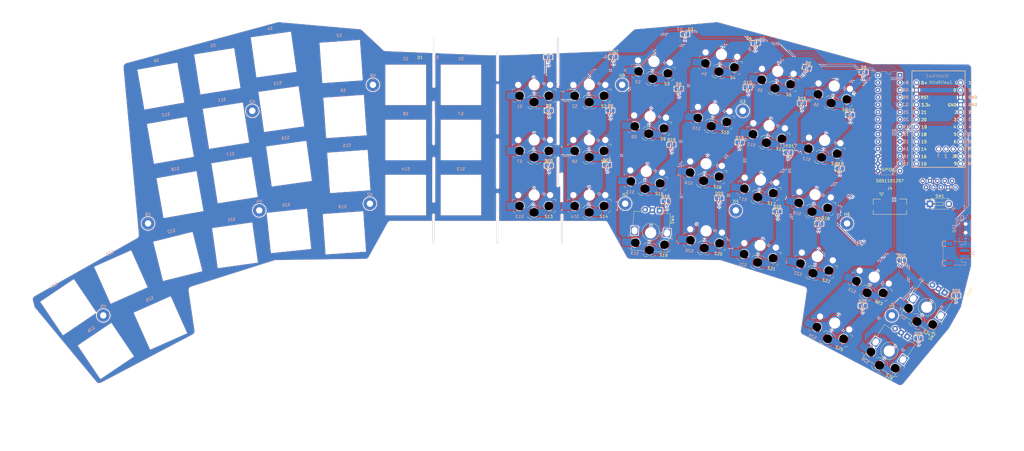
<source format=kicad_pcb>
(kicad_pcb (version 20240108) (generator "pcbnew") (generator_version "8.0")
  (title_block (title "simple_split") (rev "v1.0.0") (company "Unknown"))
  (layers (0 "F.Cu" signal) (31 "B.Cu" signal) (34 "B.Paste" user) (35 "F.Paste" user) (36 "B.SilkS" user "B.Silkscreen") (37 "F.SilkS" user "F.Silkscreen") (38 "B.Mask" user) (39 "F.Mask" user) (44 "Edge.Cuts" user))
  (net 0 "")
  (net 1 "Net-(D1-A)")
  (net 2 "Col_5")
  (net 3 "Net-(D2-A)")
  (net 4 "Net-(D3-A)")
  (net 5 "Net-(D4-A)")
  (net 6 "Net-(D5-A)")
  (net 7 "Net-(D6-A)")
  (net 8 "Net-(D7-A)")
  (net 9 "Net-(D8-A)")
  (net 10 "Net-(D9-A)")
  (net 11 "Net-(D10-A)")
  (net 12 "Net-(D11-A)")
  (net 13 "Net-(D12-A)")
  (net 14 "Row_3")
  (net 15 "Net-(D13-A)")
  (net 16 "Net-(D14-A)")
  (net 17 "Net-(D15-A)")
  (net 18 "Net-(D16-A)")
  (net 19 "Net-(D17-A)")
  (net 20 "Net-(D18-A)")
  (net 21 "Net-(D20-A)")
  (net 22 "Net-(D21-A)")
  (net 23 "Net-(D22-A)")
  (net 24 "Net-(D23-A)")
  (net 25 "Net-(D24-A)")
  (net 26 "Net-(D25-A)")
  (net 27 "Net-(D26-A)")
  (net 28 "Col_1")
  (net 29 "Col_2")
  (net 30 "Col_3")
  (net 31 "Col_4")
  (net 32 "Col_6")
  (net 33 "Thu_Row_1")
  (net 34 "Net-(J1-Pin_1)")
  (net 35 "VCC")
  (net 36 "Row_1")
  (net 37 "Row_2")
  (net 38 "+BATT")
  (net 39 "RESET")
  (net 40 "SCK")
  (net 42 "SCL")
  (net 43 "CS")
  (net 44 "MOSI")
  (net 46 "MISO")
  (net 47 "DR")
  (net 51 "Thu_Row_2")
  (net 52 "Thu_Col_2")
  (net 55 "Thu_Col_1")
  (net 56 "GPIO_INTA")
  (net 59 "TP_BTN1")
  (net 60 "TP_BTN3")
  (net 61 "TP_BTN2")
  (net 62 "SDA")
  (net 63 "GND")
  (net 64 "Net-(D19-A)")
  (net 65 "ENC3_A")
  (net 66 "ENC3_B")
  (net 67 "ENC2_A")
  (net 68 "ENC2_B")
  (net 69 "ENC1_B")
  (net 70 "ENC1_A")
  (footprint "Library:SW_choc_v1_HS_CPG135001S30_1u_CHAMFER" (layer "F.Cu") (at 306.909155 135.803457 -9)
    (property "Reference" "S11")
    (property "Value" "Keyswitch")
  )
  (footprint "Diode_SMD:D_0805_2012Metric" (layer "F.Cu") (at 231.044445 130.552357)
    (property "Reference" "D7")
    (property "Value" "Diode")
  )
  (footprint "Library:Breakoff" (layer "F.Cu") (at 234.184445 117.551545 90)
    (property "Reference" "REF**" (hide yes))
    (property "Value" "Breakoff" (hide yes))
  )
  (footprint "Library:SW_choc_v1_HS_CPG135001S30_1u_CHAMFER" (layer "F.Cu") (at 303.936855 154.569457 -9)
    (property "Reference" "S17")
    (property "Value" "Keyswitch")
  )
  (footprint "MountingHole:MountingHole_2.2mm_M2_Pad_TopBottom" (layer "F.Cu") (at 256.294445 121.701545)
    (property "Reference" "H9")
    (property "Value" "MountingHole")
  )
  (footprint "Diode_SMD:D_0805_2012Metric" (layer "F.Cu") (at 318.218355 128.062069)
    (property "Reference" "D11")
    (property "Value" "Diode")
  )
  (footprint "Library:SW_choc_v1_HS_CPG135001S30_1u_CHAMFER" (layer "F.Cu") (at 265.916155 132.632657 -4)
    (property "Reference" "S9")
    (property "Value" "Keyswitch")
  )
  (footprint "" (layer "F.Cu") (at 230.093355 149.562069)
    (property "Reference" "")
    (property "Value" "")
  )
  (footprint "MountingHole:MountingHole_2.2mm_M2_Pad_TopBottom" (layer "F.Cu") (at 257.334445 162.676545)
    (property "Reference" "H2")
    (property "Value" "MountingHole")
  )
  (footprint "Library:Breakoff" (layer "F.Cu") (at 213.45 152.35 90)
    (property "Reference" "REF**" (hide yes))
    (property "Value" "Breakoff" (hide yes))
  )
  (footprint "Diode_SMD:D_0805_2012Metric" (layer "F.Cu") (at 331.218355 150.562069)
    (property "Reference" "D18")
    (property "Value" "Diode")
  )
  (footprint "Library:SW_choc_v1_HS_CPG135001S30_1u_CHAMFER" (layer "F.Cu") (at 290.482655 111.267905 -8)
    (property "Reference" "S4")
    (property "Value" "Keyswitch")
  )
  (footprint "Library:Breakoff" (layer "F.Cu") (at 213.425 164.25 90)
    (property "Reference" "REF**" (hide yes))
    (property "Value" "Breakoff" (hide yes))
  )
  (footprint "Library:SW_choc_v1_HS_CPG135001S30_1u_CHAMFER" (layer "F.Cu") (at 329.332955 122.152057 -10)
    (property "Reference" "S6")
    (property "Value" "Keyswitch")
  )
  (footprint "Diode_SMD:D_0805_2012Metric" (layer "F.Cu") (at 253.280855 112.062069)
    (property "Reference" "D2")
    (property "Value" "Diode")
  )
  (footprint "Diode_SMD:D_0805_2012Metric" (layer "F.Cu") (at 231.030855 149.562069)
    (property "Reference" "D13")
    (property "Value" "Diode")
  )
  (footprint "Diode_SMD:D_0805_2012Metric" (layer "F.Cu") (at 273.280855 142.312069)
    (property "Reference" "D15")
    (property "Value" "Diode")
  )
  (footprint "" (layer "F.Cu") (at 252.343355 112.062069)
    (property "Reference" "")
    (property "Value" "")
  )
  (footprint "Library:SW_choc_v1_HS_CPG135001S30_1u_CHAMFER" (layer "F.Cu") (at 287.838355 130.087757 -8)
    (property "Reference" "S10")
    (property "Value" "Keyswitch")
  )
  (footprint "Library:Breakoff" (layer "F.Cu") (at 213.4 126.625 90)
    (property "Reference" "REF**" (hide yes))
    (property "Value" "Breakoff" (hide yes))
  )
  (footprint "Library:Breakoff" (layer "F.Cu") (at 213.375 115.275 90)
    (property "Reference" "REF**" (hide yes))
    (property "Value" "Breakoff" (hide yes))
  )
  (footprint "Diode_SMD:D_0805_2012Metric" (layer "F.Cu") (at 352.570001 182.190001)
    (property "Reference" "D23")
    (property "Value" "Diode")
  )
  (footprint "Library:SW_choc_v1_HS_CPG135001S30_1u_CHAMFER" (layer "F.Cu") (at 225.992255 121.727357)
    (property "Reference" "S1")
    (property "Value" "Keyswitch")
  )
  (footprint "" (layer "F.Cu") (at 298.593355 122.562069)
    (property "Reference" "")
    (property "Value" "")
  )
  (footprint "Library:SW_choc_v1_HS_CPG135001S30_1u_CHAMFER" (layer "F.Cu") (at 267.241555 113.678857 -4)
    (property "Reference" "S3")
    (property "Value" "Keyswitch")
  )
  (footprint "Kicad Footprints:CON_5051101297_MOL" (layer "F.Cu") (at 348.5 163.71)
    (property "Reference" "J4")
    (property "Value" "78127-1128")
  )
  (footprint "Library:SW_choc_v1_HS_CPG135001S30_1u_CHAMFER" (layer "F.Cu") (at 323.493396 180.87672 -14)
    (property "Reference" "S22")
    (property "Value" "Keyswitch")
  )
  (footprint "Library:SW_choc_v1_HS_CPG135001S30_1u_CHAMFER" (layer "F.Cu") (at 225.992255 140.727357)
    (property "Reference" "S7")
    (property "Value" "Keyswitch")
  )
  (footprint "Kicad Footprints:Nice!View" (layer "F.Cu") (at 366.03 158.35)
    (property "Reference" "Nice!View1")
    (property "Value" "~")
  )
  (footprint "Rotary_Encoder:RotaryEncoder_Alps_EC12E_Vertical_H20mm" (layer "F.Cu") (at 354.474063 208.468306 -123)
    (property "Reference" "SW2")
    (property "Value" "RotaryEncoder")
  )
  (footprint "Library:Breakoff" (layer "F.Cu") (at 234.264445 132.501545 90)
    (property "Reference" "REF**" (hide yes))
    (property "Value" "Breakoff" (hide yes))
  )
  (footprint "ScottoKeebs_Components:Button_MJTP1243" (layer "F.Cu") (at 362.28 162.75)
    (property "Reference" "SW1")
    (property "Value" "Switch")
  )
  (footprint "Diode_SMD:D_0805_2012Metric" (layer "F.Cu") (at 299.530855 122.562069)
    (property "Reference" "D10")
    (property "Value" "Diode")
  )
  (footprint "Library:Breakoff" (layer "F.Cu") (at 234.254445 137.261545 90)
    (property "Reference" "REF**" (hide yes))
    (property "Value" "Breakoff" (hide yes))
  )
  (footprint "Diode_SMD:D_0805_2012Metric" (layer "F.Cu") (at 313.530855 145.062069)
    (property "Reference" "D17")
    (property "Value" "Diode")
  )
  (footprint "Library:SW_choc_v1_HS_CPG135001S30_1u_CHAMFER" (layer "F.Cu") (at 244.992255 140.727357)
    (property "Reference" "S8")
    (property "Value" "Keyswitch")
  )
  (footprint "MountingHole:MountingHole_2.2mm_M2_Pad_TopBottom" (layer "F.Cu") (at 333.734445 169.501545)
    (property "Reference" "H6")
    (property "Value" "MountingHole")
  )
  (footprint "" (layer "F.Cu") (at 285.194057 148.902757)
    (property "Reference" "")
    (property "Value" "")
  )
  (footprint "Diode_SMD:D_0805_2012Metric" (layer "F.Cu") (at 358.330001 209.070001)
    (property "Reference" "D26")
    (property "Value" "Diode")
  )
  (footprint "Diode_SMD:D_0805_2012Metric" (layer "F.Cu") (at 252.280855 130.562069)
    (property "Reference" "D8")
    (property "Value" "Diode")
  )
  (footprint "Library:SW_choc_v1_HS_CPG135001S30_1u_CHAMFER" (layer "F.Cu") (at 285.211855 172.074657 -6)
    (property "Reference" "S20")
    (property "Value" "Keyswitch")
  )
  (footprint "Diode_SMD:D_0805_2012Metric" (layer "F.Cu") (at 251.093355 149.312069)
    (property "Reference" "D14")
    (property "Value" "Diode")
  )
  (footprint "Library:SW_choc_v1_HS_CPG135001S30_1u_CHAMFER" (layer "F.Cu") (at 329.481455 203.813657 -24)
    (property "Reference" "S25")
    (property "Value" "Keyswitch")
  )
  (footprint "Diode_SMD:D_0805_2012Metric" (layer "F.Cu") (at 334.780855 132.062069)
    (property "Reference" "D12")
    (property "Value" "Diode")
  )
  (footprint "Library:Breakoff" (layer "F.Cu") (at 213.4 133.575 90)
    (property "Reference" "REF**" (hide yes))
    (property "Value" "Breakoff" (hide yes))
  )
  (footprint "Library:SW_choc_v1_HS_CPG135001S30_1u_CHAMFER" (layer "F.Cu") (at 225.992255 159.727357)
    (property "Reference" "S13")
    (property "Value" "Keyswitch")
  )
  (footprint "Library:SW_choc_v1_HS_CPG135001S30_1u_CHAMFER" (layer "F.Cu") (at 326.033655 140.863357 -10)
    (property "Reference" "S12")
    (property "Value" "Keyswitch")
  )
  (footprint "Diode_SMD:D_0805_2012Metric" (layer "F.Cu") (at 289.780855 160.812069)
    (property "Reference" "D20")
    (property "Value" "Diode")
  )
  (footprint "" (layer "F.Cu") (at 276.718355 123.062069)
    (property "Reference" "")
    (property "Value" "")
  )
  (footprint "Library:SW_choc_v1_HS_CPG135001S30_1u_CHAMFER" (layer "F.Cu") (at 266.118555 172.744457 -4)
    (property "Reference" "S19")
    (property "Value" "Keyswitch")
  )
  (footprint "" (layer "F.Cu") (at 225.992257 159.727357)
    (property "Reference" "")
    (property "Value" "")
  )
  (footprint "MountingHole:MountingHole_2.2mm_M2_Pad_TopBottom" (layer "F.Cu") (at 295.434445 165.001545)
    (property "Reference" "H4")
    (property "Value" "MountingHole")
  )
  (footprint "MountingHole:MountingHole_2.2mm_M2_Pad_TopBottom" (layer "F.Cu") (at 297.834445 130.676545)
    (property "Reference" "H3")
    (property "Value" "MountingHole")
  )
  (footprint "Diode_SMD:D_0805_2012Metric" (layer "F.Cu") (at 278.044445 104.252357)
    (property "Reference" "D3")
    (property "Value" "Diode")
  )
  (footprint "Diode_SMD:D_0805_2012Metric" (layer "F.Cu") (at 339.130437 197.861189)
    (property "Reference" "D25")
    (property "Value" "Diode")
  )
  (footprint "Library:Breakoff" (layer "F.Cu") (at 234.184445 110.451545 90)
    (property "Reference" "REF**" (hide yes))
    (property "Value" "Breakoff" (hide yes))
  )
  (footprint "Library:Breakoff" (layer "F.Cu") (at 234.204445 151.741545 90)
    (property "Reference" "REF**" (hide yes))
    (property "Value" "Breakoff" (hide yes))
  )
  (footprint "" (layer "F.Cu") (at 274.843355 123.062069)
    (property "Reference" "")
    (property "Value" "")
  )
  (footprint "Library:SW_choc_v1_HS_CPG135001S30_1u_CHAMFER" (layer "F.Cu") (at 244.992255 121.727357)
    (property "Reference" "S2")
    (property "Value" "Keyswitch")
  )
  (footprint "Library:Breakoff" (layer "F.Cu") (at 235.484445 157.141545 90)
    (property "Reference" "REF**" (hide yes))
    (property "Value" "Breakoff" (hide yes))
  )
  (footprint "Library:SW_choc_v1_HS_CPG135001S30_1u_CHAMFER" (layer "F.Cu") (at 264.590755 151.586357 -4)
    (property "Reference" "S15")
    (property "Value" "Keyswitch")
  )
  (footprint "Diode_SMD:D_0805_2012Metric" (layer "F.Cu") (at 371.367501 194.33)
    (property "Reference" "D24")
    (property "Value" "Diode")
  )
  (footprint "Library:Breakoff" (layer "F.Cu") (at 213.425 171.2 90)
    (property "Reference" "REF**" (hide yes))
    (property "Value" "Breakoff" (hide yes))
  )
  (footprint "Diode_SMD:D_0805_2012Metric" (layer "F.Cu") (at 302.284445 107.332357)
    (property "Reference" "D4")
    (property "Value" "Diode")
  )
  (footprint "Library:SW_choc_v1_HS_CPG135001S30_1u_CHAMFER" (layer "F.Cu") (at 348.261555 213.469357 -34)
    (property "Reference" "S26")
    (property "Value" "Keyswitch")
  )
  (footprint "Rotary_Encoder:RotaryEncoder_Alps_EC12E_Vertical_H20mm" (layer "F.Cu") (at 269.185259 165.081891 -94)
    (property "Reference" "SW4")
    (property "Value" "RotaryEncoder")
  )
  (footprint "" (layer "F.Cu") (at 231.968355 149.562069)
    (property "Reference" "")
    (property "Value" "")
  )
  (footprint "Library:SW_choc_v1_HS_CPG135001S30_1u_CHAMFER" (layer "F.Cu") (at 303.794155 177.044257 -8)
    (property "Reference" "S21")
    (property "Value" "Keyswitch")
  )
  (footprint "Diode_SMD:D_0805_2012Metric" (layer "F.Cu") (at 230.846945 112.132357)
    (property "Reference" "D1")
    (property "Value" "Diode")
  )
  (footprint "MountingHole:MountingHole_2.2mm_M2_Pad_TopBottom" (layer "F.Cu") (at 349.159445 201.201545)
    (property "Reference" "H5")
    (property "Value" "MountingHole")
  )
  (footprint "Library:SW_choc_v1_HS_CPG135001S30_1u_CHAMFER" (layer "F.Cu") (at 285.194055 148.902757 -8)
    (property "Reference" "S16")
    (property "Value" "Keyswitch")
  )
  (footprint "Diode_SMD:D_0805_2012Metric" (layer "F.Cu") (at 309.780855 165.312069)
    (property "Reference" "D21")
    (property "Value" "Diode")
  )
  (footprint "Library:SW_choc_v1_HS_CPG135001S30_1u_CHAMFER" (layer "F.Cu") (at 322.734355 159.574757 -10)
    (property "Reference" "S18")
    (property "Value" "Keyswitch")
  )
  (footprint "Diode_SMD:D_0805_2012Metric" (layer "F.Cu") (at 271.280673 161.812196 2)
    (property "Reference" "D19")
    (property "Value" "Diode")
  )
  (footprint "Diode_SMD:D_0805_2012Metric" (layer "F.Cu") (at 319.934445 115.807357 -15)
    (property "Reference" "D5")
    (property "Value" "Diode")
  )
  (footprint "Diode_SMD:D_0805_2012Metric" (layer "F.Cu") (at 296.780855 141.562069)
    (property "Reference" "D16")
    (property "Value" "Diode")
  )
  (footprint "Library:SW_choc_v1_HS_CPG135001S30_1u_CHAMFER" (layer "F.Cu") (at 244.992255 159.727357)
    (property "Reference" "S14")
    (property "Value" "Keyswitch")
  )
  (footprint "Library:SW_choc_v1_HS_CPG135001S30_1u_CHAMFER" (layer "F.Cu") (at 343.097455 187.983157 -24)
    (property "Reference" "S23")
    (property "Value" "Keyswitch")
  )
  (footprint "" (layer "F.Cu") (at 254.218355 112.062069)
    (property "Reference" "")
    (property "Value" "")
  )
  (footprint "Library:Breakoff" (layer "F.Cu") (at 235.554445 171.351545 90)
    (property "Reference" "REF**" (hide yes))
    (property "Value" "Breakoff" (hide yes))
  )
  (footprint "Diode_SMD:D_0805_2012Metric" (layer "F.Cu") (at 324.218355 169.562069)
    (property "Reference" "D22")
    (property "Value" "Diode")
  )
  (footprint "Diode_SMD:D_0805_2012Metric" (layer "F.Cu") (at 339.484445 117.332357)
    (property "Reference" "D6")
    (property "Value" "Diode")
  )
  (footprint "Library:SW_choc_v1_HS_CPG135001S30_1u_CHAMFER" (layer "F.Cu") (at 309.881355 117.037357 -9)
    (property "Reference" "S5")
    (property "Value" "Keyswitch")
  )
  (footprint "Diode_SMD:D_0805_2012Metric" (layer "F.Cu") (at 275.780855 123.062069)
    (property "Reference" "D9")
    (property "Value" "Diode")
  )
  (footprint "Rotary_Encoder:RotaryEncoder_Alps_EC12E_Vertical_H20mm" (layer "F.Cu") (at 367.351092 193.340083 -122)
    (property "Reference" "SW3")
    (property "Value" "RotaryEncoder")
  )
  (footprint "Library:Breakoff" (layer "F.Cu") (at 213.45 145.4 90)
    (property "Reference" "REF**" (hide yes))
    (property "Value" "Breakoff" (hide yes))
  )
  (footprint "Library:SW_choc_v1_HS_CPG135001S30_1u_CHAMFER" (layer "F.Cu") (at 361.165955 198.383357 -34)
    (property "Reference" "S24")
    (property "Value" "Keyswitch")
  )
  (footprint "Library:SW_choc_v1_HS_CPG135001S30_1u_CHAMFER" (layer "B.Cu") (at 285.194057 148.902757 172)
    (property "Reference" "S16")
    (property "Value" "Keyswitch" (hide yes))
  )
  (footprint "Diode_SMD:D_0805_2012Metric" (layer "B.Cu") (at 251.081098 149.3139 180)
    (property "Reference" "D14")
    (property "Value" "Diode" (hide yes))
  )
  (footprint "ScottoKeebs_Cutout:Cutout_Choc" (layer "B.Cu") (at 103.273859 180.874363 -166)
    (property "Reference" "S22")
    (property "Value" "Keyswitch")
    (fp_poly (pts (xy 7 -7) (xy -7 -7) (xy -7 7) (xy 7 7)) (stroke (width 0.05)) (fill none) (layer "Edge.Cuts"))
  )
  (footprint "MountingHole:MountingHole_2.2mm_M2_Pad_TopBottom" (layer "B.Cu") (at 77.60781 201.199188 180)
    (property "Reference" "H5")
    (property "Value" "MountingHole")
  )
  (footprint "Diode_SMD:D_0805_2012Metric" (layer "B.Cu") (at 252.268598 130.5639 180)
    (property "Reference" "D8")
    (property "Value" "Diode" (hide yes))
  )
  (footprint "Library:SW_choc_v1_HS_CPG135001S30_1u_CHAMFER" (layer "B.Cu") (at 361.165957 198.383357 146)
    (property "Reference" "S24")
    (property "Value" "Keyswitch" (hide yes))
  )
  (footprint "Diode_SMD:D_0805_2012Metric" (layer "B.Cu") (at 324.206098 169.5639 180)
    (property "Reference" "D22")
    (property "Value" "Diode" (hide yes))
  )
  (footprint "Library:Breakoff" (layer "B.Cu") (at 191.40981 157.139188 90)
    (property "Reference" "REF**" (hide yes))
    (property "Value" "Breakoff" (hide yes))
  )
  (footprint "ScottoKeebs_Cutout:Cutout_Choc" (layer "B.Cu") (at 200.775 140.725 180)
    (property "Reference" "S7")
    (property "Value" "Keyswitch")
    (fp_rect (start 7 -7) (end -7 7) (stroke (width 0.05)) (fill none) (layer "Edge.Cuts"))
  )
  (footprint "MountingHole:MountingHole_2.2mm_M2_Pad_TopBottom" (layer "B.Cu") (at 169.43281 162.674188 180)
    (property "Reference" "H2")
    (property "Value" "MountingHole")
  )
  (footprint "Library:Breakoff" (layer "B.Cu") (at 213.317255 145.397643 90)
    (property "Reference" "REF**" (hide yes))
    (property "Value" "Breakoff" (hide yes))
  )
  (footprint "Library:SW_choc_v1_HS_CPG135001S30_1u_CHAMFER" (layer "B.Cu") (at 343.097457 187.983157 156)
    (property "Reference" "S23")
    (property "Value" "Keyswitch" (hide yes))
  )
  (footprint "Diode_SMD:D_0805_2012Metric" (layer "B.Cu") (at 230.872188 112.134188 180)
    (property "Reference" "D1")
    (property "Value" "Diode" (hide yes))
  )
  (footprint "Library:SW_choc_v1_HS_CPG135001S30_1u_CHAMFER" (layer "B.Cu") (at 244.992257 140.727357 180)
    (property "Reference" "S8")
    (property "Value" "Keyswitch" (hide yes))
  )
  (footprint "Diode_SMD:D_0805_2012Metric" (layer "B.Cu") (at 318.206098 128.0639 180)
    (property "Reference" "D11")
    (property "Value" "Diode" (hide yes))
  )
  (footprint "Diode_SMD:D_0805_2012Metric" (layer "B.Cu") (at 339.472188 117.334188 180)
    (property "Reference" "D6")
    (property "Value" "Diode" (hide yes))
  )
  (footprint "Diode_SMD:D_0805_2012Metric" (layer "B.Cu") (at 352.570001 182.190001 180)
    (property "Reference" "D23")
    (property "Value" "Diode" (hide yes))
  )
  (footprint "Library:SW_choc_v1_HS_CPG135001S30_1u_CHAMFER" (layer "B.Cu") (at 225.992257 121.727357 180)
    (property "Reference" "S1")
    (property "Value" "Keyswitch" (hide yes))
  )
  (footprint "ScottoKeebs_Cutout:Cutout_Choc" (layer "B.Cu") (at 116.8859 117.035 -171)
    (property "Reference" "S5")
    (property "Value" "Keyswitch")
    (fp_poly (pts (xy 7 -7) (xy -7 -7) (xy -7 7) (xy 7 7)) (stroke (width 0.05)) (fill none) (layer "Edge.Cuts"))
  )
  (footprint "Library:Breakoff" (layer "B.Cu") (at 213.392255 115.272643 90)
    (property "Reference" "REF**" (hide yes))
    (property "Value" "Breakoff" (hide yes))
  )
  (footprint "ScottoKeebs_Cutout:Cutout_Choc" (layer "B.Cu") (at 141.5732 148.9004 -172)
    (property "Reference" "S16")
    (property "Value" "Keyswitch")
    (fp_poly (pts (xy 7 -7) (xy -7 -7) (xy -7 7) (xy 7 7)) (stroke (width 0.05)) (fill none) (layer "Edge.Cuts"))
  )
  (footprint "ScottoKeebs_Cutout:Cutout_Choc" (layer "B.Cu") (at 97.4343 122.1497 -170)
    (property "Reference" "S6")
    (property "Value" "Keyswitch")
    (fp_poly (pts (xy 7 -7) (xy -7 -7) (xy -7 7) (xy 7 7)) (stroke (width 0.05)) (fill none) (layer "Edge.Cuts"))
  )
  (footprint "Diode_SMD:D_0805_2012Metric" (layer "B.Cu") (at 299.518598 122.5639 180)
    (property "Reference" "D10")
    (property "Value" "Diode" (hide yes))
  )
  (footprint "ScottoKeebs_Cutout:Cutout_Choc" (layer "B.Cu") (at 162.1765 151.584 -176)
    (property "Reference" "S15")
    (property "Value" "Keyswitch")
    (fp_poly (pts (xy 7 -7) (xy -7 -7) (xy -7 7) (xy 7 7)) (stroke (width 0.05)) (fill none) (layer "Edge.Cuts"))
  )
  (footprint "Library:SW_choc_v1_HS_CPG135001S30_1u_CHAMFER" (layer "B.Cu") (at 329.332957 122.152057 170)
    (property "Reference" "S6")
    (property "Value" "Keyswitch" (hide yes))
  )
  (footprint "Diode_SMD:D_0805_2012Metric" (layer "B.Cu") (at 309.768598 165.3139 180)
    (property "Reference" "D21")
    (property "Value" "Diode" (hide yes))
  )
  (footprint "ScottoKeebs_Cutout:Cutout_Choc" (layer "B.Cu") (at 160.8511 132.6303 -176)
    (property "Reference" "S9")
    (property "Value" "Keyswitch")
    (fp_poly (pts (xy 7 -7) (xy -7 -7) (xy -7 7) (xy 7 7)) (stroke (width 0.05)) (fill none) (layer "Edge.Cuts"))
  )
  (footprint "ScottoKeebs_Cutout:Cutout_Choc" (layer "B.Cu") (at 181.775 140.725 180)
    (property "Reference" "S8")
    (property "Value" "Keyswitch")
    (fp_rect (start 7 -7) (end -7 7) (stroke (width 0.05)) (fill none) (layer "Edge.Cuts"))
  )
  (footprint "Library:SW_choc_v1_HS_CPG135001S30_1u_CHAMFER" (layer "B.Cu") (at 285.211857 172.074657 174)
    (property "Reference" "S20")
    (property "Value" "Keyswitch" (hide yes))
  )
  (footprint "Library:Breakoff" (layer "B.Cu") (at 191.41981 151.739188 90)
    (property "Reference" "REF**" (hide yes))
    (property "Value" "Breakoff" (hide yes))
  )
  (footprint "ScottoKeebs_MCU:Nice_Nano_V2" (layer "B.Cu") (at 365.240855 134.661257 180)
    (property "Reference" "MCU1" (hide yes))
    (property "Value" "Nice!Nano" (hide yes))
  )
  (footprint "ScottoKeebs_Cutout:Cutout_Choc" (layer "B.Cu") (at 136.2846 111.2703 -172)
    (property "Reference" "S4")
    (property "Value" "Keyswitch")
    (fp_poly (pts (xy 7 -7) (xy -7 -7) (xy -7 7) (xy 7 7)) (stroke (width 0.05)) (fill none) (layer "Edge.Cuts"))
  )
  (footprint "Library:Breakoff" (layer "B.Cu") (at 213.367255 126.622643 90)
    (property "Reference" "REF**" (hide yes))
    (property "Value" "Breakoff" (hide yes))
  )
  (footprint "ScottoKeebs_Cutout:Cutout_Choc" (layer "B.Cu") (at 119.8581 135.8011 -171)
    (property "Reference" "S11")
    (property "Value" "Keyswitch")
    (fp_poly (pts (xy 7 -7) (xy -7 -7) (xy -7 7) (xy 7 7)) (stroke (width 0.05)) (fill none) (layer "Edge.Cuts"))
  )
  (footprint "ScottoKeebs_Cutout:Cutout_Choc" (layer "B.Cu") (at 160.648698 172.7421 -176)
    (property "Reference" "S19")
    (property "Value" "Keyswitch")
    (fp_poly (pts (xy 7 -7) (xy -7 -7) (xy -7 7) (xy 7 7)) (stroke (width 0.05)) (fill none) (layer "Edge.Cuts"))
  )
  (footprint "Library:SW_choc_v1_HS_CPG135001S30_1u_CHAMFER" (layer "B.Cu") (at 326.033657 140.863357 170)
    (property "Reference" "S12")
    (property "Value" "Keyswitch" (hide yes))
  )
  (footprint "Library:SW_choc_v1_HS_CPG135001S30_1u_CHAMFER" (layer "B.Cu") (at 306.909157 135.803457 171)
    (property "Reference" "S11")
    (property "Value" "Keyswitch" (hide yes))
  )
  (footprint "Library:Breakoff" (layer "B.Cu") (at 191.36981 137.259188 90)
    (property "Reference" "REF**" (hide yes))
    (property "Value" "Breakoff" (hide yes))
  )
  (footprint "Diode_SMD:D_0805_2012Metric" (layer "B.Cu") (at 275.768598 123.0639 180)
    (property "Reference" "D9")
    (property "Value" "Diode" (hide yes))
  )
  (footprint "Diode_SMD:D_0805_2012Metric" (layer "B.Cu") (at 313.518598 145.0639 180)
    (property "Reference" "D17")
    (property "Value" "Diode" (hide yes))
  )
  (footprint "Library:SW_choc_v1_HS_CPG135001S30_1u_CHAMFER" (layer "B.Cu") (at 264.590757 151.586357 176)
    (property "Reference" "S15")
    (property "Value" "Keyswitch" (hide yes))
  )
  (footprint "Diode_SMD:D_0805_2012Metric" (layer "B.Cu") (at 358.320301 209.077716 180)
    (property "Reference" "D26")
    (property "Value" "Diode" (hide yes))
  )
  (footprint "Library:Breakoff" (layer "B.Cu") (at 191.33981 171.349188 90)
    (property "Reference" "REF**" (hide yes))
    (property "Value" "Breakoff" (hide yes))
  )
  (footprint "Diode_SMD:D_0805_2012Metric" (layer "B.Cu") (at 231.032188 130.554188 180)
    (property "Reference" "D7")
    (property "Value" "Diode" (hide yes))
  )
  (footprint "ScottoKeebs_Cutout:Cutout_Choc" (layer "B.Cu") (at 181.775 159.725 180)
    (property "Reference" "S14")
    (property "Value" "Keyswitch")
    (fp_rect (start 7 -7) (end -7 7) (stroke (width 0.05)) (fill none) (layer "Edge.Cuts"))
  )
  (footprint "Library:Breakoff" (layer "B.Cu") (at 213.367255 133.572643 90)
    (property "Reference" "REF**" (hide yes))
    (property "Value" "Breakoff" (hide yes))
  )
  (footprint "ScottoKeebs_Cutout:Cutout_Choc" (layer "B.Cu") (at 83.6698 187.9808 -156)
    (property "Reference" "S23")
    (property "Value" "Keyswitch")
    (fp_poly (pts (xy 7 -7) (xy -7 -7) (xy -7 7) (xy 7 7)) (stroke (width 0.05)) (fill none) (layer "Edge.Cuts"))
  )
  (footprint "ScottoKeebs_Cutout:Cutout_Choc" (layer "B.Cu") (at 138.9289 130.0854 -172)
    (property "Reference" "S10")
    (property "Value" "Keyswitch")
    (fp_poly (pts (xy 7 -7) (xy -7 -7) (xy -7 7) (xy 7 7)) (stroke (width 0.05)) (fill none) (layer "Edge.Cuts"))
  )
  (footprint "Library:SW_choc_v1_HS_CPG135001S30_1u_CHAMFER" (layer "B.Cu") (at 303.936857 154.569457 171)
    (property "Reference" "S17")
    (property "Value" "Keyswitch" (hide yes))
  )
  (footprint "Library:SW_choc_v1_HS_CPG135001S30_1u_CHAMFER" (layer "B.Cu") (at 265.916157 132.632657 176)
    (property "Reference" "S9")
    (property "Value" "Keyswitch" (hide yes))
  )
  (footprint "ScottoKeebs_Cutout:Cutout_Choc" (layer "B.Cu") (at 122.8304 154.5671 -171)
    (property "Reference" "S17")
    (property "Value" "Keyswitch")
    (fp_poly (pts (xy 7 -7) (xy -7 -7) (xy -7 7) (xy 7 7)) (stroke (width 0.05)) (fill none) (layer "Edge.Cuts"))
  )
  (footprint "Library:SW_choc_v1_HS_CPG135001S30_1u_CHAMFER" (layer "B.Cu") (at 225.992257 159.727357 180)
    (property "Reference" "S13")
    (property "Value" "Keyswitch" (hide yes))
  )
  (footprint "MountingHole:MountingHole_2.2mm_M2_Pad_TopBottom" (layer "B.Cu") (at 131.33281 164.999188 180)
    (property "Reference" "H4")
    (property "Value" "MountingHole")
  )
  (footprint "ScottoKeebs_Cutout:Cutout_Choc" (layer "B.Cu") (at 78.5057 213.467 -146)
    (property "Reference" "S26")
    (property "Value" "Keyswitch")
    (fp_poly (pts (xy 7 -7) (xy -7 -7) (xy -7 7) (xy 7 7)) (stroke (width 0.05)) (fill none) (layer "Edge.Cuts"))
  )
  (footprint "Diode_SMD:D_0805_2012Metric" (layer "B.Cu") (at 271.268416 161.814027 -178)
    (property "Reference" "D19")
    (property "Value" "Diode" (hide yes))
  )
  (footprint "Diode_SMD:D_0805_2012Metric" (layer "B.Cu") (at 289.768598 160.8139 180)
    (property "Reference" "D20")
    (property "Value" "Diode" (hide yes))
  )
  (footprint "Library:SW_choc_v1_HS_CPG135001S30_1u_CHAMFER" (layer "B.Cu") (at 329.481457 203.813657 156)
    (property "Reference" "S25")
    (property "Value" "Keyswitch" (hide yes))
  )
  (footprint "Library:SW_choc_v1_HS_CPG135001S30_1u_CHAMFER" (layer "B.Cu") (at 287.838357 130.087757 172)
    (property "Reference" "S10")
    (property "Value" "Keyswitch" (hide yes))
  )
  (footprint "ScottoKeebs_Cutout:Cutout_Choc" (layer "B.Cu") (at 141.5554 172.0723 -174)
    (property "Reference" "S20")
    (property "Value" "Keyswitch")
    (fp_poly (pts (xy 7 -7) (xy -7 -7) (xy -7 7) (xy 7 7)) (stroke (width 0.05)) (fill none) (layer "Edge.Cuts"))
  )
  (footprint "Kicad Footprints:Nice!View" (layer "B.Cu") (at 364.840855 156.137257 180)
    (property "Reference" "Nice!View2")
    (property "Value" "~" (hide yes))
  )
  (footprint "Library:SW_choc_v1_HS_CPG135001S30_1u_CHAMFER" (layer "B.Cu") (at 267.241557 113.678857 176)
    (property "Reference" "S3")
    (property "Value" "Keyswitch" (hide yes))
  )
  (footprint "Library:SW_choc_v1_HS_CPG135001S30_1u_CHAMFER" (layer "B.Cu") (at 266.118557 172.744457 176)
    (property "Reference" "S19")
    (property "Value" "Keyswitch" (hide yes))
  )
  (footprint "Connector_JST:JST_PH_S2B-PH-SM4-TB_1x02-1MP_P2.00mm_Horizontal" (layer "B.Cu") (at 371.318598 179.8139 90)
    (property "Reference" "J1")
    (property "Value" "2-Pin JST" (hide yes))
  )
  (footprint "ScottoKeebs_Cutout:Cutout_Choc" (layer "B.Cu") (at 200.775 121.725 180)
    (property "Reference" "S1")
    (property "Value" "Keyswitch")
    (fp_rect (start 7 -7) (end -7 7) (stroke (width 0.05)) (fill none) (layer "Edge.Cuts"))
  )
  (footprint "Library:Breakoff" (layer "B.Cu") (at 191.35981 132.499188 90)
    (property "Reference" "REF**" (hide yes))
    (property "Value" "Breakoff" (hide yes))
  )
  (footprint "Package_DIP:DIP-28_W7.62mm" (layer "B.Cu") (at 351.980855 118.391257 180)
    (property "Reference" "GPIO1")
    (property "Value" "MCP23017_SP" (hide yes))
  )
  (footprint "Diode_SMD:D_0805_2012Metric" (layer "B.Cu") (at 296.768598 141.5639 180)
    (property "Reference" "D16")
    (property "Value" "Diode" (hide yes))
  )
  (footprint "Library:SW_choc_v1_HS_CPG135001S30_1u_CHAMFER" (layer "B.Cu") (at 322.734357 159.574757 170)
    (property "Reference" "S18")
    (property "Value" "Keyswitch" (hide yes))
  )
  (footprint "Diode_SMD:D_0805_2012Metric" (layer "B.Cu") (at 302.272188 107.334188 180)
    (property "Reference" "D4")
    (property "Value" "Diode" (hide yes))
  )
  (footprint "Library:Breakoff" (layer "B.Cu") (at 191.43981 117.549188 90)
    (property "Reference" "REF**" (hide yes))
    (property "Value" "Breakoff" (hide yes))
  )
  (footprint "Library:SW_choc_v1_HS_CPG135001S30_1u_CHAMFER" (layer "B.Cu") (at 323.497557 180.878557 166)
    (property "Reference" "S22")
    (property "Value" "Keyswitch" (hide yes))
  )
  (footprint "ScottoKeebs_Cutout:Cutout_Choc" (layer "B.Cu") (at 200.775 159.725 180)
    (property "Reference" "S13")
    (property "Value" "Keyswitch")
    (fp_rect (start 7 -7) (end -7 7) (stroke (width 0.05)) (fill none) (layer "Edge.Cuts"))
  )
  (footprint "Library:Breakoff" (layer "B.Cu") (at 191.43981 110.449188 90)
    (property "Reference" "REF**" (hide yes))
    (property "Value" "Breakoff" (hide yes))
  )
  (footprint "Diode_SMD:D_0805_2012Metric" (layer "B.Cu") (at 334.768598 132.0639 180)
    (property "Reference" "D12")
    (property "Value" "Diode" (hide yes))
  )
  (footprint "Diode_SMD:D_0805_2012Metric" (layer "B.Cu") (at 253.268598 112.0639 180)
    (property "Reference" "D2")
    (property "Value" "Diode" (hide yes))
  )
  (footprint "Library:SW_choc_v1_HS_CPG135001S30_1u_CHAMFER" (layer "B.Cu") (at 348.261557 213.469357 146)
    (property "Reference" "S26")
    (property "Value" "Keyswitch" (hide yes))
  )
  (footprint "Diode_SMD:D_0805_2012Metric" (layer "B.Cu") (at 339.120735 197.868907 180)
    (property "Reference" "D25")
    (property "Value" "Diode" (hide yes))
  )
  (footprint "ScottoKeebs_Cutout:Cutout_Choc" (layer "B.Cu") (at 181.775 121.725 180)
    (property "Reference" "S2")
    (property "Value" "Keyswitch")
    (fp_rect (start 7 -7) (end -7 7) (stroke (width 0.05)) (fill none) (layer "Edge.Cuts"))
  )
  (footprint "Library:SW_choc_v1_HS_CPG135001S30_1u_CHAMFER" (layer "B.Cu") (at 303.794157 177.044257 172)
    (property "Reference" "S21")
    (property "Value" "Keyswitch" (hide yes))
  )
  (footprint "Library:Breakoff" (layer "B.Cu") (at 213.342255 164.247643 90)
    (property "Reference" "REF**" (hide yes))
    (property "Value" "Breakoff" (hide yes))
  )
  (footprint "ScottoKeebs_Cutout:Cutout_Choc" (layer "B.Cu") (at 100.7336 140.861 -170)
    (property "Reference" "S12")
    (property "Value" "Keyswitch")
    (fp_poly (pts (xy 7 -7) (xy -7 -7) (xy -7 7) (xy 7 7)) (stroke (width 0.05)) (fill none) (layer "Edge.Cuts"))
  )
  (footprint "ScottoKeebs_Cutout:Cutout_Choc" (layer "B.Cu") (at 159.5257 113.6765 -176)
    (property "Reference" "S3")
    (property "Value" "Keyswitch")
    (fp_poly (pts (xy 7 -7) (xy -7 -7) (xy -7 7) (xy 7 7)) (stroke (width 0.05)) (fill none) (layer "Edge.Cuts"))
  )
  (footprint "Library:SW_choc_v1_HS_CPG135001S30_1u_CHAMFER" (layer "B.Cu") (at 244.992257 159.727357 180)
    (property "Reference" "S14")
    (property "Value" "Keyswitch" (hide yes))
  )
  (footprint "MountingHole:MountingHole_2.2mm_M2_Pad_TopBottom" (layer "B.Cu") (at 93.03281 169.499188 180)
    (property "Reference" "H6")
    (property "Value" "MountingHole")
  )
  (footprint "MountingHole:MountingHole_2.2mm_M2_Pad_TopBottom" (layer "B.Cu") (at 128.93281 130.674188 180)
    (property "Reference" "H3")
    (property "Value" "MountingHole")
  )
  (footprint "Diode_SMD:D_0805_2012Metric" (layer "B.Cu") (at 331.206098 150.5639 180)
    (property "Reference" "D18")
    (property "Value" "Diode" (hide yes))
  )
  (footprint "Diode_SMD:D_0805_2012Metric" (layer "B.Cu") (at 319.922188 115.809188 165)
    (property "Reference" "D5")
    (property "Value" "Diode" (hide yes))
  )
  (footprint "ScottoKeebs_Cutout:Cutout_Choc" (layer "B.Cu") (at 122.9731 177.0419 -172)
    (property "Reference" "S21")
    (property "Value" "Keyswitch")
    (fp_poly (pts (xy 7 -7) (xy -7 -7) (xy -7 7) (xy 7 7)) (stroke (width 0.05)) (fill none) (layer "Edge.Cuts"))
  )
  (footprint "Diode_SMD:D_0805_2012Metric" (layer "B.Cu") (at 273.268598 142.3139 180)
    (property "Reference" "D15")
    (property "Value" "Diode" (hide yes))
  )
  (footprint "ScottoKeebs_Cutout:Cutout_Choc" (layer "B.Cu") (at 97.2858 203.8113 -156)
    (property "Reference" "S25")
    (property "Value" "Keyswitch")
    (fp_poly (pts (xy 7 -7) (xy -7 -7) (xy -7 7) (xy 7 7)) (stroke (width 0.05)) (fill none) (layer "Edge.Cuts"))
  )
  (footprint "Library:SW_choc_v1_HS_CPG135001S30_1u_CHAMFER" (layer "B.Cu") (at 290.482657 111.272657 172)
    (property "Reference" "S4")
    (property "Value" "Keyswitch" (hide yes))
  )
  (footprint "Library:Breakoff" (layer "B.Cu") (at 213.342255 171.197643 90)
    (property "Reference" "REF**" (hide yes))
    (property "Value" "Breakoff" (hide yes))
  )
  (footprint "ScottoKeebs_Cutout:Cutout_Choc" (layer "B.Cu") (at 104.0329 159.5724 -170)
    (property "Reference" "S18")
    (property "Value" "Keyswitch")
    (fp_poly (pts (xy 7 -7) (xy -7 -7) (xy -7 7) (xy 7 7)) (stroke (width 0.05)) (fill none) (layer "Edge.Cuts"))
  )
  (footprint "MountingHole:MountingHole_2.2mm_M2_Pad_TopBottom" (layer "B.Cu") (at 170.47281 121.699188 180)
    (property "Reference" "H9")
    (property "Value" "MountingHole")
  )
  (footprint "Diode_SMD:D_0805_2012Metric" (layer "B.Cu") (at 231.018598 149.5639 180)
    (property "Reference" "D13")
    (property "Value" "Diode" (hide yes))
  )
  (footprint "Library:SW_choc_v1_HS_CPG135001S30_1u_CHAMFER" (layer "B.Cu") (at 244.992257 121.727357 180)
    (property "Reference" "S2")
    (property "Value" "Keyswitch" (hide yes))
  )
  (footprint "Diode_SMD:D_0805_2012Metric" (layer "B.Cu") (at 278.032188 104.254188 180)
    (property "Reference" "D3")
    (property "Value" "Diode" (hide yes))
  )
  (footprint "ScottoKeebs_Components:Switch_MSK12C02" (layer "B.Cu") (at 374.580855 171.181257 90)
    (property "Reference" "DS1")
    (property "Value" "SW_DIP_x01" (hide yes))
  )
  (footprint "Library:Breakoff" (layer "B.Cu") (at 213.317255 152.347643 90)
    (property "Reference" "REF**" (hide yes))
    (property "Value" "Breakoff" (hide yes))
  )
  (footprint "Diode_SMD:D_0805_2012Metric" (layer "B.Cu") (at 371.367501 194.32 180)
    (property "Reference" "D24")
    (property "Value" "Diode" (hide yes))
  )
  (footprint "Library:SW_choc_v1_HS_CPG135001S30_1u_CHAMFER" (layer "B.Cu") (at 225.992257 140.727357 180)
    (property "Reference" "S7")
    (property "Value" "Keyswitch" (hide yes))
  )
  (footprint "Library:SW_choc_v1_HS_CPG135001S30_1u_CHAMFER" (layer "B.Cu") (at 309.881357 117.037357 171)
    (property "Reference" "S5")
    (property "Value" "Keyswitch" (hide yes))
  )
  (footprint "ScottoKeebs_Cutout:Cutout_Choc" (layer "B.Cu") (at 65.6013 198.381 -146)
    (property "Reference" "S24")
    (property "Value" "Keyswitch")
    (fp_poly (pts (xy 7 -7) (xy -7 -7) (xy -7 7) (xy 7 7)) (stroke (width 0.05)) (fill none) (layer "Edge.Cuts"))
  )
  (gr_line (start 166.665278 102.895544) (end 173.999859 109.771713) (stroke (width 0.1)) (layer "Edge.Cuts"))
  (gr_arc (start 252.875848 109.776469) (mid 252.497783 110.0214) (end 252.058002 110.118942) (stroke (width 0.1)) (layer "Edge.Cuts"))
  (gr_line (start 174.817705 110.114186) (end 210.625753 111.546508) (stroke (width 0.1)) (layer "Edge.Cuts"))
  (gr_line (start 138.070094 100.115024) (end 165.90765 102.556915) (stroke (width 0.1)) (layer "Edge.Cuts"))
  (gr_line (start 210.574994 168.595278) (end 176.614848 168.595278) (stroke (width 0.1)) (layer "Edge.Cuts"))
  (gr_arc (start 353.017223 224.753619) (mid 352.287778 225.190413) (end 351.446255 225.069131) (stroke (width 0.05)) (layer "Edge.Cuts"))
  (gr_line (start 251.386822 169.282575) (end 257.883755 181.015403) (stroke (width 0.05)) (layer "Edge.Cuts"))
  (gr_arc (start 342.699766 114.600034) (mid 342.532191 114.588933) (end 342.367546 114.555811) (stroke (width 0.1)) (layer "Edge.Cuts"))
  (gr_line (start 258.977508 181.670061) (end 289.873905 182.09053) (stroke (width 0.05)) (layer "Edge.Cuts"))
  (gr_line (start 376.479799 115.967193) (end 376.430713 183.986672) (stroke (width 0.1)) (layer "Edge.Cuts"))
  (gr_arc (start 137.626897 100.154388) (mid 137.846758 100.11514) (end 138.070094 100.115024) (stroke (width 0.1)) (layer "Edge.Cuts"))
  (gr_line (start 75.237197 224.050215) (end 54.180407 198.599378) (stroke (width 0.1)) (layer "Edge.Cuts"))
  (gr_line (start 351.446255 225.069131) (end 318.516531 207.739477) (stroke (width 0.05)) (layer "Edge.Cuts"))
  (gr_arc (start 53.405548 195.984607) (mid 53.472195 195.178017) (end 54.012536 194.575472) (stroke (width 0.05)) (layer "Edge.Cuts"))
  (gr_line (start 375.213558 114.696283) (end 342.699766 114.600034) (stroke (width 0.05)) (layer "Edge.Cuts"))
  (gr_line (start 376.430713 183.986672) (end 372.921287 198.2144) (stroke (width 0.05)) (layer "Edge.Cuts"))
  (gr_line (start 137.001802 182.085774) (end 167.898199 181.665305) (stroke (width 0.05)) (layer "Edge.Cuts"))
  (gr_arc (start 289.873905 182.09053) (mid 290.028943 182.10956) (end 290.180478 182.14746) (stroke (width 0.1)) (layer "Edge.Cuts"))
  (gr_arc (start 84.605455 115.613543) (mid 84.82731 114.77287) (end 85.537943 114.271955) (stroke (width 0.1)) (layer "Edge.Cuts"))
  (gr_line (start 210.625753 111.55602) (end 216.249954 111.551264) (stroke (width 0.05)) (layer "Edge.Cuts"))
  (gr_line (start 317.852354 206.43013) (end 319.889814 192.65678) (stroke (width 0.1)) (layer "Edge.Cuts"))
  (gr_arc (start 372.921287 198.2144) (mid 372.869641 198.376302) (end 372.796842 198.52986) (stroke (width 0.05)) (layer "Edge.Cuts"))
  (gr_arc (start 288.805613 100.11978) (mid 289.028948 100.119902) (end 289.24881 100.159144) (stroke (width 0.1)) (layer "Edge.Cuts"))
  (gr_line (start 84.605455 115.613543) (end 89.895102 173.378782) (stroke (width 0.05)) (layer "Edge.Cuts"))
  (gr_line (start 250.260859 168.600034) (end 216.300713 168.600034) (stroke (width 0.1)) (layer "Edge.Cuts"))
  (gr_arc (start 375.213558 114.696283) (mid 376.109502 115.06988) (end 376.479799 115.967193) (stroke (width 0.1)) (layer "Edge.Cuts"))
  (gr_line (start 368.946009 205.419788) (end 372.796842 198.52986) (stroke (width 0.05)) (layer "Edge.Cuts"))
  (gr_line (start 136.695229 182.142704) (end 107.861351 191.273432) (stroke (width 0.1)) (layer "Edge.Cuts"))
  (gr_arc (start 76.807863 224.364142) (mid 75.966807 224.485999) (end 75.237197 224.050215) (stroke (width 0.05)) (layer "Edge.Cuts"))
  (gr_line (start 106.985893 192.652024) (end 109.023353 206.425374) (stroke (width 0.1)) (layer "Edge.Cuts"))
  (gr_arc (start 165.90765 102.556915) (mid 166.314913 102.662587) (end 166.665278 102.895544) (stroke (width 0.1)) (layer "Edge.Cuts"))
  (gr_line (start 89.257121 174.606733) (end 54.012536 194.575472) (stroke (width 0.05)) (layer "Edge.Cuts"))
  (gr_line (start 252.875848 109.776469) (end 260.210429 102.9003) (stroke (width 0.1)) (layer "Edge.Cuts"))
  (gr_arc (start 174.817705 110.114186) (mid 174.377928 110.01663) (end 173.999859 109.771713) (stroke (width 0.1)) (layer "Edge.Cuts"))
  (gr_line (start 53.925882 198.093967) (end 53.405548 195.984607) (stroke (width 0.05)) (layer "Edge.Cuts"))
  (gr_line (start 353.017223 224.753619) (end 368.816928 205.608543) (stroke (width 0.05)) (layer "Edge.Cuts"))
  (gr_line (start 289.24881 100.159144) (end 342.367546 114.555811) (stroke (width 0.1)) (layer "Edge.Cuts"))
  (gr_line (start 168.991952 181.010647) (end 175.488885 169.277819) (stroke (width 0.05)) (layer "Edge.Cuts"))
  (gr_arc (start 168.991952 181.010647) (mid 168.533148 181.485107) (end 167.898199 181.665305) (stroke (width 0.05)) (layer "Edge.Cuts"))
  (gr_arc (start 260.210429 102.9003) (mid 260.560805 102.667365) (end 260.968057 102.561671) (stroke (width 0.1)) (layer "Edge.Cuts"))
  (gr_arc (start 175.488885 169.277819) (mid 175.956518 168.779269) (end 176.614848 168.595278) (stroke (width 0.1)) (layer "Edge.Cuts"))
  (gr_line (start 260.968057 102.561671) (end 288.805613 100.11978) (stroke (width 0.1)) (layer "Edge.Cuts"))
  (gr_line (start 85.537943 114.271955) (end 137.626897 100.154388) (stroke (width 0.1)) (layer "Edge.Cuts"))
  (gr_arc (start 258.977508 181.670061) (mid 258.342549 181.489894) (end 257.883755 181.015403) (stroke (width 0.05)) (layer "Edge.Cuts"))
  (gr_line (start 210.574994 168.60479) (end 216.300713 168.600034) (stroke (width 0.05)) (layer "Edge.Cuts"))
  (gr_arc (start 318.516531 207.739477) (mid 317.976076 207.190502) (end 317.852354 206.43013) (stroke (width 0.05)) (layer "Edge.Cuts"))
  (gr_line (start 319.014356 191.278188) (end 290.180478 182.14746) (stroke (width 0.1)) (layer "Edge.Cuts"))
  (gr_arc (start 89.895102 173.378782) (mid 89.758044 174.08728) (end 89.257121 174.606733) (stroke (width 0.05)) (layer "Edge.Cuts"))
  (gr_arc (start 136.695229 182.142704) (mid 136.846765 182.104813) (end 137.001802 182.085774) (stroke (width 0.1)) (layer "Edge.Cuts"))
  (gr_arc (start 368.946009 205.419788) (mid 368.885726 205.517077) (end 368.816928 205.608543) (stroke (width 0.05)) (layer "Edge.Cuts"))
  (gr_line (start 216.249954 111.551264) (end 252.058002 110.118942) (stroke (width 0.1)) (layer "Edge.Cuts"))
  (gr_line (start 108.359176 207.734721) (end 76.807863 224.364142) (stroke (width 0.05)) (layer "Edge.Cuts"))
  (gr_arc (start 250.260859 168.600034) (mid 250.919181 168.784015) (end 251.386822 169.282575) (stroke (width 0.1)) (layer "Edge.Cuts"))
  (gr_arc (start 54.180407 198.599378) (mid 54.024633 198.36103) (end 53.925882 198.093967) (stroke (width 0.05)) (layer "Edge.Cuts"))
  (gr_arc (start 319.014356 191.278188) (mid 319.703038 191.808122) (end 319.889814 192.65678) (stroke (width 0.1)) (layer "Edge.Cuts"))
  (gr_arc (start 109.023353 206.425374) (mid 108.899611 207.185729) (end 108.359176 207.734721) (stroke (width 0.05)) (layer "Edge.Cuts"))
  (gr_arc (start 106.985893 192.652024) (mid 107.172647 191.803346) (end 107.861351 191.273432) (stroke (width 0.1)) (layer "Edge.Cuts"))
  (segment (start 231.784445 114.185555) (end 230.97 115) (width 0.25) (layer "F.Cu") (net 1))
  (segment (start 222.747255 127.677357) (end 225.744612 124.68) (width 0.25) (layer "F.Cu") (net 1))
  (segment (start 225.744612 124.68) (end 226.03 124.68) (width 0.25) (layer "F.Cu") (net 1))
  (segment (start 231.784445 112.132357) (end 231.784445 114.185555) (width 0.25) (layer "F.Cu") (net 1))
  (via (at 230.97 115) (size 0.8) (drill 0.4) (layers "F.Cu" "B.Cu") (net 1))
  (via (at 226.03 124.68) (size 0.8) (drill 0.4) (layers "F.Cu" "B.Cu") (net 1))
  (segment (start 226.2399 124.68) (end 229.237257 127.677357) (width 0.25) (layer "B.Cu") (net 1))
  (segment (start 230.97 115) (end 230.334688 115) (width 0.25) (layer "B.Cu") (net 1))
  (segment (start 226.03 124.68) (end 226.2399 124.68) (width 0.25) (layer "B.Cu") (net 1))
  (segment (start 229.934688 120.775312) (end 229.934688 114.6) (width 0.25) (layer "B.Cu") (net 1))
  (segment (start 229.934688 114.6) (end 229.934688 112.134188) (width 0.25) (layer "B.Cu") (net 1))
  (segment (start 230.334688 115) (end 229.934688 114.6) (width 0.25) (layer "B.Cu") (net 1))
  (segment (start 226.03 124.68) (end 229.934688 120.775312) (width 0.25) (layer "B.Cu") (net 1))
  (segment (start 307.46 133.38) (end 311.116441 137.036441) (width 0.25) (layer "F.Cu") (net 2))
  (segment (start 304.24 152.01) (end 304.311893 152.01) (width 0.25) (layer "F.Cu") (net 2))
  (segment (start 304.311893 152.01) (end 308.144141 155.842248) (width 0.25) (layer "F.Cu") (net 2))
  (segment (start 311.116441 137.171259) (end 314.466016 140.520834) (width 0.25) (layer "F.Cu") (net 2))
  (segment (start 311.956357 115.836357) (end 310.29 114.17) (width 0.25) (layer "F.Cu") (net 2))
  (segment (start 314.466016 140.520834) (end 314.466016 140.79709) (width 0.25) (layer "F.Cu") (net 2))
  (segment (start 304.72 174.83) (end 304.72 175.021492) (width 0.25) (layer "F.Cu") (net 2))
  (segment (start 304.72 175.021492) (end 310.198596 180.500088) (width 0.25) (layer "F.Cu") (net 2))
  (segment (start 311.956357 116.453479) (end 311.956357 115.836357) (width 0.25) (layer "F.Cu") (net 2))
  (segment (start 310.198596 180.500088) (end 310.198596 181.669346) (width 0.25) (layer "F.Cu") (net 2))
  (segment (start 317.438216 122.03099) (end 317.438216 121.935338) (width 0.25) (layer "F.Cu") (net 2))
  (segment (start 317.438216 121.935338) (end 311.956357 116.453479) (width 0.25) (layer "F.Cu") (net 2))
  (segment (start 308.144141 156.117863) (end 311.493716 159.467438) (width 0.25) (layer "F.Cu") (net 2))
  (segment (start 311.493716 159.467438) (end 311.493716 159.56309) (width 0.25) (layer "F.Cu") (net 2))
  (segment (start 311.116441 137.036441) (end 311.116441 137.171259) (width 0.25) (layer "F.Cu") (net 2))
  (segment (start 308.144141 155.842248) (end 308.144141 156.117863) (width 0.25) (layer "F.Cu") (net 2))
  (via (at 307.46 133.38) (size 0.8) (drill 0.4) (layers "F.Cu" "B.Cu") (net 2))
  (via (at 304.72 174.83) (size 0.8) (drill 0.4) (layers "F.Cu" "B.Cu") (net 2))
  (via (at 304.24 152.01) (size 0.8) (drill 0.4) (layers "F.Cu" "B.Cu") (net 2))
  (via (at 310.29 114.17) (size 0.8) (drill 0.4) (layers "F.Cu" "B.Cu") (net 2))
  (segment (start 298.54 151.941224) (end 295.206737 155.274487) (width 0.25) (layer "B.Cu") (net 2))
  (segment (start 306.37 133.38) (end 307.46 133.38) (width 0.25) (layer "B.Cu") (net 2))
  (segment (start 310.29 114.17) (end 309.814219 114.17) (width 0.25) (layer "B.Cu") (net 2))
  (segment (start 349.955855 116.548647) (end 349.505593 116.098385) (width 0.25) (layer "B.Cu") (net 2))
  (segment (start 304.74 174.85) (end 304.72 174.83) (width 0.25) (layer "B.Cu") (net 2))
  (segment (start 321.71401 111.603198) (end 312.856802 111.603198) (width 0.25) (layer "B.Cu") (net 2))
  (segment (start 304.744852 174.85) (end 304.74 174.85) (width 0.25) (layer "B.Cu") (net 2))
  (segment (start 295.206737 156.983486) (end 296.674107 155.516116) (width 0.25) (layer "B.Cu") (net 2))
  (segment (start 312.856802 111.603198) (end 310.29 114.17) (width 0.25) (layer "B.Cu") (net 2))
  (segment (start 302.999884 136.750116) (end 306.37 133.38) (width 0.25) (layer "B.Cu") (net 2))
  (segment (start 298.179037 138.217486) (end 299.646407 136.750116) (width 0.25) (layer "B.Cu") (net 2))
  (segment (start 349.505593 116.098385) (end 326.209197 116.098385) (width 0.25) (layer "B.Cu") (net 2))
  (segment (start 298.855095 177.503805) (end 301.5089 174.85) (width 0.25) (layer "B.Cu") (net 2))
  (segment (start 292.909445 159.280778) (end 295.206737 156.983486) (width 0.25) (layer "B.Cu") (net 2))
  (segment (start 326.209197 116.098385) (end 321.71401 111.603198) (width 0.25) (layer "B.Cu") (net 2))
  (segment (start 298.179037 138.217486) (end 298.54 138.578449) (width 0.25) (layer "B.Cu") (net 2))
  (segment (start 296.674107 155.516116) (end 300.033884 155.516116) (width 0.25) (layer "B.Cu") (net 2))
  (segment (start 292.909445 177.412227) (end 292.909445 159.280778) (width 0.25) (layer "B.Cu") (net 2))
  (segment (start 301.268598 133.381402) (end 298.179037 136.470963) (width 0.25) (layer "B.Cu") (net 2))
  (segment (start 301.268598 119.568747) (end 301.268598 133.381402) (width 0.25) (layer "B.Cu") (net 2))
  (segment (start 298.54 138.578449) (end 298.54 151.941224) (width 0.25) (layer "B.Cu") (net 2))
  (segment (start 301.151237 119.451386) (end 301.268598 119.568747) (width 0.25) (layer "B.Cu") (net 2))
  (segment (start 309.814219 114.17) (end 306.004219 117.98) (width 0.25) (layer "B.Cu") (net 2))
  (segment (start 295.107498 179.61028) (end 297.213973 177.503805) (width 0.25) (layer "B.Cu") (net 2))
  (segment (start 303.54 152.01) (end 304.24 152.01) (width 0.25) (layer "B.Cu") (net 2))
  (segment (start 301.5089 174.85) (end 304.744852 174.85) (width 0.25) (layer "B.Cu") (net 2))
  (segment (start 299.646407 136.750116) (end 302.999884 136.750116) (width 0.25) (layer "B.Cu") (net 2))
  (segment (start 297.213973 177.503805) (end 298.855095 177.503805) (width 0.25) (layer "B.Cu") (net 2))
  (segment (start 298.179037 136.470963) (end 298.179037 138.217486) (width 0.25) (layer "B.Cu") (net 2))
  (segment (start 302.622623 117.98) (end 301.151237 119.451386) (width 0.25) (layer "B.Cu") (net 2))
  (segment (start 351.980855 128.551257) (end 349.955855 126.526257) (width 0.25) (layer "B.Cu") (net 2))
  (segment (start 306.004219 117.98) (end 302.622623 117.98) (width 0.25) (layer "B.Cu") (net 2))
  (segment (start 349.955855 126.526257) (end 349.955855 116.548647) (width 0.25) (layer "B.Cu") (net 2))
  (segment (start 295.107498 179.61028) (end 292.909445 177.412227) (width 0.25) (layer "B.Cu") (net 2))
  (segment (start 295.206737 155.274487) (end 295.206737 156.983486) (width 0.25) (layer "B.Cu") (net 2))
  (segment (start 300.033884 155.516116) (end 303.54 152.01) (width 0.25) (layer "B.Cu") (net 2))
  (segment (start 241.747255 127.677357) (end 242.042643 127.677357) (width 0.25) (layer "F.Cu") (net 3))
  (segment (start 254.218355 113.75695) (end 253.345305 114.63) (width 0.25) (layer "F.Cu") (net 3))
  (segment (start 242.042643 127.677357) (end 244.85 124.87) (width 0.25) (layer "F.Cu") (net 3))
  (segment (start 254.218355 112.062069) (end 254.218355 113.75695) (width 0.25) (layer "F.Cu") (net 3))
  (segment (start 253.345305 114.63) (end 253.33 114.63) (width 0.25) (layer "F.Cu") (net 3))
  (via (at 253.33 114.63) (size 0.8) (drill 0.4) (layers "F.Cu" "B.Cu") (net 3))
  (via (at 244.85 124.87) (size 0.8) (drill 0.4) (layers "F.Cu" "B.Cu") (net 3))
  (segment (start 253.33 114.63) (end 253.061098 114.63) (width 0.25) (layer "B.Cu") (net 3))
  (segment (start 252.331098 117.323009) (end 244.85 124.804107) (width 0.25) (layer "B.Cu") (net 3))
  (segment (start 252.331098 112.0639) (end 252.331098 113.9) (width 0.25) (layer "B.Cu") (net 3))
  (segment (start 253.061098 114.63) (end 252.331098 113.9) (width 0.25) (layer "B.Cu") (net 3))
  (segment (start 252.331098 113.9) (end 252.331098 117.323009) (width 0.25) (layer "B.Cu") (net 3))
  (segment (start 244.85 124.804107) (end 244.85 124.87) (width 0.25) (layer "B.Cu") (net 3))
  (segment (start 245.4299 124.87) (end 248.237257 127.677357) (width 0.25) (layer "B.Cu") (net 3))
  (segment (start 244.85 124.87) (end 245.4299 124.87) (width 0.25) (layer "B.Cu") (net 3))
  (segment (start 278.066203 106.27) (end 277.916477 106.419726) (width 0.25) (layer "F.Cu") (net 4))
  (segment (start 266.147412 116.83) (end 266.76 116.83) (width 0.25) (layer "F.Cu") (net 4))
  (segment (start 278.981945 104.252357) (end 278.981945 105.40336) (width 0.25) (layer "F.Cu") (net 4))
  (segment (start 278.981945 105.40336) (end 278.115305 106.27) (width 0.25) (layer "F.Cu") (net 4))
  (segment (start 278.115305 106.27) (end 278.066203 106.27) (width 0.25) (layer "F.Cu") (net 4))
  (segment (start 263.589409 119.388003) (end 266.147412 116.83) (width 0.25) (layer "F.Cu") (net 4))
  (via (at 266.76 116.83) (size 0.8) (drill 0.4) (layers "F.Cu" "B.Cu") (net 4))
  (via (at 277.916477 106.419726) (size 0.8) (drill 0.4) (layers "F.Cu" "B.Cu") (net 4))
  (segment (start 277.916477 106.419726) (end 277.641751 106.145) (width 0.25) (layer "B.Cu") (net 4))
  (segment (start 277.916477 107.141786) (end 277.916477 106.419726) (width 0.25) (layer "B.Cu") (net 4))
  (segment (start 267.052878 116.83) (end 270.063601 119.840723) (width 0.25) (layer "B.Cu") (net 4))
  (segment (start 266.76 116.83) (end 268.228263 116.83) (width 0.25) (layer "B.Cu") (net 4))
  (segment (start 277.639695 106.145) (end 277.094688 105.599993) (width 0.25) (layer "B.Cu") (net 4))
  (segment (start 268.228263 116.83) (end 277.916477 107.141786) (width 0.25) (layer "B.Cu") (net 4))
  (segment (start 277.094688 105.599993) (end 277.094688 104.254188) (width 0.25) (layer "B.Cu") (net 4))
  (segment (start 277.641751 106.145) (end 277.639695 106.145) (width 0.25) (layer "B.Cu") (net 4))
  (segment (start 266.76 116.83) (end 267.052878 116.83) (width 0.25) (layer "B.Cu") (net 4))
  (segment (start 303.221945 107.332357) (end 303.221945 108.918055) (width 0.25) (layer "F.Cu") (net 5))
  (segment (start 303.221945 108.918055) (end 302.21 109.93) (width 0.25) (layer "F.Cu") (net 5))
  (segment (start 286.441155 116.713135) (end 288.51429 114.64) (width 0.25) (layer "F.Cu") (net 5))
  (segment (start 288.51429 114.64) (end 289.97 114.64) (width 0.25) (layer "F.Cu") (net 5))
  (via (at 302.21 109.93) (size 0.8) (drill 0.4) (layers "F.Cu" "B.Cu") (net 5))
  (via (at 289.97 114.64) (size 0.8) (drill 0.4) (layers "F.Cu" "B.Cu") (net 5))
  (segment (start 296.466891 113.263109) (end 300.515 109.215) (width 0.25) (layer "B.Cu") (net 5))
  (segment (start 289.97 114.64) (end 292.867997 117.537997) (width 0.25) (layer "B.Cu") (net 5))
  (segment (start 289.97 114.64) (end 291.346891 113.263109) (width 0.25) (layer "B.Cu") (net 5))
  (segment (start 301.334688 108.395312) (end 301.334688 107.334188) (width 0.25) (layer "B.Cu") (net 5))
  (segment (start 301.23 109.93) (end 300.515 109.215) (width 0.25) (layer "B.Cu") (net 5))
  (segment (start 291.346891 113.263109) (end 296.466891 113.263109) (width 0.25) (layer "B.Cu") (net 5))
  (segment (start 300.515 109.215) (end 301.334688 108.395312) (width 0.25) (layer "B.Cu") (net 5))
  (segment (start 302.21 109.93) (end 301.23 109.93) (width 0.25) (layer "B.Cu") (net 5))
  (segment (start 292.867997 117.537997) (end 292.867997 117.616369) (width 0.25) (layer "B.Cu") (net 5))
  (segment (start 305.745521 122.406473) (end 307.811994 120.34) (width 0.25) (layer "F.Cu") (net 6))
  (segment (start 307.811994 120.34) (end 309.54 120.34) (width 0.25) (layer "F.Cu") (net 6))
  (segment (start 320.84 116.774693) (end 319.568055 118.046638) (width 0.25) (layer "F.Cu") (net 6))
  (segment (start 319.568055 118.046638) (end 318.837827 118.046638) (width 0.25) (layer "F.Cu") (net 6))
  (segment (start 320.84 116.05) (end 320.84 116.774693) (width 0.25) (layer "F.Cu") (net 6))
  (via (at 309.54 120.34) (size 0.8) (drill 0.4) (layers "F.Cu" "B.Cu") (net 6))
  (via (at 318.837827 118.046638) (size 0.8) (drill 0.4) (layers "F.Cu" "B.Cu") (net 6))
  (segment (start 312.155621 122.955621) (end 312.155621 123.42173) (width 0.25) (layer "B.Cu") (net 6))
  (segment (start 317.761718 119.122747) (end 318.837827 118.046638) (width 0.25) (layer "B.Cu") (net 6))
  (segment (start 318.837827 118.046638) (end 318.645 117.853811) (width 0.25) (layer "B.Cu") (net 6))
  (segment (start 318.645 115.938178) (end 319.016633 115.566545) (width 0.25) (layer "B.Cu") (net 6))
  (segment (start 309.54 120.34) (end 310.757253 119.122747) (width 0.25) (layer "B.Cu") (net 6))
  (segment (start 318.645 117.853811) (end 318.645 115.938178) (width 0.25) (layer "B.Cu") (net 6))
  (segment (start 310.757253 119.122747) (end 317.761718 119.122747) (width 0.25) (layer "B.Cu") (net 6))
  (segment (start 309.54 120.34) (end 312.155621 122.955621) (width 0.25) (layer "B.Cu") (net 6))
  (segment (start 340.421945 118.69336) (end 339.35825 119.757055) (width 0.25) (layer "F.Cu") (net 7))
  (segment (start 339.35825 119.757055) (end 339.159604 119.757055) (width 0.25) (layer "F.Cu") (net 7))
  (segment (start 327.062222 125.49) (end 328.95 125.49) (width 0.25) (layer "F.Cu") (net 7))
  (segment (start 340.421945 117.332357) (end 340.421945 118.69336) (width 0.25) (layer "F.Cu") (net 7))
  (segment (start 325.104047 127.448175) (end 327.062222 125.49) (width 0.25) (layer "F.Cu") (net 7))
  (via (at 328.95 125.49) (size 0.8) (drill 0.4) (layers "F.Cu" "B.Cu") (net 7))
  (via (at 339.159604 119.757055) (size 0.8) (drill 0.4) (layers "F.Cu" "B.Cu") (net 7))
  (segment (start 330.378876 125.49) (end 337.464438 118.404438) (width 0.25) (layer "B.Cu") (net 7))
  (segment (start 338.817055 119.757055) (end 337.464438 118.404438) (width 0.25) (layer "B.Cu") (net 7))
  (segment (start 328.95 125.49) (end 330.378876 125.49) (width 0.25) (layer "B.Cu") (net 7))
  (segment (start 329.16 125.49) (end 331.495452 127.825452) (width 0.25) (layer "B.Cu") (net 7))
  (segment (start 331.495452 127.825452) (end 331.495452 128.575149) (width 0.25) (layer "B.Cu") (net 7))
  (segment (start 337.464438 118.404438) (end 338.534688 117.334188) (width 0.25) (layer "B.Cu") (net 7))
  (segment (start 339.159604 119.757055) (end 338.817055 119.757055) (width 0.25) (layer "B.Cu") (net 7))
  (segment (start 328.95 125.49) (end 329.16 125.49) (width 0.25) (layer "B.Cu") (net 7))
  (segment (start 223.172643 146.677357) (end 222.747255 146.677357) (width 0.25) (layer "F.Cu") (net 8))
  (segment (start 225.9 143.95) (end 223.172643 146.677357) (width 0.25) (layer "F.Cu") (net 8))
  (segment (start 231.981945 132.03336) (end 231.18552 132.829785) (width 0.25) (layer "F.Cu") (net 8))
  (segment (start 231.981945 130.552357) (end 231.981945 132.03336) (width 0.25) (layer "F.Cu") (net 8))
  (segment (start 231.18552 132.829785) (end 231.180829 132.829785) (width 0.25) (layer "F.Cu") (net 8))
  (via (at 225.9 143.95) (size 0.8) (drill 0.4) (layers "F.Cu" "B.Cu") (net 8))
  (via (at 231.180829 132.829785) (size 0.8) (drill 0.4) (layers "F.Cu" "B.Cu") (net 8))
  (segment (start 226.5099 143.95) (end 225.9 143.95) (width 0.25) (layer "B.Cu") (net 8))
  (segment (start 230.094688 131.87) (end 230.094688 130.554188) (width 0.25) (layer "B.Cu") (net 8))
  (segment (start 231.13448 132.829785) (end 230.174695 131.87) (width 0.25) (layer "B.Cu") (net 8))
  (segment (start 230.094688 139.755312) (end 230.094688 131.87) (width 0.25) (layer "B.Cu") (net 8))
  (segment (start 229.237257 146.677357) (end 226.5099 143.95) (width 0.25) (layer "B.Cu") (net 8))
  (segment (start 225.9 143.95) (end 230.094688 139.755312) (width 0.25) (layer "B.Cu") (net 8))
  (segment (start 231.180829 132.829785) (end 231.13448 132.829785) (width 0.25) (layer "B.Cu") (net 8))
  (segment (start 230.174695 131.87) (end 230.094688 131.87) (width 0.25) (layer "B.Cu") (net 8))
  (segment (start 244.474612 143.95) (end 244.92 143.95) (width 0.25) (layer "F.Cu") (net 9))
  (segment (start 253.218355 132.441645) (end 252.29 133.37) (width 0.25) (layer "F.Cu") (net 9))
  (segment (start 241.747255 146.677357) (end 244.474612 143.95) (width 0.25) (layer "F.Cu") (net 9))
  (segment (start 253.218355 130.562069) (end 253.218355 132.441645) (width 0.25) (layer "F.Cu") (net 9))
  (via (at 244.92 143.95) (size 0.8) (drill 0.4) (layers "F.Cu" "B.Cu") (net 9))
  (via (at 252.29 133.37) (size 0.8) (drill 0.4) (layers "F.Cu" "B.Cu") (net 9))
  (segment (start 245.5099 143.95) (end 248.237257 146.677357) (width 0.25) (layer "B.Cu") (net 9))
  (segment (start 251.331098 132.71) (end 251.331098 137.538902) (width 0.25) (layer "B.Cu") (net 9))
  (segment (start 244.92 143.95) (end 245.5099 143.95) (width 0.25) (layer "B.Cu") (net 9))
  (segment (start 251.331098 130.5639) (end 251.331098 132.71) (width 0.25) (layer "B.Cu") (net 9))
  (segment (start 251.991098 133.37) (end 251.331098 132.71) (width 0.25) (layer "B.Cu") (net 9))
  (segment (start 252.29 133.37) (end 251.991098 133.37) (width 0.25) (layer "B.Cu") (net 9))
  (segment (start 251.331098 137.538902) (end 244.92 143.95) (width 0.25) (layer "B.Cu") (net 9))
  (segment (start 276.718355 125.021645) (end 275.9 125.84) (width 0.25) (layer "F.Cu") (net 10))
  (segment (start 262.788197 138.341803) (end 265.66 135.47) (width 0.25) (layer "F.Cu") (net 10))
  (segment (start 276.718355 123.062069) (end 276.718355 125.021645) (width 0.25) (layer "F.Cu") (net 10))
  (segment (start 262.264009 138.341803) (end 262.788197 138.341803) (width 0.25) (layer "F.Cu") (net 10))
  (via (at 265.66 135.47) (size 0.8) (drill 0.4) (layers "F.Cu" "B.Cu") (net 10))
  (via (at 275.9 125.84) (size 0.8) (drill 0.4) (layers "F.Cu" "B.Cu") (net 10))
  (segment (start 275.9 125.84) (end 275.73 125.67) (width 0.25) (layer "B.Cu") (net 10))
  (segment (start 265.66 135.47) (end 268.738201 138.548201) (width 0.25) (layer "B.Cu") (net 10))
  (segment (start 266.39 135.47) (end 274.831098 127.028902) (width 0.25) (layer "B.Cu") (net 10))
  (segment (start 268.738201 138.548201) (end 268.738201 138.794523) (width 0.25) (layer "B.Cu") (net 10))
  (segment (start 274.831098 127.028902) (end 274.831098 125.2) (width 0.25) (layer "B.Cu") (net 10))
  (segment (start 275.73 125.67) (end 275.301098 125.67) (width 0.25) (layer "B.Cu") (net 10))
  (segment (start 275.301098 125.67) (end 274.831098 125.2) (width 0.25) (layer "B.Cu") (net 10))
  (segment (start 274.831098 125.2) (end 274.831098 123.0639) (width 0.25) (layer "B.Cu") (net 10))
  (segment (start 265.66 135.47) (end 266.39 135.47) (width 0.25) (layer "B.Cu") (net 10))
  (segment (start 286.33509 132.99) (end 287.48 132.99) (width 0.25) (layer "F.Cu") (net 11))
  (segment (start 300.468355 124.304607) (end 299.735079 125.037883) (width 0.25) (layer "F.Cu") (net 11))
  (segment (start 300.468355 122.562069) (end 300.468355 124.304607) (width 0.25) (layer "F.Cu") (net 11))
  (segment (start 283.796855 135.528235) (end 286.33509 132.99) (width 0.25) (layer "F.Cu") (net 11))
  (via (at 299.735079 125.037883) (size 0.8) (drill 0.4) (layers "F.Cu" "B.Cu") (net 11))
  (via (at 287.48 132.99) (size 0.8) (drill 0.4) (layers "F.Cu" "B.Cu") (net 11))
  (segment (start 297.367743 125.037883) (end 299.735079 125.037883) (width 0.25) (layer "B.Cu") (net 11))
  (segment (start 287.48 132.99) (end 290.223697 135.733697) (width 0.25) (layer "B.Cu") (net 11))
  (segment (start 287.48 132.99) (end 289.415626 132.99) (width 0.25) (layer "B.Cu") (net 11))
  (segment (start 299.735079 125.037883) (end 299.642578 125.037883) (width 0.25) (layer "B.Cu") (net 11))
  (segment (start 289.415626 132.99) (end 297.367743 125.037883) (width 0.25) (layer "B.Cu") (net 11))
  (segment (start 298.581098 123.976403) (end 298.581098 122.5639) (width 0.25) (layer "B.Cu") (net 11))
  (segment (start 299.642578 125.037883) (end 298.581098 123.976403) (width 0.25) (layer "B.Cu") (net 11))
  (segment (start 290.223697 135.733697) (end 290.223697 136.431469) (width 0.25) (layer "B.Cu") (net 11))
  (segment (start 304.645894 139.3) (end 306.46 139.3) (width 0.25) (layer "F.Cu") (net 12))
  (segment (start 319.155855 129.56273) (end 319.155855 128.062069) (width 0.25) (layer "F.Cu") (net 12))
  (segment (start 302.773321 141.172573) (end 304.645894 139.3) (width 0.25) (layer "F.Cu") (net 12))
  (segment (start 318.176447 130.546198) (end 318.176447 130.542138) (width 0.25) (layer "F.Cu") (net 12))
  (segment (start 318.176447 130.542138) (end 319.155855 129.56273) (width 0.25) (layer "F.Cu") (net 12))
  (via (at 306.46 139.3) (size 0.8) (drill 0.4) (layers "F.Cu" "B.Cu") (net 12))
  (via (at 318.176447 130.546198) (size 0.8) (drill 0.4) (layers "F.Cu" "B.Cu") (net 12))
  (segment (start 318.176447 130.546198) (end 317.086198 130.546198) (width 0.25) (layer "B.Cu") (net 12))
  (segment (start 306.46 139.3) (end 309.183421 142.023421) (width 0.25) (layer "B.Cu") (net 12))
  (segment (start 306.46 139.3) (end 316.15 129.61) (width 0.25) (layer "B.Cu") (net 12))
  (segment (start 316.15 129.61) (end 317.268598 128.491402) (width 0.25) (layer "B.Cu") (net 12))
  (segment (start 309.183421 142.023421) (end 309.183421 142.18783) (width 0.25) (layer "B.Cu") (net 12))
  (segment (start 317.268598 128.491402) (end 317.268598 128.0639) (width 0.25) (layer "B.Cu") (net 12))
  (segment (start 317.086198 130.546198) (end 316.15 129.61) (width 0.25) (layer "B.Cu") (net 12))
  (segment (start 323.974222 143.99) (end 325.62 143.99) (width 0.25) (layer "F.Cu") (net 13))
  (segment (start 335.718355 132.062069) (end 335.718355 133.89695) (width 0.25) (layer "F.Cu") (net 13))
  (segment (start 321.804747 146.159475) (end 323.974222 143.99) (width 0.25) (layer "F.Cu") (net 13))
  (segment (start 334.935305 134.68) (end 334.93 134.68) (width 0.25) (layer "F.Cu") (net 13))
  (segment (start 335.718355 133.89695) (end 334.935305 134.68) (width 0.25) (layer "F.Cu") (net 13))
  (via (at 325.62 143.99) (size 0.8) (drill 0.4) (layers "F.Cu" "B.Cu") (net 13))
  (via (at 334.93 134.68) (size 0.8) (drill 0.4) (layers "F.Cu" "B.Cu") (net 13))
  (segment (start 333.831098 133.581098) (end 333.831098 132.0639) (width 0.25) (layer "B.Cu") (net 13))
  (segment (start 325.62 143.99) (end 325.62 144.03) (width 0.25) (layer "B.Cu") (net 13))
  (segment (start 327.546108 143.99) (end 334.93 136.606108) (width 0.25) (layer "B.Cu") (net 13))
  (segment (start 325.62 143.99) (end 327.546108 143.99) (width 0.25) (layer "B.Cu") (net 13))
  (segment (start 334.93 136.606108) (end 334.93 134.68) (width 0.25) (layer "B.Cu") (net 13))
  (segment (start 334.93 134.68) (end 333.831098 133.581098) (width 0.25) (layer "B.Cu") (net 13))
  (segment (start 328.196152 146.606152) (end 328.196152 147.286449) (width 0.25) (layer "B.Cu") (net 13))
  (segment (start 325.62 144.03) (end 328.196152 146.606152) (width 0.25) (layer "B.Cu") (net 13))
  (segment (start 339.99 125.11) (end 341.628743 123.471257) (width 0.25) (layer "F.Cu") (net 14))
  (segment (start 230.093355 149.562069) (end 233.553067 146.102357) (width 0.25) (layer "F.Cu") (net 14))
  (segment (start 313.618355 144.037069) (end 316.747069 144.037069) (width 0.25) (layer "F.Cu") (net 14))
  (segment (start 341.628743 123.471257) (end 344.360855 123.471257) (width 0.25) (layer "F.Cu") (net 14))
  (segment (start 253.365567 146.102357) (end 268.553067 146.102357) (width 0.25) (layer "F.Cu") (net 14))
  (segment (start 272.343355 143.073355) (end 273.3 144.03) (width 0.25) (layer "F.Cu") (net 14))
  (segment (start 339.99 127.630912) (end 339.99 125.11) (width 0.25) (layer "F.Cu") (net 14))
  (segment (start 336.85591 145.65409) (end 336.85591 130.765002) (width 0.25) (layer "F.Cu") (net 14))
  (segment (start 250.155855 149.312069) (end 250.155855 149.785855) (width 0.25) (layer "F.Cu") (net 14))
  (segment (start 312.593355 145.293355) (end 313.6 146.3) (width 0.25) (layer "F.Cu") (net 14))
  (segment (start 272.343355 142.312069) (end 272.343355 143.073355) (width 0.25) (layer "F.Cu") (net 14))
  (segment (start 316.747069 144.037069) (end 323.272069 150.562069) (width 0.25) (layer "F.Cu") (net 14))
  (segment (start 250.155855 149.785855) (end 251.11 150.74) (width 0.25) (layer "F.Cu") (net 14))
  (segment (start 330.280855 150.950855) (end 331.2 151.87) (width 0.25) (layer "F.Cu") (net 14))
  (segment (start 331.305855 149.537069) (end 332.972931 149.537069) (width 0.25) (layer "F.Cu") (net 14))
  (segment (start 273.368355 141.287069) (end 295.568355 141.287069) (width 0.25) (layer "F.Cu") (net 14))
  (segment (start 250.155855 149.312069) (end 253.365567 146.102357) (width 0.25) (layer "F.Cu") (net 14))
  (segment (start 312.593355 145.062069) (end 303.532069 145.062069) (width 0.25) (layer "F.Cu") (net 14))
  (segment (start 332.972931 149.537069) (end 336.85591 145.65409) (width 0.25) (layer "F.Cu") (net 14))
  (segment (start 268.553067 146.102357) (end 272.343355 142.312069) (width 0.25) (layer "F.Cu") (net 14))
  (segment (start 330.280855 150.562069) (end 331.305855 149.537069) (width 0.25) (layer "F.Cu") (net 14))
  (segment (start 272.343355 142.312069) (end 273.368355 141.287069) (width 0.25) (layer "F.Cu") (net 14))
  (segment (start 295.568355 141.287069) (end 295.843355 141.562069) (width 0.25) (layer "F.Cu") (net 14))
  (segment (start 230.093355 149.953355) (end 230.99 150.85) (width 0.25) (layer "F.Cu") (net 14))
  (segment (start 233.553067 146.102357) (end 238.227155 146.102357) (width 0.25) (layer "F.Cu") (net 14))
  (segment (start 295.843355 142.003355) (end 296.68 142.84) (width 0.25) (layer "F.Cu") (net 14))
  (segment (start 330.280855 150.562069) (end 330.280855 150.950855) (width 0.25) (layer "F.Cu") (net 14))
  (segment (start 303.532069 145.062069) (end 299.007069 140.537069) (width 0.25) (layer "F.Cu") (net 14))
  (segment (start 312.593355 145.062069) (end 313.618355 144.037069) (width 0.25) (layer "F.Cu") (net 14))
  (segment (start 230.093355 149.562069) (end 230.093355 149.953355) (width 0.25) (layer "F.Cu") (net 14))
  (segment (start 296.868355 140.537069) (end 295.843355 141.562069) (width 0.25) (layer "F.Cu") (net 14))
  (segment (start 241.436867 149.312069) (end 250.155855 149.312069) (width 0.25) (layer "F.Cu") (net 14))
  (segment (start 323.272069 150.562069) (end 330.280855 150.562069) (width 0.25) (layer "F.Cu") (net 14))
  (segment (start 238.227155 146.102357) (end 241.436867 149.312069) (width 0.25) (layer "F.Cu") (net 14))
  (segment (start 336.85591 130.765002) (end 339.99 127.630912) (width 0.25) (layer "F.Cu") (net 14))
  (segment (start 295.843355 141.562069) (end 295.843355 142.003355) (width 0.25) (layer "F.Cu") (net 14))
  (segment (start 299.007069 140.537069) (end 296.868355 140.537069) (width 0.25) (layer "F.Cu") (net 14))
  (segment (start 312.593355 145.062069) (end 312.593355 145.293355) (width 0.25) (layer "F.Cu") (net 14))
  (via (at 331.2 151.87) (size 0.8) (drill 0.4) (layers "F.Cu" "B.Cu") (net 14))
  (via (at 296.68 142.84) (size 0.8) (drill 0.4) (layers "F.Cu" "B.Cu") (net 14))
  (via (at 230.99 150.85) (size 0.8) (drill 0.4) (layers "F.Cu" "B.Cu") (net 14))
  (via (at 251.11 150.74) (size 0.8) (drill 0.4) (layers "F.Cu" "B.Cu") (net 14))
  (via (at 273.3 144.03) (size 0.8) (drill 0.4) (layers "F.Cu" "B.Cu") (net 14))
  (via (at 313.6 146.3) (size 0.8) (drill 0.4) (layers "F.Cu" "B.Cu") (net 14))
  (segment (start 230.99 150.85) (end 230.99 150.529998) (width 0.25) (layer "B.Cu") (net 14))
  (segment (start 296.68 142.589998) (end 297.706098 141.5639) (width 0.25) (layer "B.Cu") (net 14))
  (segment (start 251.11 150.74) (end 251.11 150.222498) (width 0.25) (layer "B.Cu") (net 14))
  (segment (start 313.6 145.919998) (end 314.456098 145.0639) (width 0.25) (layer "B.Cu") (net 14))
  (segment (start 331.2 151.507498) (end 332.143598 150.5639) (width 0.25) (layer "B.Cu") (net 14))
  (segment (start 230.99 150.529998) (end 231.956098 149.5639) (width 0.25) (layer "B.Cu") (net 14))
  (segment (start 251.11 150.222498) (end 252.018598 149.3139) (width 0.25) (layer "B.Cu") (net 14))
  (segment (start 313.6 146.3) (end 313.6 145.919998) (width 0.25) (layer "B.Cu") (net 14))
  (segment (start 296.68 142.84) (end 296.68 142.589998) (width 0.25) (layer "B.Cu") (net 14))
  (segment (start 273.3 144.03) (end 273.3 143.219998) (width 0.25) (layer "B.Cu") (net 14))
  (segment (start 331.2 151.87) (end 331.2 151.507498) (width 0.25) (layer "B.Cu") (net 14))
  (segment (start 273.3 143.219998) (end 274.206098 142.3139) (width 0.25) (layer "B.Cu") (net 14))
  (segment (start 225.77 162.96) (end 223.052643 165.677357) (width 0.25) (layer "F.Cu") (net 15))
  (segment (start 231.968355 149.562069) (end 231.968355 150.960623) (width 0.25) (layer "F.Cu") (net 15))
  (segment (start 223.052643 165.677357) (end 222.747255 165.677357) (width 0.25) (layer "F.Cu") (net 15))
  (segment (start 231.968355 150.960623) (end 231.083341 151.845637) (width 0.25) (layer "F.Cu") (net 15))
  (via (at 231.083341 151.845637) (size 0.8) (drill 0.4) (layers "F.Cu" "B.Cu") (net 15))
  (via (at 225.77 162.96) (size 0.8) (drill 0.4) (layers "F.Cu" "B.Cu") (net 15))
  (segment (start 230.081098 158.648902) (end 230.081098 151.4) (width 0.25) (layer "B.Cu") (net 15))
  (segment (start 226.5199 162.96) (end 225.77 162.96) (width 0.25) (layer "B.Cu") (net 15))
  (segment (start 225.77 162.96) (end 230.081098 158.648902) (width 0.25) (layer "B.Cu") (net 15))
  (segment (start 231.083341 151.845637) (end 230.526735 151.845637) (width 0.25) (layer "B.Cu") (net 15))
  (segment (start 230.526735 151.845637) (end 230.081098 151.4) (width 0.25) (layer "B.Cu") (net 15))
  (segment (start 230.081098 151.4) (end 230.081098 149.5639) (width 0.25) (layer "B.Cu") (net 15))
  (segment (start 229.237257 165.677357) (end 226.5199 162.96) (width 0.25) (layer "B.Cu") (net 15))
  (segment (start 252.030855 149.312069) (end 252.030855 150.913689) (width 0.25) (layer "F.Cu") (net 16))
  (segment (start 241.747255 165.677357) (end 242.122643 165.677357) (width 0.25) (layer "F.Cu") (net 16))
  (segment (start 252.030855 150.913689) (end 251.209504 151.73504) (width 0.25) (layer "F.Cu") (net 16))
  (segment (start 242.122643 165.677357) (end 244.92 162.88) (width 0.25) (layer "F.Cu") (net 16))
  (via (at 244.92 162.88) (size 0.8) (drill 0.4) (layers "F.Cu" "B.Cu") (net 16))
  (via (at 251.209504 151.73504) (size 0.8) (drill 0.4) (layers "F.Cu" "B.Cu") (net 16))
  (segment (start 245.4399 162.88) (end 248.237257 165.677357) (width 0.25) (layer "B.Cu") (net 16))
  (segment (start 250.143598 149.3139) (end 250.143598 151.31) (width 0.25) (layer "B.Cu") (net 16))
  (segment (start 250.143598 157.510509) (end 244.92 162.734107) (width 0.25) (layer "B.Cu") (net 16))
  (segment (start 251.209504 151.73504) (end 250.568638 151.73504) (width 0.25) (layer "B.Cu") (net 16))
  (segment (start 250.143598 151.31) (end 250.143598 157.510509) (width 0.25) (layer "B.Cu") (net 16))
  (segment (start 250.568638 151.73504) (end 250.143598 151.31) (width 0.25) (layer "B.Cu") (net 16))
  (segment (start 244.92 162.88) (end 245.4399 162.88) (width 0.25) (layer "B.Cu") (net 16))
  (segment (start 274.218355 142.312069) (end 274.218355 144.13695) (width 0.25) (layer "F.Cu") (net 17))
  (segment (start 273.320003 145.01) (end 273.3 145.030003) (width 0.25) (layer "F.Cu") (net 17))
  (segment (start 260.938609 157.295503) (end 261.414497 157.295503) (width 0.25) (layer "F.Cu") (net 17))
  (segment (start 274.218355 144.13695) (end 273.345305 145.01) (width 0.25) (layer "F.Cu") (net 17))
  (segment (start 273.345305 145.01) (end 273.320003 145.01) (width 0.25) (layer "F.Cu") (net 17))
  (segment (start 261.414497 157.295503) (end 264.23 154.48) (width 0.25) (layer "F.Cu") (net 17))
  (via (at 273.3 145.030003) (size 0.8) (drill 0.4) (layers "F.Cu" "B.Cu") (net 17))
  (via (at 264.23 154.48) (size 0.8) (drill 0.4) (layers "F.Cu" "B.Cu") (net 17))
  (segment (start 272.741101 145.030003) (end 272.331098 144.62) (width 0.25) (layer "B.Cu") (net 17))
  (segment (start 264.23 154.48) (end 264.631605 154.48) (width 0.25) (layer "B.Cu") (net 17))
  (segment (start 272.331098 146.780507) (end 272.331098 144.62) (width 0.25) (layer "B.Cu") (net 17))
  (segment (start 264.23 154.48) (end 267.412801 157.662801) (width 0.25) (layer "B.Cu") (net 17))
  (segment (start 273.3 145.030003) (end 272.741101 145.030003) (width 0.25) (layer "B.Cu") (net 17))
  (segment (start 267.412801 157.662801) (end 267.412801 157.748223) (width 0.25) (layer "B.Cu") (net 17))
  (segment (start 272.331098 144.62) (end 272.331098 142.3139) (width 0.25) (layer "B.Cu") (net 17))
  (segment (start 264.631605 154.48) (end 272.331098 146.780507) (width 0.25) (layer "B.Cu") (net 17))
  (segment (start 297.718355 141.562069) (end 297.718355 142.82695) (width 0.25) (layer "F.Cu") (net 18))
  (segment (start 296.705822 143.839483) (end 296.647759 143.839483) (width 0.25) (layer "F.Cu") (net 18))
  (segment (start 281.152555 154.343235) (end 283.30579 152.19) (width 0.25) (layer "F.Cu") (net 18))
  (segment (start 297.718355 142.82695) (end 296.705822 143.839483) (width 0.25) (layer "F.Cu") (net 18))
  (segment (start 283.30579 152.19) (end 284.68 152.19) (width 0.25) (layer "F.Cu") (net 18))
  (via (at 284.68 152.19) (size 0.8) (drill 0.4) (layers "F.Cu" "B.Cu") (net 18))
  (via (at 296.647759 143.839483) (size 0.8) (drill 0.4) (layers "F.Cu" "B.Cu") (net 18))
  (segment (start 295.831098 142.745228) (end 295.831098 141.5639) (width 0.25) (layer "B.Cu") (net 18))
  (segment (start 295.343163 143.233163) (end 295.831098 142.745228) (width 0.25) (layer "B.Cu") (net 18))
  (segment (start 286.386326 152.19) (end 295.343163 143.233163) (width 0.25) (layer "B.Cu") (net 18))
  (segment (start 296.647759 143.839483) (end 295.949483 143.839483) (width 0.25) (layer "B.Cu") (net 18))
  (segment (start 287.579397 155.089397) (end 287.579397 155.246469) (width 0.25) (layer "B.Cu") (net 18))
  (segment (start 295.949483 143.839483) (end 295.343163 143.233163) (width 0.25) (layer "B.Cu") (net 18))
  (segment (start 284.68 152.19) (end 287.579397 155.089397) (width 0.25) (layer "B.Cu") (net 18))
  (segment (start 284.68 152.19) (end 286.386326 152.19) (width 0.25) (layer "B.Cu") (net 18))
  (segment (start 301.849594 157.89) (end 303.54 157.89) (width 0.25) (layer "F.Cu") (net 19))
  (segment (start 299.801021 159.938573) (end 301.849594 157.89) (width 0.25) (layer "F.Cu") (net 19))
  (segment (start 314.468355 146.45695) (end 313.644382 147.280923) (width 0.25) (layer "F.Cu") (net 19))
  (segment (start 314.468355 145.062069) (end 314.468355 146.45695) (width 0.25) (layer "F.Cu") (net 19))
  (segment (start 313.644382 147.280923) (end 313.405604 147.280923) (width 0.25) (layer "F.Cu") (net 19))
  (via (at 313.405604 147.280923) (size 0.8) (drill 0.4) (layers "F.Cu" "B.Cu") (net 19))
  (via (at 303.54 157.89) (size 0.8) (drill 0.4) (layers "F.Cu" "B.Cu") (net 19))
  (segment (start 312.650175 147.280923) (end 312.581098 147.35) (width 0.25) (layer "B.Cu") (net 19))
  (segment (start 303.54 157.89) (end 306.211121 160.561121) (width 0.25) (layer "B.Cu") (net 19))
  (segment (start 305.176576 157.89) (end 312.581098 150.485478) (width 0.25) (layer "B.Cu") (net 19))
  (segment (start 306.211121 160.561121) (end 306.211121 160.95383) (width 0.25) (layer "B.Cu") (net 19))
  (segment (start 312.581098 150.485478) (end 312.581098 147.35) (width 0.25) (layer "B.Cu") (net 19))
  (segment (start 312.581098 147.35) (end 312.581098 145.0639) (width 0.25) (layer "B.Cu") (net 19))
  (segment (start 303.54 157.89) (end 305.176576 157.89) (width 0.25) (layer "B.Cu") (net 19))
  (segment (start 313.405604 147.280923) (end 312.650175 147.280923) (width 0.25) (layer "B.Cu") (net 19))
  (segment (start 320.646322 162.73) (end 322.29 162.73) (width 0.25) (layer "F.Cu") (net 20))
  (segment (start 331.500305 152.612191) (end 331.243438 152.869058) (width 0.25) (layer "F.Cu") (net 20))
  (segment (start 332.155855 151.93945) (end 331.500305 152.595) (width 0.25) (layer "F.Cu") (net 20))
  (segment (start 331.500305 152.595) (end 331.500305 152.612191) (width 0.25) (layer "F.Cu") (net 20))
  (segment (start 332.155855 150.562069) (end 332.155855 151.93945) (width 0.25) (layer "F.Cu") (net 20))
  (segment (start 318.505447 164.870875) (end 320.646322 162.73) (width 0.25) (layer "F.Cu") (net 20))
  (via (at 322.29 162.73) (size 0.8) (drill 0.4) (layers "F.Cu" "B.Cu") (net 20))
  (via (at 331.243438 152.869058) (size 0.8) (drill 0.4) (layers "F.Cu" "B.Cu") (net 20))
  (segment (start 331.243438 154.000169) (end 331.243438 152.869058) (width 0.25) (layer "B.Cu") (net 20))
  (segment (start 330.268598 151.963903) (end 330.268598 150.5639) (width 0.25) (layer "B.Cu") (net 20))
  (segment (start 322.29 162.84) (end 324.896852 165.446852) (width 0.25) (layer "B.Cu") (net 20))
  (segment (start 322.29 162.73) (end 322.513607 162.73) (width 0.25) (layer "B.Cu") (net 20))
  (segment (start 331.173753 152.869058) (end 330.268598 151.963903) (width 0.25) (layer "B.Cu") (net 20))
  (segment (start 322.513607 162.73) (end 331.243438 154.000169) (width 0.25) (layer "B.Cu") (net 20))
  (segment (start 331.243438 152.869058) (end 331.173753 152.869058) (width 0.25) (layer "B.Cu") (net 20))
  (segment (start 322.29 162.73) (end 322.29 162.84) (width 0.25) (layer "B.Cu") (net 20))
  (segment (start 324.896852 165.446852) (end 324.896852 165.997849) (width 0.25) (layer "B.Cu") (net 20))
  (segment (start 281.362687 177.652867) (end 283.895554 175.12) (width 0.25) (layer "F.Cu") (net 21))
  (segment (start 283.895554 175.12) (end 284.68 175.12) (width 0.25) (layer "F.Cu") (net 21))
  (segment (start 290.718355 162.741645) (end 289.72 163.74) (width 0.25) (layer "F.Cu") (net 21))
  (segment (start 290.718355 160.812069) (end 290.718355 162.741645) (width 0.25) (layer "F.Cu") (net 21))
  (via (at 284.68 175.12) (size 0.8) (drill 0.4) (layers "F.Cu" "B.Cu") (net 21))
  (via (at 289.72 163.74) (size 0.8) (drill 0.4) (layers "F.Cu" "B.Cu") (net 21))
  (segment (start 289.72 163.74) (end 288.831098 162.851098) (width 0.25) (layer "B.Cu") (net 21))
  (segment (start 288.831098 171.389909) (end 288.831098 160.8139) (width 0.25) (layer "B.Cu") (net 21))
  (segment (start 288.831098 162.851098) (end 288.831098 160.8139) (width 0.25) (layer "B.Cu") (net 21))
  (segment (start 284.68 175.12) (end 284.68 175.194121) (width 0.25) (layer "B.Cu") (net 21))
  (segment (start 284.68 175.194121) (end 287.817136 178.331257) (width 0.25) (layer "B.Cu") (net 21))
  (segment (start 284.68 175.12) (end 285.101007 175.12) (width 0.25) (layer "B.Cu") (net 21))
  (segment (start 285.101007 175.12) (end 288.831098 171.389909) (width 0.25) (layer "B.Cu") (net 21))
  (segment (start 299.752655 182.484735) (end 302.04739 180.19) (width 0.25) (layer "F.Cu") (net 22))
  (segment (start 310.718355 165.312069) (end 310.718355 167.111645) (width 0.25) (layer "F.Cu") (net 22))
  (segment (start 310.718355 167.111645) (end 309.91 167.92) (width 0.25) (layer "F.Cu") (net 22))
  (segment (start 302.04739 180.19) (end 303.1 180.19) (width 0.25) (layer "F.Cu") (net 22))
  (via (at 303.1 180.19) (size 0.8) (drill 0.4) (layers "F.Cu" "B.Cu") (net 22))
  (via (at 309.91 167.92) (size 0.8) (drill 0.4) (layers "F.Cu" "B.Cu") (net 22))
  (segment (start 309.64 167.65) (end 309.614695 167.65) (width 0.25) (layer "B.Cu") (net 22))
  (segment (start 303.582907 180.19) (end 303.1 180.19) (width 0.25) (layer "B.Cu") (net 22))
  (segment (start 309.91 167.92) (end 309.64 167.65) (width 0.25) (layer "B.Cu") (net 22))
  (segment (start 303.22 180.19) (end 306.179497 183.149497) (width 0.25) (layer "B.Cu") (net 22))
  (segment (start 309.614695 167.65) (end 308.831098 166.866403) (width 0.25) (layer "B.Cu") (net 22))
  (segment (start 308.831098 174.941809) (end 303.582907 180.19) (width 0.25) (layer "B.Cu") (net 22))
  (segment (start 303.1 180.19) (end 303.22 180.19) (width 0.25) (layer "B.Cu") (net 22))
  (segment (start 308.831098 166.866403) (end 308.831098 174.941809) (width 0.25) (layer "B.Cu") (net 22))
  (segment (start 306.179497 183.149497) (end 306.179497 183.387969) (width 0.25) (layer "B.Cu") (net 22))
  (segment (start 308.831098 166.866403) (end 308.831098 165.3139) (width 0.25) (layer "B.Cu") (net 22))
  (segment (start 323.950018 172.245287) (end 323.930902 172.245287) (width 0.25) (layer "F.Cu") (net 23))
  (segment (start 318.90535 185.864944) (end 321.000294 183.77) (width 0.25) (layer "F.Cu") (net 23))
  (segment (start 325.155855 169.562069) (end 325.155855 171.03945) (width 0.25) (layer "F.Cu") (net 23))
  (segment (start 321.000294 183.77) (end 322.78 183.77) (width 0.25) (layer "F.Cu") (net 23))
  (segment (start 325.155855 171.03945) (end 323.950018 172.245287) (width 0.25) (layer "F.Cu") (net 23))
  (via (at 322.78 183.77) (size 0.8) (drill 0.4) (layers "F.Cu" "B.Cu") (net 23))
  (via (at 323.930902 172.245287) (size 0.8) (drill 0.4) (layers "F.Cu" "B.Cu") (net 23))
  (segment (start 323.199696 169.632802) (end 323.199696 171.545609) (width 0.25) (layer "B.Cu") (net 23))
  (segment (start 323.930902 176.860902) (end 324.255 177.185) (width 0.25) (layer "B.Cu") (net 23))
  (segment (start 325.572557 178.502557) (end 325.572557 181.73805) (width 0.25) (layer "B.Cu") (net 23))
  (segment (start 323.930902 172.245287) (end 323.899374 172.245287) (width 0.25) (layer "B.Cu") (net 23))
  (segment (start 323.930902 172.245287) (end 323.930902 176.860902) (width 0.25) (layer "B.Cu") (net 23))
  (segment (start 325.572557 181.73805) (end 323.540607 183.77) (width 0.25) (layer "B.Cu") (net 23))
  (segment (start 325.206731 186.196731) (end 325.206731 187.436853) (width 0.25) (layer "B.Cu") (net 23))
  (segment (start 323.268598 169.5639) (end 323.199696 169.632802) (width 0.25) (layer "B.Cu") (net 23))
  (segment (start 323.540607 183.77) (end 322.78 183.77) (width 0.25) (layer "B.Cu") (net 23))
  (segment (start 322.78 183.77) (end 325.206731 186.196731) (width 0.25) (layer "B.Cu") (net 23))
  (segment (start 324.255 177.185) (end 325.572557 178.502557) (width 0.25) (layer "B.Cu") (net 23))
  (segment (start 323.899374 172.245287) (end 323.268598 171.614511) (width 0.25) (layer "B.Cu") (net 23))
  (segment (start 351.98 183.99) (end 352.435 184.445) (width 0.25) (layer "F.Cu") (net 24))
  (segment (start 353.470305 184.445) (end 354.425305 183.49) (width 0.25) (layer "F.Cu") (net 24))
  (segment (start 351.72 183.99) (end 351.98 183.99) (width 0.25) (layer "F.Cu") (net 24))
  (segment (start 352.435 184.445) (end 353.470305 184.445) (width 0.25) (layer "F.Cu") (net 24))
  (segment (start 354.425305 183.49) (end 354.425305 183.107804) (width 0.25) (layer "F.Cu") (net 24))
  (segment (start 339.121809 190.69) (end 341.56 190.69) (width 0.25) (layer "F.Cu") (net 24))
  (segment (start 354.425305 183.107804) (end 353.507502 182.190001) (width 0.25) (layer "F.Cu") (net 24))
  (segment (start 337.712917 192.098892) (end 339.121809 190.69) (width 0.25) (layer "F.Cu") (net 24))
  (via (at 341.56 190.69) (size 0.8) (drill 0.4) (layers "F.Cu" "B.Cu") (net 24))
  (via (at 351.72 183.99) (size 0.8) (drill 0.4) (layers "F.Cu" "B.Cu") (net 24))
  (segment (start 351.6325 183.9025) (end 351.6325 182.190001) (width 0.25) (layer "B.Cu") (net 24))
  (segment (start 349.38 187.29) (end 348.852563 187.29) (width 0.25) (layer "B.Cu") (net 24))
  (segment (start 343.641829 192.500734) (end 343.641829 194.738613) (width 0.25) (layer "B.Cu") (net 24))
  (segment (start 348.852563 187.29) (end 343.641829 192.500734) (width 0.25) (layer "B.Cu") (net 24))
  (segment (start 351.72 184.95) (end 349.38 187.29) (width 0.25) (layer "B.Cu") (net 24))
  (segment (start 341.56 190.69) (end 343.641829 192.771829) (width 0.25) (layer "B.Cu") (net 24))
  (segment (start 343.641829 192.771829) (end 343.641829 194.738613) (width 0.25) (layer "B.Cu") (net 24))
  (segment (start 351.72 183.99) (end 351.6325 183.9025) (width 0.25) (layer "B.Cu") (net 24))
  (segment (start 351.72 183.99) (end 351.72 184.95) (width 0.25) (layer "B.Cu") (net 24))
  (segment (start 372.305002 194.33) (end 372.305002 195.510303) (width 0.25) (layer "F.Cu") (net 25))
  (segment (start 355.51008 201.14) (end 359.52 201.14) (width 0.25) (layer "F.Cu") (net 25))
  (segment (start 372.305002 195.510303) (end 371.255302 196.560003) (width 0.25) (layer "F.Cu") (net 25))
  (segment (start 355.14853 201.50155) (end 355.51008 201.14) (width 0.25) (layer "F.Cu") (net 25))
  (segment (start 371.255302 196.560003) (end 371.23 196.560003) (width 0.25) (layer "F.Cu") (net 25))
  (via (at 359.52 201.14) (size 0.8) (drill 0.4) (layers "F.Cu" "B.Cu") (net 25))
  (via (at 371.23 196.560003) (size 0.8) (drill 0.4) (layers "F.Cu" "B.Cu") (net 25))
  (segment (start 370.43 195.785305) (end 370.43 194.32) (width 0.25) (layer "B.Cu") (net 25))
  (segment (start 368.046663 196.560003) (end 360.528986 204.07768) (width 0.25) (layer "B.Cu") (net 25))
  (segment (start 360.528986 204.07768) (end 360.528986 205.130712) (width 0.25) (layer "B.Cu") (net 25))
  (segment (start 371.204698 196.560003) (end 370.43 195.785305) (width 0.25) (layer "B.Cu") (net 25))
  (segment (start 360.528986 202.548986) (end 360.528986 205.130712) (width 0.25) (layer "B.Cu") (net 25))
  (segment (start 371.23 196.560003) (end 368.046663 196.560003) (width 0.25) (layer "B.Cu") (net 25))
  (segment (start 359.52 201.14) (end 359.52 201.54) (width 0.25) (layer "B.Cu") (net 25))
  (segment (start 371.23 196.560003) (end 371.204698 196.560003) (width 0.25) (layer "B.Cu") (net 25))
  (segment (start 359.52 201.54) (end 360.528986 202.548986) (width 0.25) (layer "B.Cu") (net 25))
  (segment (start 340.067938 199.237367) (end 339.11555 200.189755) (width 0.25) (layer "F.Cu") (net 26))
  (segment (start 324.096917 207.929392) (end 325.596309 206.43) (width 0.25) (layer "F.Cu") (net 26))
  (segment (start 325.596309 206.43) (end 328.36 206.43) (width 0.25) (layer "F.Cu") (net 26))
  (segment (start 340.067938 197.861189) (end 340.067938 199.237367) (width 0.25) (layer "F.Cu") (net 26))
  (segment (start 339.11555 200.189755) (end 339.067783 200.189755) (width 0.25) (layer "F.Cu") (net 26))
  (via (at 328.36 206.43) (size 0.8) (drill 0.4) (layers "F.Cu" "B.Cu") (net 26))
  (via (at 339.067783 200.189755) (size 0.8) (drill 0.4) (layers "F.Cu" "B.Cu") (net 26))
  (segment (start 339.067783 200.189755) (end 339.06445 200.189755) (width 0.25) (layer "B.Cu") (net 26))
  (segment (start 339.067783 200.189755) (end 338.634497 200.189755) (width 0.25) (layer "B.Cu") (net 26))
  (segment (start 328.36 206.43) (end 330.025829 208.095829) (width 0.25) (layer "B.Cu") (net 26))
  (segment (start 330.025829 208.798423) (end 330.025829 210.569113) (width 0.25) (layer "B.Cu") (net 26))
  (segment (start 338.183234 199.308539) (end 338.183234 197.868907) (width 0.25) (layer "B.Cu") (net 26))
  (segment (start 338.634497 200.189755) (end 330.025829 208.798423) (width 0.25) (layer "B.Cu") (net 26))
  (segment (start 339.06445 200.189755) (end 338.183234 199.308539) (width 0.25) (layer "B.Cu") (net 26))
  (segment (start 330.025829 208.095829) (end 330.025829 210.569113) (width 0.25) (layer "B.Cu") (net 26))
  (segment (start 342.80168 216.03) (end 346.54 216.03) (width 0.25) (layer "F.Cu") (net 27))
  (segment (start 342.24413 216.58755) (end 342.80168 216.03) (width 0.25) (layer "F.Cu") (net 27))
  (segment (start 359.267502 209.070001) (end 359.267502 210.472498) (width 0.25) (layer "F.Cu") (net 27))
  (segment (start 359.267502 210.472498) (end 358.41 211.33) (width 0.25) (layer "F.Cu") (net 27))
  (via (at 358.41 211.33) (size 0.8) (drill 0.4) (layers "F.Cu" "B.Cu") (net 27))
  (via (at 346.54 216.03) (size 0.8) (drill 0.4) (layers "F.Cu" "B.Cu") (net 27))
  (segment (start 354.799562 211.33) (end 347.624586 218.504976) (width 0.25) (layer "B.Cu") (net 27))
  (segment (start 347.624586 218.504976) (end 347.624586 220.216712) (width 0.25) (layer "B.Cu") (net 27))
  (segment (start 347.624586 217.424586) (end 347.624586 220.216712) (width 0.25) (layer "B.Cu") (net 27))
  (segment (start 346.54 216.03) (end 346.54 216.34) (width 0.25) (layer "B.Cu") (net 27))
  (segment (start 358.41 211.33) (end 358.324695 211.33) (width 0.25) (layer "B.Cu") (net 27))
  (segment (start 358.41 211.33) (end 354.799562 211.33) (width 0.25) (layer "B.Cu") (net 27))
  (segment (start 358.324695 211.33) (end 357.3828 210.388105) (width 0.25) (layer "B.Cu") (net 27))
  (segment (start 346.54 216.34) (end 347.624586 217.424586) (width 0.25) (layer "B.Cu") (net 27))
  (segment (start 357.3828 210.388105) (end 357.3828 209.077716) (width 0.25) (layer "B.Cu") (net 27))
  (segment (start 240.262338 122.952357) (end 246.514695 116.7) (width 0.25) (layer "F.Cu") (net 28))
  (segment (start 269.551453 108.095) (end 298.985 108.095) (width 0.25) (layer "F.Cu") (net 28))
  (segment (start 225.958828 138.377594) (end 227.41008 138.377594) (width 0.25) (layer "F.Cu") (net 28))
  (segment (start 231.534843 161.502357) (end 232.262255 161.502357) (width 0.25) (layer "F.Cu") (net 28))
  (segment (start 318.348903 119.200595) (end 331.620595 119.200595) (width 0.25) (layer "F.Cu") (net 28))
  (segment (start 304.335 113.445) (end 312.593308 113.445) (width 0.25) (layer "F.Cu") (net 28))
  (segment (start 246.514695 116.7) (end 259.570018 116.7) (width 0.25) (layer "F.Cu") (net 28))
  (segment (start 236.762255 122.952357) (end 240.262338 122.952357) (width 0.25) (layer "F.Cu") (net 28))
  (segment (start 298.985 108.095) (end 304.335 113.445) (width 0.25) (layer "F.Cu") (net 28))
  (segment (start 231.534843 142.502357) (end 232.262255 142.502357) (width 0.25) (layer "F.Cu") (net 28))
  (segment (start 232.262255 161.502357) (end 234.237255 163.477357) (width 0.25) (layer "F.Cu") (net 28))
  (segment (start 227.41008 138.377594) (end 231.534843 142.502357) (width 0.25) (layer "F.Cu") (net 28))
  (segment (start 232.262255 142.502357) (end 234.237255 144.477357) (width 0.25) (layer "F.Cu") (net 28))
  (segment (start 225.95868 157.377596) (end 227.410082 157.377596) (width 0.25) (layer "F.Cu") (net 28))
  (segment (start 232.262255 123.502357) (end 234.237255 125.477357) (width 0.25) (layer "F.Cu") (net 28))
  (segment (start 227.410082 157.377596) (end 231.534843 161.502357) (width 0.25) (layer "F.Cu") (net 28))
  (segment (start 332.902055 120.482055) (end 340.611549 120.482055) (width 0.25) (layer "F.Cu") (net 28))
  (segment (start 312.593308 113.445) (end 318.348903 119.200595) (width 0.25) (layer "F.Cu") (net 28))
  (segment (start 350.762112 119.61) (end 351.980855 118.391257) (width 0.25) (layer "F.Cu") (net 28))
  (segment (start 340.611549 120.482055) (end 341.483604 119.61) (width 0.25) (layer "F.Cu") (net 28))
  (segment (start 341.483604 119.61) (end 350.762112 119.61) (width 0.25) (layer "F.Cu") (net 28))
  (segment (start 261.174078 115.09594) (end 262.550513 115.09594) (width 0.25) (layer "F.Cu") (net 28))
  (segment (start 262.550513 115.09594) (end 269.551453 108.095) (width 0.25) (layer "F.Cu") (net 28))
  (segment (start 331.620595 119.200595) (end 332.902055 120.482055) (width 0.25) (layer "F.Cu") (net 28))
  (segment (start 227.222486 119.19) (end 231.534843 123.502357) (width 0.25) (layer "F.Cu") (net 28))
  (segment (start 259.570018 116.7) (end 261.174078 115.09594) (width 0.25) (layer "F.Cu") (net 28))
  (segment (start 225.83 119.19) (end 227.222486 119.19) (width 0.25) (layer "F.Cu") (net 28))
  (segment (start 231.534843 123.502357) (end 232.262255 123.502357) (width 0.25) (layer "F.Cu") (net 28))
  (segment (start 234.237255 125.477357) (end 236.762255 122.952357) (width 0.25) (layer "F.Cu") (net 28))
  (via (at 225.958828 138.377594) (size 0.8) (drill 0.4) (layers "F.Cu" "B.Cu") (net 28))
  (via (at 225.95868 157.377596) (size 0.8) (drill 0.4) (layers "F.Cu" "B.Cu") (net 28))
  (via (at 225.83 119.19) (size 0.8) (drill 0.4) (layers "F.Cu" "B.Cu") (net 28))
  (segment (start 217.747257 125.477357) (end 219.722257 123.502357) (width 0.25) (layer "B.Cu") (net 28))
  (segment (start 225.392404 157.377596) (end 225.95868 157.377596) (width 0.25) (layer "B.Cu") (net 28))
  (segment (start 224.574432 138.377594) (end 225.958828 138.377594) (width 0.25) (layer "B.Cu") (net 28))
  (segment (start 221.282762 123.502357) (end 225.595119 119.19) (width 0.25) (layer "B.Cu") (net 28))
  (segment (start 225.595119 119.19) (end 225.83 119.19) (width 0.25) (layer "B.Cu") (net 28))
  (segment (start 217.747257 163.477357) (end 219.722257 161.502357) (width 0.25) (layer "B.Cu") (net 28))
  (segment (start 217.747257 144.477357) (end 217.747257 163.477357) (width 0.25) (layer "B.Cu") (net 28))
  (segment (start 217.747257 125.477357) (end 217.747257 144.477357) (width 0.25) (layer "B.Cu") (net 28))
  (segment (start 219.722257 142.502357) (end 220.449669 142.502357) (width 0.25) (layer "B.Cu") (net 28))
  (segment (start 219.722257 123.502357) (end 221.282762 123.502357) (width 0.25) (layer "B.Cu") (net 28))
  (segment (start 220.449669 142.502357) (end 224.574432 138.377594) (width 0.25) (layer "B.Cu") (net 28))
  (segment (start 221.267643 161.502357) (end 225.392404 157.377596) (width 0.25) (layer "B.Cu") (net 28))
  (segment (start 219.722257 161.502357) (end 221.267643 161.502357) (width 0.25) (layer "B.Cu") (net 28))
  (segment (start 217.747257 144.477357) (end 219.722257 142.502357) (width 0.25) (layer "B.Cu") (net 28))
  (segment (start 251.262255 123.502357) (end 253.237255 125.477357) (width 0.25) (layer "F.Cu") (net 29))
  (segment (start 251.262255 142.502357) (end 253.237255 144.477357) (width 0.25) (layer "F.Cu") (net 29))
  (segment (start 246.302486 119.27) (end 250.534843 123.502357) (width 0.25) (layer "F.Cu") (net 29))
  (segment (start 249.701748 142.502357) (end 251.262255 142.502357) (width 0.25) (layer "F.Cu") (net 29))
  (segment (start 245.982486 156.95) (end 250.534843 161.502357) (width 0.25) (layer "F.Cu") (net 29))
  (segment (start 253.13 163.370102) (end 253.237255 163.477357) (width 0.25) (layer "F.Cu") (net 29))
  (segment (start 244.97 119.27) (end 246.302486 119.27) (width 0.25) (layer "F.Cu") (net 29))
  (segment (start 244.92 156.95) (end 245.982486 156.95) (width 0.25) (layer "F.Cu") (net 29))
  (segment (start 253.13 161.29) (end 253.13 163.370102) (width 0.25) (layer "F.Cu") (net 29))
  (segment (start 250.534843 123.502357) (end 251.262255 123.502357) (width 0.25) (layer "F.Cu") (net 29))
  (segment (start 245.169391 137.97) (end 249.701748 142.502357) (width 0.25) (layer "F.Cu") (net 29))
  (segment (start 244.92 137.97) (end 245.169391 137.97) (width 0.25) (layer "F.Cu") (net 29))
  (segment (start 250.534843 161.502357) (end 251.262255 161.502357) (width 0.25) (layer "F.Cu") (net 29))
  (segment (start 251.262255 161.502357) (end 253.237255 163.477357) (width 0.25) (layer "F.Cu") (net 29))
  (via (at 244.92 137.97) (size 0.8) (drill 0.4) (layers "F.Cu" "B.Cu") (net 29))
  (via (at 244.92 156.95) (size 0.8) (drill 0.4) (layers "F.Cu" "B.Cu") (net 29))
  (via (at 244.97 119.27) (size 0.8) (drill 0.4) (layers "F.Cu" "B.Cu") (net 29))
  (segment (start 326.768385 114.748385) (end 350.587983 114.748385) (width 0.25) (layer "B.Cu") (net 29))
  (segment (start 312.799735 110.253198) (end 322.273198 110.253198) (width 0.25) (layer "B.Cu") (net 29))
  (segment (start 244.78 156.95) (end 244.92 156.95) (width 0.25) (layer "B.Cu") (net 29))
  (segment (start 280.63 102.6) (end 283.37 105.34) (width 0.25) (layer "B.Cu") (net 29))
  (segment (start 239.272257 160.952357) (end 240.777643 160.952357) (width 0.25) (layer "B.Cu") (net 29))
  (segment (start 244.97 117.91391) (end 251.84501 111.0389) (width 0.25) (layer "B.Cu") (net 29))
  (segment (start 263.7511 111.0389) (end 272.19 102.6) (width 0.25) (layer "B.Cu") (net 29))
  (segment (start 244.97 119.27) (end 244.97 117.91391) (width 0.25) (layer "B.Cu") (net 29))
  (segment (start 240.777643 160.952357) (end 244.78 156.95) (width 0.25) (layer "B.Cu") (net 29))
  (segment (start 239.999669 141.952357) (end 243.982026 137.97) (width 0.25) (layer "B.Cu") (net 29))
  (segment (start 353.105855 117.266257) (end 353.105855 119.806257) (width 0.25) (layer "B.Cu") (net 29))
  (segment (start 272.19 102.6) (end 280.63 102.6) (width 0.25) (layer "B.Cu") (net 29))
  (segment (start 236.747257 125.477357) (end 236.747257 163.477357) (width 0.25) (layer "B.Cu") (net 29))
  (segment (start 240.627643 122.952357) (end 244.31 119.27) (width 0.25) (layer "B.Cu") (net 29))
  (segment (start 350.587983 114.748385) (end 353.105855 117.266257) (width 0.25) (layer "B.Cu") (net 29))
  (segment (start 236.747257 125.477357) (end 239.272257 122.952357) (width 0.25) (layer "B.Cu") (net 29))
  (segment (start 283.37 105.34) (end 307.886537 105.34) (width 0.25) (layer "B.Cu") (net 29))
  (segment (start 244.31 119.27) (end 244.97 119.27) (width 0.25) (layer "B.Cu") (net 29))
  (segment (start 236.747257 163.477357) (end 239.272257 160.952357) (width 0.25) (layer "B.Cu") (net 29))
  (segment (start 243.982026 137.97) (end 244.92 137.97) (width 0.25) (layer "B.Cu") (net 29))
  (segment (start 307.886537 105.34) (end 312.799735 110.253198) (width 0.25) (layer "B.Cu") (net 29))
  (segment (start 353.105855 119.806257) (end 351.980855 120.931257) (width 0.25) (layer "B.Cu") (net 29))
  (segment (start 239.272257 122.952357) (end 240.627643 122.952357) (width 0.25) (layer "B.Cu") (net 29))
  (segment (start 239.272257 141.952357) (end 239.999669 141.952357) (width 0.25) (layer "B.Cu") (net 29))
  (segment (start 236.747257 144.477357) (end 239.272257 141.952357) (width 0.25) (layer "B.Cu") (net 29))
  (segment (start 322.273198 110.253198) (end 326.768385 114.748385) (width 0.25) (layer "B.Cu") (net 29))
  (segment (start 251.84501 111.0389) (end 263.7511 111.0389) (width 0.25) (layer "B.Cu") (net 29))
  (segment (start 271.678125 134.747305) (end 273.879484 136.948664) (width 0.25) (layer "F.Cu") (net 30))
  (segment (start 270.613413 174.859105) (end 271.880525 174.859105) (width 0.25) (layer "F.Cu") (net 30))
  (segment (start 266.25 129.86) (end 271.137305 134.747305) (width 0.25) (layer "F.Cu") (net 30))
  (segment (start 270.352725 153.701005) (end 272.554084 155.902364) (width 0.25) (layer "F.Cu") (net 30))
  (segment (start 270.077944 173.327944) (end 270.077944 174.323636) (width 0.25) (layer "F.Cu") (net 30))
  (segment (start 270.075932 153.701005) (end 270.352725 153.701005) (width 0.25) (layer "F.Cu") (net 30))
  (segment (start 265.434927 149.06) (end 270.075932 153.701005) (width 0.25) (layer "F.Cu") (net 30))
  (segment (start 267.148205 170.398205) (end 270.077944 173.327944) (width 0.25) (layer "F.Cu") (net 30))
  (segment (start 272.726732 115.793505) (end 273.003525 115.793505) (width 0.25) (layer "F.Cu") (net 30))
  (segment (start 273.003525 115.793505) (end 275.204884 117.994864) (width 0.25) (layer "F.Cu") (net 30))
  (segment (start 270.077944 174.323636) (end 270.613413 174.859105) (width 0.25) (layer "F.Cu") (net 30))
  (segment (start 267.340805 111.330953) (end 268.26418 111.330953) (width 0.25) (layer "F.Cu") (net 30))
  (segment (start 271.137305 134.747305) (end 271.678125 134.747305) (width 0.25) (layer "F.Cu") (net 30))
  (segment (start 266.251232 170.398205) (end 267.148205 170.398205) (width 0.25) (layer "F.Cu") (net 30))
  (segment (start 271.880525 174.859105) (end 274.081884 177.060464) (width 0.25) (layer "F.Cu") (net 30))
  (segment (start 268.26418 111.330953) (end 272.726732 115.793505) (width 0.25) (layer "F.Cu") (net 30))
  (segment (start 264.95 149.06) (end 265.434927 149.06) (width 0.25) (layer "F.Cu") (net 30))
  (via (at 266.25 129.86) (size 0.8) (drill 0.4) (layers "F.Cu" "B.Cu") (net 30))
  (via (at 266.251232 170.398205) (size 0.8) (drill 0.4) (layers "F.Cu" "B.Cu") (net 30))
  (via (at 267.340805 111.330953) (size 0.8) (drill 0.4) (layers "F.Cu" "B.Cu") (net 30))
  (via (at 264.95 149.06) (size 0.8) (drill 0.4) (layers "F.Cu" "B.Cu") (net 30))
  (segment (start 326.581989 115.198385) (end 322.086802 110.703198) (width 0.25) (layer "B.Cu") (net 30))
  (segment (start 322.086802 110.703198) (end 312.493198 110.703198) (width 0.25) (layer "B.Cu") (net 30))
  (segment (start 280.443604 103.05) (end 272.376396 103.05) (width 0.25) (layer "B.Cu") (net 30))
  (segment (start 272.376396 103.05) (end 267.340805 108.085591) (width 0.25) (layer "B.Cu") (net 30))
  (segment (start 260.503695 115.09594) (end 262.889979 115.09594) (width 0.25) (layer "B.Cu") (net 30))
  (segment (start 256.104255 154.75208) (end 256.104255 137.12378) (width 0.25) (layer "B.Cu") (net 30))
  (segment (start 257.852895 153.00344) (end 260.21656 153.00344) (width 0.25) (layer "B.Cu") (net 30))
  (segment (start 262.889979 115.09594) (end 266.654966 111.330953) (width 0.25) (layer "B.Cu") (net 30))
  (segment (start 254.809445 156.04689) (end 256.104255 154.75208) (width 0.25) (layer "B.Cu") (net 30))
  (segment (start 258.755055 116.84458) (end 260.503695 115.09594) (width 0.25) (layer "B.Cu") (net 30))
  (segment (start 257.632055 175.91018) (end 254.809445 173.08757) (width 0.25) (layer "B.Cu") (net 30))
  (segment (start 260.21656 153.00344) (end 264.16 149.06) (width 0.25) (layer "B.Cu") (net 30))
  (segment (start 265.530314 170.398205) (end 266.251232 170.398205) (width 0.25) (layer "B.Cu") (net 30))
  (segment (start 258.819445 116.90897) (end 258.755055 116.84458) (width 0.25) (layer "B.Cu") (net 30))
  (segment (start 256.104255 154.75208) (end 257.852895 153.00344) (width 0.25) (layer "B.Cu") (net 30))
  (segment (start 261.564579 134.04974) (end 265.754319 129.86) (width 0.25) (layer "B.Cu") (net 30))
  (segment (start 264.16 149.06) (end 264.95 149.06) (width 0.25) (layer "B.Cu") (net 30))
  (segment (start 259.178295 134.04974) (end 261.564579 134.04974) (width 0.25) (layer "B.Cu") (net 30))
  (segment (start 258.819445 134.40859) (end 258.819445 116.90897) (width 0.25) (layer "B.Cu") (net 30))
  (segment (start 283.183604 105.79) (end 280.443604 103.05) (width 0.25) (layer "B.Cu") (net 30))
  (segment (start 257.429655 135.79838) (end 258.819445 134.40859) (width 0.25) (layer "B.Cu") (net 30))
  (segment (start 349.878385 115.198385) (end 326.581989 115.198385) (width 0.25) (layer "B.Cu") (net 30))
  (segment (start 265.754319 129.86) (end 266.25 129.86) (width 0.25) (layer "B.Cu") (net 30))
  (segment (start 350.855855 122.346257) (end 350.855855 116.175855) (width 0.25) (layer "B.Cu") (net 30))
  (segment (start 257.632055 175.91018) (end 257.632055 174.607006) (width 0.25) (layer "B.Cu") (net 30))
  (segment (start 257.632055 175.91018) (end 259.635099 173.907136) (width 0.25) (layer "B.Cu") (net 30))
  (segment (start 256.104255 137.12378) (end 257.429655 135.79838) (width 0.25) (layer "B.Cu") (net 30))
  (segment (start 262.021383 173.907136) (end 265.530314 170.398205) (width 0.25) (layer "B.Cu") (net 30))
  (segment (start 254.809445 173.08757) (end 254.809445 156.04689) (width 0.25) (layer "B.Cu") (net 30))
  (segment (start 312.493198 110.703198) (end 307.58 105.79) (width 0.25) (layer "B.Cu") (net 30))
  (segment (start 257.429655 135.79838) (end 259.178295 134.04974) (width 0.25) (layer "B.Cu") (net 30))
  (segment (start 350.855855 116.175855) (end 349.878385 115.198385) (width 0.25) (layer "B.Cu") (net 30))
  (segment (start 351.980855 123.471257) (end 350.855855 122.346257) (width 0.25) (layer "B.Cu") (net 30))
  (segment (start 267.340805 108.085591) (end 267.340805 111.330953) (width 0.25) (layer "B.Cu") (net 30))
  (segment (start 307.58 105.79) (end 283.183604 105.79) (width 0.25) (layer "B.Cu") (net 30))
  (segment (start 266.654966 111.330953) (end 267.340805 111.330953) (width 0.25) (layer "B.Cu") (net 30))
  (segment (start 259.635099 173.907136) (end 262.021383 173.907136) (width 0.25) (layer "B.Cu") (net 30))
  (segment (start 292.9657 176.665951) (end 293.019706 176.665951) (width 0.25) (layer "F.Cu") (net 31))
  (segment (start 290.964493 108.82) (end 298.125516 115.981023) (width 0.25) (layer "F.Cu") (net 31))
  (segment (start 292.836916 153.732476) (end 292.836916 153.763744) (width 0.25) (layer "F.Cu") (net 31))
  (segment (start 285.72 146.05) (end 289.297128 149.627128) (width 0.25) (layer "F.Cu") (net 31))
  (segment (start 295.481216 134.782008) (end 295.481216 134.948744) (width 0.25) (layer "F.Cu") (net 31))
  (segment (start 288.27 127.76) (end 288.459208 127.76) (width 0.25) (layer "F.Cu") (net 31))
  (segment (start 298.125516 115.981023) (end 298.125516 116.133644) (width 0.25) (layer "F.Cu") (net 31))
  (segment (start 281.99 169.76) (end 286.059749 169.76) (width 0.25) (layer "F.Cu") (net 31))
  (segment (start 290.88 108.82) (end 290.964493 108.82) (width 0.25) (layer "F.Cu") (net 31))
  (segment (start 288.459208 127.76) (end 295.481216 134.782008) (width 0.25) (layer "F.Cu") (net 31))
  (segment (start 289.297128 150.192688) (end 292.836916 153.732476) (width 0.25) (layer "F.Cu") (net 31))
  (segment (start 289.297128 149.627128) (end 289.297128 150.192688) (width 0.25) (layer "F.Cu") (net 31))
  (segment (start 286.059749 169.76) (end 292.9657 176.665951) (width 0.25) (layer "F.Cu") (net 31))
  (via (at 288.27 127.76) (size 0.8) (drill 0.4) (layers "F.Cu" "B.Cu") (net 31))
  (via (at 290.88 108.82) (size 0.8) (drill 0.4) (layers "F.Cu" "B.Cu") (net 31))
  (via (at 281.99 169.76) (size 0.8) (drill 0.4) (layers "F.Cu" "B.Cu") (net 31))
  (via (at 285.72 146.05) (size 0.8) (drill 0.4) (layers "F.Cu" "B.Cu") (net 31))
  (segment (start 276.620042 174.942277) (end 276.620042 151.581424) (width 0.25) (layer "B.Cu") (net 31))
  (segment (start 276.507398 151.46878) (end 276.507398 152.781555) (width 0.25) (layer "B.Cu") (net 31))
  (segment (start 279.151698 132.65378) (end 279.151698 116.48298) (width 0.25) (layer "B.Cu") (net 31))
  (segment (start 307.393604 106.24) (end 293.46 106.24) (width 0.25) (layer "B.Cu") (net 31))
  (segment (start 283.861222 131.130397) (end 287.231619 127.76) (width 0.25) (layer "B.Cu") (net 31))
  (segment (start 281.045547 173.306472) (end 278.255847 173.306472) (width 0.25) (layer "B.Cu") (net 31))
  (segment (start 279.151698 116.48298) (end 281.795998 113.83868) (width 0.25) (layer "B.Cu") (net 31))
  (segment (start 276.620042 151.581424) (end 276.507398 151.46878) (width 0.25) (layer "B.Cu") (net 31))
  (segment (start 351.980855 126.011257) (end 350.405855 124.436257) (width 0.25) (layer "B.Cu") (net 31))
  (segment (start 293.46 106.24) (end 290.88 108.82) (width 0.25) (layer "B.Cu") (net 31))
  (segment (start 321.900406 111.153198) (end 312.306802 111.153198) (width 0.25) (layer "B.Cu") (net 31))
  (segment (start 290.000819 108.82) (end 290.88 108.82) (width 0.25) (layer "B.Cu") (net 31))
  (segment (start 276.507398 151.46878) (end 276.507398 135.29808) (width 0.25) (layer "B.Cu") (net 31))
  (segment (start 287.231619 127.76) (end 288.27 127.76) (width 0.25) (layer "B.Cu") (net 31))
  (segment (start 276.507398 151.46878) (end 278.030781 149.945397) (width 0.25) (layer "B.Cu") (net 31))
  (segment (start 283.319381 112.315297) (end 286.505522 112.315297) (width 0.25) (layer "B.Cu") (net 31))
  (segment (start 280.675081 131.130397) (end 283.861222 131.130397) (width 0.25) (layer "B.Cu") (net 31))
  (segment (start 326.395593 115.648385) (end 321.900406 111.153198) (width 0.25) (layer "B.Cu") (net 31))
  (segment (start 281.99 172.362019) (end 281.045547 173.306472) (width 0.25) (layer "B.Cu") (net 31))
  (segment (start 276.507398 135.29808) (end 279.151698 132.65378) (width 0.25) (layer "B.Cu") (net 31))
  (segment (start 350.405855 124.436257) (end 350.405855 116.362251) (width 0.25) (layer "B.Cu") (net 31))
  (segment (start 279.151698 132.65378) (end 280.675081 131.130397) (width 0.25) (layer "B.Cu") (net 31))
  (segment (start 286.505522 112.315297) (end 290.000819 108.82) (width 0.25) (layer "B.Cu") (net 31))
  (segment (start 281.216922 149.945397) (end 285.112319 146.05) (width 0.25) (layer "B.Cu") (net 31))
  (segment (start 281.99 169.76) (end 281.99 172.362019) (width 0.25) (layer "B.Cu") (net 31))
  (segment (start 276.507398 152.267398) (end 276.507398 151.46878) (width 0.25) (layer "B.Cu") (net 31))
  (segment (start 278.255847 173.306472) (end 276.620042 174.942277) (width 0.25) (layer "B.Cu") (net 31))
  (segment (start 281.795998 113.83868) (end 283.319381 112.315297) (width 0.25) (layer "B.Cu") (net 31))
  (segment (start 278.030781 149.945397) (end 281.216922 149.945397) (width 0.25) (layer "B.Cu") (net 31))
  (segment (start 285.112319 146.05) (end 285.72 146.05) (width 0.25) (layer "B.Cu") (net 31))
  (segment (start 312.306802 111.153198) (end 307.393604 106.24) (width 0.25) (layer "B.Cu") (net 31))
  (segment (start 350.405855 116.362251) (end 349.691989 115.648385) (width 0.25) (layer "B.Cu") (net 31))
  (segment (start 349.691989 115.648385) (end 326.395593 115.648385) (width 0.25) (layer "B.Cu") (net 31))
  (segment (start 324.809357 158.715266) (end 324.809357 159.145099) (width 0.25) (layer "F.Cu") (net 32))
  (segment (start 332.958327 122.799057) (end 332.958327 123.272769) (width 0.25) (layer "F.Cu") (net 32))
  (segment (start 324.809357 159.145099) (end 330.202914 164.538656) (width 0.25) (layer "F.Cu") (net 32))
  (segment (start 336.13 124.65) (end 336.801514 125.321514) (width 0.25) (layer "F.Cu") (net 32))
  (segment (start 326.49 138.49) (end 326.594793 138.49) (width 0.25) (layer "F.Cu") (net 32))
  (segment (start 330.084865 119.925595) (end 332.958327 122.799057) (width 0.25) (layer "F.Cu") (net 32))
  (segment (start 323.26995 157.286605) (end 323.380696 157.286605) (width 0.25) (layer "F.Cu") (net 32))
  (segment (start 336.801514 127.115956) (end 336.801514 127.276815) (width 0.25) (layer "F.Cu") (net 32))
  (segment (start 324.176746 178.623254) (end 324.176746 178.623253) (width 0.25) (layer "F.Cu") (net 32))
  (segment (start 336.801514 125.321514) (end 336.801514 127.276815) (width 0.25) (layer "F.Cu") (net 32))
  (segment (start 324.176746 178.623253) (end 324.053493 178.5) (width 0.25) (layer "F.Cu") (net 32))
  (segment (start 324.176746 178.623254) (end 327.605022 182.051529) (width 0.25) (layer "F.Cu") (net 32))
  (segment (start 324.053493 178.5) (end 324.04 178.5) (width 0.25) (layer "F.Cu") (net 32))
  (segment (start 326.594793 138.49) (end 330.225098 142.120305) (width 0.25) (layer "F.Cu") (net 32))
  (segment (start 330.586277 185.696277) (end 330.586277 186.509976) (width 0.25) (layer "F.Cu") (net 32))
  (segment (start 330.225098 142.120305) (end 330.225098 142.55014) (width 0.25) (layer "F.Cu") (net 32))
  (segment (start 324.04 178.5) (end 323.96 178.42) (width 0.25) (layer "F.Cu") (net 32))
  (segment (start 327.605022 182.051529) (end 327.605022 182.715022) (width 0.25) (layer "F.Cu") (net 32))
  (segment (start 327.605022 182.715022) (end 330.586277 185.696277) (width 0.25) (layer "F.Cu") (net 32))
  (segment (start 323.380696 157.286605) (end 324.809357 158.715266) (width 0.25) (layer "F.Cu") (net 32))
  (segment (start 333.502214 145.827256) (end 333.502214 145.988115) (width 0.25) (layer "F.Cu") (net 32))
  (segment (start 330.225098 142.55014) (end 333.502214 145.827256) (width 0.25) (layer "F.Cu") (net 32))
  (segment (start 332.958327 123.272769) (end 336.801514 127.115956) (width 0.25) (layer "F.Cu") (net 32))
  (segment (start 330.202914 164.538656) (end 330.202914 164.699515) (width 0.25) (layer "F.Cu") (net 32))
  (via (at 336.13 124.65) (size 0.8) (drill 0.4) (layers "F.Cu" "B.Cu") (net 32))
  (via (at 323.96 178.42) (size 0.8) (drill 0.4) (layers "F.Cu" "B.Cu") (net 32))
  (via (at 326.49 138.49) (size 0.8) (drill 0.4) (layers "F.Cu" "B.Cu") (net 32))
  (via (at 330.084865 119.925595) (size 0.8) (drill 0.4) (layers "F.Cu" "B.Cu") (net 32))
  (via (at 323.26995 157.286605) (size 0.8) (drill 0.4) (layers "F.Cu" "B.Cu") (net 32))
  (segment (start 320.077444 181.332556) (end 322.91 178.5) (width 0.25) (layer "B.Cu") (net 32))
  (segment (start 313.963436 147.744011) (end 317.262736 144.444711) (width 0.25) (layer "B.Cu") (net 32))
  (segment (start 317.262736 133.407264) (end 320.562036 130.107964) (width 0.25) (layer "B.Cu") (net 32))
  (segment (start 322.246855 141.713145) (end 325.47 138.49) (width 0.25) (layer "B.Cu") (net 32))
  (segment (start 313.963436 161.836057) (end 315.374948 160.424545) (width 0.25) (layer "B.Cu") (net 32))
  (segment (start 323.41 178.5) (end 323.91 178.5) (width 0.25) (layer "B.Cu") (net 32))
  (segment (start 315.780226 181.332556) (end 320.077444 181.332556) (width 0.25) (layer "B.Cu") (net 32))
  (segment (start 314.590262 182.52252) (end 315.780226 181.332556) (width 0.25) (layer "B.Cu") (net 32))
  (segment (start 321.973548 123.001845) (end 325.548155 123.001845) (width 0.25) (layer "B.Cu") (net 32))
  (segment (start 314.590262 182.52252) (end 314.590262 162.462883) (width 0.25) (layer "B.Cu") (net 32))
  (segment (start 348.728385 116.548385) (end 341.33 116.548385) (width 0.25) (layer "B.Cu") (net 32))
  (segment (start 322.088014 157.286605) (end 323.26995 157.286605) (width 0.25) (layer "B.Cu") (net 32))
  (segment (start 323.88 178.5) (end 323.41 178.5) (width 0.25) (layer "B.Cu") (net 32))
  (segment (start 349.505855 128.616257) (end 349.505855 117.325855) (width 0.25) (layer "B.Cu") (net 32))
  (segment (start 313.963436 161.836057) (end 313.963436 147.744011) (width 0.25) (layer "B.Cu") (net 32))
  (segment (start 325.548155 123.001845) (end 328.624405 119.925595) (width 0.25) (layer "B.Cu") (net 32))
  (segment (start 322.91 178.5) (end 323.41 178.5) (width 0.25) (layer "B.Cu") (net 32))
  (segment (start 341.33 119.45) (end 336.13 124.65) (width 0.25) (layer "B.Cu") (net 32))
  (segment (start 314.590262 162.462883) (end 313.963436 161.836057) (width 0.25) (layer "B.Cu") (net 32))
  (segment (start 323.96 178.42) (end 323.88 178.5) (width 0.25) (layer "B.Cu") (net 32))
  (segment (start 320.562036 124.413357) (end 321.973548 123.001845) (width 0.25) (layer "B.Cu") (net 32))
  (segment (start 325.47 138.49) (end 326.49 138.49) (width 0.25) (layer "B.Cu") (net 32))
  (segment (start 351.980855 131.091257) (end 349.505855 128.616257) (width 0.25) (layer "B.Cu") (net 32))
  (segment (start 315.374948 160.424545) (end 318.950074 160.424545) (width 0.25) (layer "B.Cu") (net 32))
  (segment (start 317.262736 144.444711) (end 317.262736 143.124657) (width 0.25) (layer "B.Cu") (net 32))
  (segment (start 317.262736 143.124657) (end 318.674248 141.713145) (width 0.25) (layer "B.Cu") (net 32))
  (segment (start 318.674248 141.713145) (end 322.246855 141.713145) (width 0.25) (layer "B.Cu") (net 32))
  (segment (start 318.950074 160.424545) (end 322.088014 157.286605) (width 0.25) (layer "B.Cu") (net 32))
  (segment (start 349.505855 117.325855) (end 348.728385 116.548385) (width 0.25) (layer "B.Cu") (net 32))
  (segment (start 328.624405 119.925595) (end 330.084865 119.925595) (width 0.25) (layer "B.Cu") (net 32))
  (segment (start 320.562036 130.107964) (end 320.562036 124.413357) (width 0.25) (layer "B.Cu") (net 32))
  (segment (start 317.262736 143.124657) (end 317.262736 133.407264) (width 0.25) (layer "B.Cu") (net 32))
  (segment (start 341.33 116.548385) (end 341.33 119.45) (width 0.25) (layer "B.Cu") (net 32))
  (segment (start 309.925424 164.23) (end 308.843355 165.312069) (width 0.25) (layer "F.Cu") (net 33))
  (segment (start 288.357057 160.325771) (end 288.843355 160.812069) (width 0.25) (layer "F.Cu") (net 33))
  (segment (start 270.343744 161.844915) (end 271.862888 160.325771) (width 0.25) (layer "F.Cu") (net 33))
  (segment (start 323.280855 169.562069) (end 322.832924 170.01) (width 0.25) (layer "F.Cu") (net 33))
  (segment (start 288.843355 160.812069) (end 289.868355 159.787069) (width 0.25) (layer "F.Cu") (net 33))
  (segment (start 329.167069 168.537069) (end 342.820001 182.190001) (width 0.25) (layer "F.Cu") (net 33))
  (segment (start 289.868355 159.787069) (end 296.577069 159.787069) (width 0.25) (layer "F.Cu") (net 33))
  (segment (start 340.44 127.817308) (end 340.44 126.49) (width 0.25) (layer "F.Cu") (net 33))
  (segment (start 271.63 163.61) (end 271.63 163.131171) (width 0.25) (layer "F.Cu") (net 33))
  (segment (start 329.167069 168.537069) (end 329.271547 168.537069) (width 0.25) (layer "F.Cu") (net 33))
  (segment (start 271.862888 160.325771) (end 288.357057 160.325771) (width 0.25) (layer "F.Cu") (net 33))
  (segment (start 370.43 194.76) (end 371.23 195.56) (width 0.25) (layer "F.Cu") (net 33))
  (segment (start 288.843355 161.543355) (end 289.84 162.54) (width 0.25) (layer "F.Cu") (net 33))
  (segment (start 323.280855 169.562069) (end 324.305855 168.537069) (width 0.25) (layer "F.Cu") (net 33))
  (segment (start 308.843355 165.853355) (end 309.79 166.8) (width 0.25) (layer "F.Cu") (net 33))
  (segment (start 324.305855 168.537069) (end 329.167069 168.537069) (width 0.25) (layer "F.Cu") (net 33))
  (segment (start 322.832924 170.01) (end 317.49 170.01) (width 0.25) (layer "F.Cu") (net 33))
  (segment (start 288.843355 160.812069) (end 288.843355 161.543355) (width 0.25) (layer "F.Cu") (net 33))
  (segment (start 308.843355 165.312069) (end 308.843355 165.853355) (width 0.25) (layer "F.Cu") (net 33))
  (segment (start 337.30591 160.502706) (end 337.30591 130.951398) (width 0.25) (layer "F.Cu") (net 33))
  (segment (start 317.49 170.01) (end 311.71 164.23) (width 0.25) (layer "F.Cu") (net 33))
  (segment (start 329.271547 168.537069) (end 337.30591 160.502706) (width 0.25) (layer "F.Cu") (net 33))
  (segment (start 323.280855 169.562069) (end 323.280855 170.601463) (width 0.25) (layer "F.Cu") (net 33))
  (segment (start 323.280855 170.601463) (end 323.924696 171.245304) (width 0.25) (layer "F.Cu") (net 33))
  (segment (start 271.63 163.131171) (end 270.343744 161.844915) (width 0.25) (layer "F.Cu") (net 33))
  (segment (start 296.577069 159.787069) (end 302.102069 165.312069) (width 0.25) (layer "F.Cu") (net 33))
  (segment (start 353.17 183.72) (end 353.162499 183.72) (width 0.25) (layer "F.Cu") (net 33))
  (segment (start 302.102069 165.312069) (end 308.843355 165.312069) (width 0.25) (layer "F.Cu") (net 33))
  (segment (start 353.162499 183.72) (end 351.6325 182.190001) (width 0.25) (layer "F.Cu") (net 33))
  (segment (start 342.820001 182.190001) (end 351.6325 182.190001) (width 0.25) (layer "F.Cu") (net 33))
  (segment (start 370.43 194.33) (end 370.43 194.76) (width 0.25) (layer "F.Cu") (net 33))
  (segment (start 337.30591 130.951398) (end 340.44 127.817308) (width 0.25) (layer "F.Cu") (net 33))
  (segment (start 340.918743 126.011257) (end 344.360855 126.011257) (width 0.25) (layer "F.Cu") (net 33))
  (segment (start 311.71 164.23) (end 309.925424 164.23) (width 0.25) (layer "F.Cu") (net 33))
  (segment (start 340.44 126.49) (end 340.918743 126.011257) (width 0.25) (layer "F.Cu") (net 33))
  (via (at 309.79 166.8) (size 0.8) (drill 0.4) (layers "F.Cu" "B.Cu") (net 33))
  (via (at 353.17 183.72) (size 0.8) (drill 0.4) (layers "F.Cu" "B.Cu") (net 33))
  (via (at 271.63 163.61) (size 0.8) (drill 0.4) (layers "F.Cu" "B.Cu") (net 33))
  (via (at 289.84 162.54) (size 0.8) (drill 0.4) (layers "F.Cu" "B.Cu") (net 33))
  (via (at 371.23 195.56) (size 0.8) (drill 0.4) (layers "F.Cu" "B.Cu") (net 33))
  (via (at 323.924696 171.245304) (size 0.8) (drill 0.4) (layers "F.Cu" "B.Cu") (net 33))
  (segment (start 289.84 161.679998) (end 290.706098 160.8139) (width 0.25) (layer "B.Cu") (net 33))
  (segment (start 365.498967 195.05077) (end 353.507502 183.059305) (width 0.25) (layer "B.Cu") (net 33))
  (segment (start 369.943912 193.295) (end 369.6175 193.621412) (width 0.25) (layer "B.Cu") (net 33))
  (segment (start 323.924696 170.782802) (end 325.143598 169.5639) (width 0.25) (layer "B.Cu") (net 33))
  (segment (start 369.6175 193.621412) (end 369.6175 193.7925) (width 0.25) (layer "B.Cu") (net 33))
  (segment (start 309.79 166.229998) (end 310.706098 165.3139) (width 0.25) (layer "B.Cu") (net 33))
  (segment (start 368.35923 195.05077) (end 365.498967 195.05077) (width 0.25) (layer "B.Cu") (net 33))
  (segment (start 353.507502 183.059305) (end 353.507502 182.190001) (width 0.25) (layer "B.Cu") (net 33))
  (segment (start 371.23 195.395002) (end 372.305002 194.32) (width 0.25) (layer "B.Cu") (net 33))
  (segment (start 353.17 183.72) (end 353.507502 183.382498) (width 0.25) (layer "B.Cu") (net 33))
  (segment (start 371.280002 193.295) (end 369.943912 193.295) (width 0.25) (layer "B.Cu") (net 33))
  (segment (start 371.23 195.56) (end 371.23 195.395002) (width 0.25) (layer "B.Cu") (net 33))
  (segment (start 372.305002 194.32) (end 371.280002 193.295) (width 0.25) (layer "B.Cu") (net 33))
  (segment (start 309.79 166.8) (end 309.79 166.229998) (width 0.25) (layer "B.Cu") (net 33))
  (segment (start 369.6175 193.7925) (end 368.35923 195.05077) (width 0.25) (layer "B.Cu") (net 33))
  (segment (start 323.924696 171.245304) (end 323.924696 170.782802) (width 0.25) (layer "B.Cu") (net 33))
  (segment (start 272.205345 161.781308) (end 272.205345 163.034655) (width 0.25) (layer "B.Cu") (net 33))
  (segment (start 353.507502 183.382498) (end 353.507502 182.190001) (width 0.25) (layer "B.Cu") (net 33))
  (segment (start 272.205345 163.034655) (end 271.63 163.61) (width 0.25) (layer "B.Cu") (net 33))
  (segment (start 289.84 162.54) (end 289.84 161.679998) (width 0.25) (layer "B.Cu") (net 33))
  (segment (start 373.166504 172.68) (end 371.99772 172.68) (width 0.25) (layer "B.Cu") (net 34))
  (segment (start 372.418598 180.8139) (end 374.168598 180.8139) (width 0.25) (layer "B.Cu") (net 34))
  (segment (start 372.580855 168.931257) (end 373.530855 169.881257) (width 0.25) (layer "B.Cu") (net 34))
  (segment (start 371.61 180.005302) (end 372.418598 180.8139) (width 0.25) (layer "B.Cu") (net 34))
  (segment (start 373.530855 172.315649) (end 373.166504 172.68) (width 0.25) (layer "B.Cu") (net 34))
  (segment (start 373.530855 169.881257) (end 373.530855 172.315649) (width 0.25) (layer "B.Cu") (net 34))
  (segment (start 371.99772 172.68) (end 371.61 173.06772) (width 0.25) (layer "B.Cu") (net 34))
  (segment (start 371.61 173.06772) (end 371.61 180.005302) (width 0.25) (layer "B.Cu") (net 34))
  (segment (start 344.358399 153.068399) (end 345.381601 153.068399) (width 0.25) (layer "F.Cu") (net 35))
  (segment (start 344.360855 143.791257) (end 346.1 142.052112) (width 0.25) (layer "F.Cu") (net 35))
  (segment (start 343.235855 151.945855) (end 344.358399 153.068399) (width 0.25) (layer "F.Cu") (net 35))
  (segment (start 361.85 152.073604) (end 364.613653 154.837257) (width 0.25) (layer "F.Cu") (net 35))
  (segment (start 364.613653 154.837257) (end 364.840855 154.837257) (width 0.25) (layer "F.Cu") (net 35))
  (segment (start 345.75 153.436798) (end 345.75 161.26) (width 0.25) (layer "F.Cu") (net 35))
  (segment (start 346.1 139.14) (end 346.528743 138.711257) (width 0.25) (layer "F.Cu") (net 35))
  (segment (start 353.217251 138.711257) (end 354.378551 137.549957) (width 0.25) (layer "F.Cu") (net 35))
  (segment (start 351.980855 138.711257) (end 353.217251 138.711257) (width 0.25) (layer "F.Cu") (net 35))
  (segment (start 359.792997 147.270607) (end 361.85 149.32761) (width 0.25) (layer "F.Cu") (net 35))
  (segment (start 366.03 157.05) (end 364.840855 155.860855) (width 0.25) (layer "F.Cu") (net 35))
  (segment (start 344.360855 143.791257) (end 343.235855 144.916257) (width 0.25) (layer "F.Cu") (net 35))
  (segment (start 364.840855 155.860855) (end 364.840855 154.837257) (width 0.25) (layer "F.Cu") (net 35))
  (segment (start 345.381601 153.068399) (end 345.75 153.436798) (width 0.25) (layer "F.Cu") (net 35))
  (segment (start 354.378551 137.549957) (end 358.429957 137.549957) (width 0.25) (layer "F.Cu") (net 35))
  (segment (start 359.792997 138.912997) (end 359.792997 147.270607) (width 0.25) (layer "F.Cu") (net 35))
  (segment (start 346.528743 138.711257) (end 351.980855 138.711257) (width 0.25) (layer "F.Cu") (net 35))
  (segment (start 346.1 142.052112) (end 346.1 139.14) (width 0.25) (layer "F.Cu") (net 35))
  (segment (start 358.429957 137.549957) (end 359.792997 138.912997) (width 0.25) (layer "F.Cu") (net 35))
  (segment (start 361.85 149.32761) (end 361.85 152.073604) (width 0.25) (layer "F.Cu") (net 35))
  (segment (start 343.235855 144.916257) (end 343.235855 151.945855) (width 0.25) (layer "F.Cu") (net 35))
  (segment (start 351.980855 138.711257) (end 356.419555 134.272557) (width 0.25) (layer "B.Cu") (net 35))
  (segment (start 356.419555 134.272557) (end 356.419555 129.792557) (width 0.25) (layer "B.Cu") (net 35))
  (segment (start 356.419555 129.792557) (end 357.620855 128.591257) (width 0.25) (layer "B.Cu") (net 35))
  (segment (start 297.241945 103.227357) (end 301.346945 107.332357) (width 0.25) (layer "F.Cu") (net 36))
  (segment (start 229.909445 112.132357) (end 229.909445 117.640428) (width 0.25) (layer "F.Cu") (net 36))
  (segment (start 339.571945 116.307357) (end 342.276955 116.307357) (width 0.25) (layer "F.Cu") (net 36))
  (segment (start 278.131945 103.227357) (end 297.241945 103.227357) (width 0.25) (layer "F.Cu") (net 36))
  (segment (start 338.546945 117.996945) (end 339.32 118.77) (width 0.25) (layer "F.Cu") (net 36))
  (segment (start 277.106945 104.586945) (end 277.94 105.42) (width 0.25) (layer "F.Cu") (net 36))
  (segment (start 319.618793 114.974811) (end 336.189399 114.974811) (width 0.25) (layer "F.Cu") (net 36))
  (segment (start 229.909445 112.132357) (end 229.909445 112.769445) (width 0.25) (layer "F.Cu") (net 36))
  (segment (start 319.02889 115.564714) (end 319.02889 116.85889) (width 0.25) (layer "F.Cu") (net 36))
  (segment (start 236.103455 122.926545) (end 246.967931 112.062069) (width 0.25) (layer "F.Cu") (net 36))
  (segment (start 302.371945 106.307357) (end 305.547357 106.307357) (width 0.25) (layer "F.Cu") (net 36))
  (segment (start 229.909445 117.640428) (end 235.195562 122.926545) (width 0.25) (layer "F.Cu") (net 36))
  (segment (start 301.346945 107.332357) (end 302.371945 106.307357) (width 0.25) (layer "F.Cu") (net 36))
  (segment (start 336.189399 114.974811) (end 338.546945 117.332357) (width 0.25) (layer "F.Cu") (net 36))
  (segment (start 277.106945 104.252357) (end 277.106945 104.586945) (width 0.25) (layer "F.Cu") (net 36))
  (segment (start 338.546945 117.332357) (end 339.571945 116.307357) (width 0.25) (layer "F.Cu") (net 36))
  (segment (start 235.195562 122.926545) (end 236.103455 122.926545) (width 0.25) (layer "F.Cu") (net 36))
  (segment (start 252.343355 112.062069) (end 252.343355 112.653355) (width 0.25) (layer "F.Cu") (net 36))
  (segment (start 311.034176 107.57) (end 319.02889 115.564714) (width 0.25) (layer "F.Cu") (net 36))
  (segment (start 252.343355 112.062069) (end 260.153067 104.252357) (width 0.25) (layer "F.Cu") (net 36))
  (segment (start 319.02889 116.85889) (end 319.37 117.2) (width 0.25) (layer "F.Cu") (net 36))
  (segment (start 319.02889 115.564714) (end 319.618793 114.974811) (width 0.25) (layer "F.Cu") (net 36))
  (segment (start 246.967931 112.062069) (end 252.343355 112.062069) (width 0.25) (layer "F.Cu") (net 36))
  (segment (start 301.346945 107.332357) (end 301.346945 107.836945) (width 0.25) (layer "F.Cu") (net 36))
  (segment (start 338.546945 117.332357) (end 338.546945 117.996945) (width 0.25) (layer "F.Cu") (net 36))
  (segment (start 277.106945 104.252357) (end 278.131945 103.227357) (width 0.25) (layer "F.Cu") (net 36))
  (segment (start 229.909445 112.769445) (end 230.87 113.73) (width 0.25) (layer "F.Cu") (net 36))
  (segment (start 306.81 107.57) (end 311.034176 107.57) (width 0.25) (layer "F.Cu") (net 36))
  (segment (start 252.343355 112.653355) (end 253.32 113.63) (width 0.25) (layer "F.Cu") (net 36))
  (segment (start 305.547357 106.307357) (end 306.81 107.57) (width 0.25) (layer "F.Cu") (net 36))
  (segment (start 342.276955 116.307357) (end 344.360855 118.391257) (width 0.25) (layer "F.Cu") (net 36))
  (segment (start 301.346945 107.836945) (end 302.28 108.77) (width 0.25) (layer "F.Cu") (net 36))
  (segment (start 260.153067 104.252357) (end 277.106945 104.252357) (width 0.25) (layer "F.Cu") (net 36))
  (via (at 277.94 105.42) (size 0.8) (drill 0.4) (layers "F.Cu" "B.Cu") (net 36))
  (via (at 253.32 113.63) (size 0.8) (drill 0.4) (layers "F.Cu" "B.Cu") (net 36))
  (via (at 339.32 118.77) (size 0.8) (drill 0.4) (layers "F.Cu" "B.Cu") (net 36))
  (via (at 230.87 113.73) (size 0.8) (drill 0.4) (layers "F.Cu" "B.Cu") (net 36))
  (via (at 302.28 108.77) (size 0.8) (drill 0.4) (layers "F.Cu" "B.Cu") (net 36))
  (via (at 319.37 117.2) (size 0.8) (drill 0.4) (layers "F.Cu" "B.Cu") (net 36))
  (segment (start 319.679574 117.2) (end 320.827743 116.051831) (width 0.25) (layer "B.Cu") (net 36))
  (segment (start 277.94 105.283876) (end 278.969688 104.254188) (width 0.25) (layer "B.Cu") (net 36))
  (segment (start 302.28 108.263876) (end 303.209688 107.334188) (width 0.25) (layer "B.Cu") (net 36))
  (segment (start 302.28 108.77) (end 302.28 108.263876) (width 0.25) (layer "B.Cu") (net 36))
  (segment (start 339.32 118.423876) (end 340.409688 117.334188) (width 0.25) (layer "B.Cu") (net 36))
  (segment (start 253.32 112.949998) (end 254.206098 112.0639) (width 0.25) (layer "B.Cu") (net 36))
  (segment (start 230.87 113.73) (end 230.87 113.073876) (width 0.25) (layer "B.Cu") (net 36))
  (segment (start 339.32 118.77) (end 339.32 118.423876) (width 0.25) (layer "B.Cu") (net 36))
  (segment (start 253.32 113.63) (end 253.32 112.949998) (width 0.25) (layer "B.Cu") (net 36))
  (segment (start 319.37 117.2) (end 319.679574 117.2) (width 0.25) (layer "B.Cu") (net 36))
  (segment (start 277.94 105.42) (end 277.94 105.283876) (width 0.25) (layer "B.Cu") (net 36))
  (segment (start 230.87 113.073876) (end 231.809688 112.134188) (width 0.25) (layer "B.Cu") (net 36))
  (segment (start 230.106945 130.552357) (end 233.532757 127.126545) (width 0.25) (layer "F.Cu") (net 37))
  (segment (start 298.593355 122.963355) (end 299.67 124.04) (width 0.25) (layer "F.Cu") (net 37))
  (segment (start 317.280855 128.062069) (end 317.280855 128.680855) (width 0.25) (layer "F.Cu") (net 37))
  (segment (start 298.068355 122.037069) (end 298.593355 122.562069) (width 0.25) (layer "F.Cu") (net 37))
  (segment (start 321.687069 127.037069) (end 326.712069 132.062069) (width 0.25) (layer "F.Cu") (net 37))
  (segment (start 251.343355 130.562069) (end 258.843355 123.062069) (width 0.25) (layer "F.Cu") (net 37))
  (segment (start 238.251343 127.126545) (end 241.686867 130.562069) (width 0.25) (layer "F.Cu") (net 37))
  (segment (start 306.407374 126.99) (end 316.208786 126.99) (width 0.25) (layer "F.Cu") (net 37))
  (segment (start 333.843355 132.062069) (end 333.843355 132.493355) (width 0.25) (layer "F.Cu") (net 37))
  (segment (start 258.843355 123.062069) (end 274.843355 123.062069) (width 0.25) (layer "F.Cu") (net 37))
  (segment (start 274.843355 123.823355) (end 275.82 124.8) (width 0.25) (layer "F.Cu") (net 37))
  (segment (start 233.532757 127.126545) (end 238.251343 127.126545) (width 0.25) (layer "F.Cu") (net 37))
  (segment (start 230.106945 130.552357) (end 230.106945 130.776945) (width 0.25) (layer "F.Cu") (net 37))
  (segment (start 241.686867 130.562069) (end 251.343355 130.562069) (width 0.25) (layer "F.Cu") (net 37))
  (segment (start 333.843355 132.493355) (end 334.97 133.62) (width 0.25) (layer "F.Cu") (net 37))
  (segment (start 317.280855 128.062069) (end 318.305855 127.037069) (width 0.25) (layer "F.Cu") (net 37))
  (segment (start 317.280855 128.680855) (end 318.14664 129.54664) (width 0.25) (layer "F.Cu") (net 37))
  (segment (start 251.343355 131.333355) (end 252.29 132.28) (width 0.25) (layer "F.Cu") (net 37))
  (segment (start 339.54 122.19) (end 340.798743 120.931257) (width 0.25) (layer "F.Cu") (net 37))
  (segment (start 318.305855 127.037069) (end 321.687069 127.037069) (width 0.25) (layer "F.Cu") (net 37))
  (segment (start 230.106945 130.776945) (end 231.16 131.83) (width 0.25) (layer "F.Cu") (net 37))
  (segment (start 340.798743 120.931257) (end 344.360855 120.931257) (width 0.25) (layer "F.Cu") (net 37))
  (segment (start 333.843355 132.062069) (end 336.833978 129.071446) (width 0.25) (layer "F.Cu") (net 37))
  (segment (start 274.843355 123.062069) (end 275.868355 122.037069) (width 0.25) (layer "F.Cu") (net 37))
  (segment (start 339.54 127.444516) (end 339.54 122.19) (width 0.25) (layer "F.Cu") (net 37))
  (segment (start 337.91307 129.071446) (end 339.54 127.444516) (width 0.25) (layer "F.Cu") (net 37))
  (segment (start 298.593355 122.562069) (end 298.593355 122.963355) (width 0.25) (layer "F.Cu") (net 37))
  (segment (start 299.618355 121.537069) (end 300.954443 121.537069) (width 0.25) (layer "F.Cu") (net 37))
  (segment (start 336.833978 129.071446) (end 337.91307 129.071446) (width 0.25) (layer "F.Cu") (net 37))
  (segment (start 316.208786 126.99) (end 317.280855 128.062069) (width 0.25) (layer "F.Cu") (net 37))
  (segment (start 251.343355 130.562069) (end 251.343355 131.333355) (width 0.25) (layer "F.Cu") (net 37))
  (segment (start 300.954443 121.537069) (end 306.407374 126.99) (width 0.25) (layer "F.Cu") (net 37))
  (segment (start 326.712069 132.062069) (end 333.843355 132.062069) (width 0.25) (layer "F.Cu") (net 37))
  (segment (start 274.843355 123.062069) (end 274.843355 123.823355) (width 0.25) (layer "F.Cu") (net 37))
  (segment (start 298.593355 122.562069) (end 299.618355 121.537069) (width 0.25) (layer "F.Cu") (net 37))
  (segment (start 275.868355 122.037069) (end 298.068355 122.037069) (width 0.25) (layer "F.Cu") (net 37))
  (via (at 299.67 124.04) (size 0.8) (drill 0.4) (layers "F.Cu" "B.Cu") (net 37))
  (via (at 275.82 124.8) (size 0.8) (drill 0.4) (layers "F.Cu" "B.Cu") (net 37))
  (via (at 334.97 133.62) (size 0.8) (drill 0.4) (layers "F.Cu" "B.Cu") (net 37))
  (via (at 252.29 132.28) (size 0.8) (drill 0.4) (layers "F.Cu" "B.Cu") (net 37))
  (via (at 231.16 131.83) (size 0.8) (drill 0.4) (layers "F.Cu" "B.Cu") (net 37))
  (via (at 318.14664 129.54664) (size 0.8) (drill 0.4) (layers "F.Cu" "B.Cu") (net 37))
  (segment (start 318.14664 129.54664) (end 318.14664 129.060858) (width 0.25) (layer "B.Cu") (net 37))
  (segment (start 252.29 131.479998) (end 253.206098 130.5639) (width 0.25) (layer "B.Cu") (net 37))
  (segment (start 334.97 132.799998) (end 335.706098 132.0639) (width 0.25) (layer "B.Cu") (net 37))
  (segment (start 252.29 132.28) (end 252.29 131.479998) (width 0.25) (layer "B.Cu") (net 37))
  (segment (start 318.14664 129.060858) (end 319.143598 128.0639) (width 0.25) (layer "B.Cu") (net 37))
  (segment (start 299.67 123.349998) (end 300.456098 122.5639) (width 0.25) (layer "B.Cu") (net 37))
  (segment (start 299.67 124.04) (end 299.67 123.349998) (width 0.25) (layer "B.Cu") (net 37))
  (segment (start 231.16 131.83) (end 231.16 131.363876) (width 0.25) (layer "B.Cu") (net 37))
  (segment (start 275.82 124.8) (end 275.82 123.949998) (width 0.25) (layer "B.Cu") (net 37))
  (segment (start 231.16 131.363876) (end 231.969688 130.554188) (width 0.25) (layer "B.Cu") (net 37))
  (segment (start 334.97 133.62) (end 334.97 132.799998) (width 0.25) (layer "B.Cu") (net 37))
  (segment (start 275.82 123.949998) (end 276.706098 123.0639) (width 0.25) (layer "B.Cu") (net 37))
  (segment (start 373.78 122.24) (end 375.14 123.6) (width 0.25) (layer "B.Cu") (net 38))
  (segment (start 375.14 123.6) (end 375.14 163.51) (width 0.25) (layer "B.Cu") (net 38))
  (segment (start 358.889598 122.24) (end 373.78 122.24) (width 0.25) (layer "B.Cu") (net 38))
  (segment (start 375.14 163.51) (end 371.630855 167.019145) (width 0.25) (layer "B.Cu") (net 38))
  (segment (start 357.620855 120.971257) (end 358.889598 122.24) (width 0.25) (layer "B.Cu") (net 38))
  (segment (start 371.630855 170.981257) (end 372.580855 171.931257) (width 0.25) (layer "B.Cu") (net 38))
  (segment (start 371.630855 167.019145) (end 371.630855 170.981257) (width 0.25) (layer "B.Cu") (net 38))
  (segment (start 358.822155 124.849957) (end 374.519957 124.849957) (width 0.25) (layer "B.Cu") (net 39))
  (segment (start 374.519957 124.849957) (end 374.69 125.02) (width 0.25) (layer "B.Cu") (net 39))
  (segment (start 374.69 163.323604) (end 372.661802 165.351802) (width 0.25) (layer "B.Cu") (net 39))
  (segment (start 371.381802 165.351802) (end 368.78 162.75) (width 0.25) (layer "B.Cu") (net 39))
  (segment (start 357.620855 126.051257) (end 358.822155 124.849957) (width 0.25) (layer "B.Cu") (net 39))
  (segment (start 372.661802 165.351802) (end 371.381802 165.351802) (width 0.25) (layer "B.Cu") (net 39))
  (segment (start 374.69 125.02) (end 374.69 163.323604) (width 0.25) (layer "B.Cu") (net 39))
  (segment (start 361.4 152.26) (end 363.49 154.35) (width 0.25) (layer "F.Cu") (net 40))
  (segment (start 363.49 154.35) (end 363.49 157.05) (width 0.25) (layer "F.Cu") (net 40))
  (segment (start 363.49 157.05) (end 364.577 158.137) (width 0.25) (layer "F.Cu") (net 40))
  (segment (start 357.620855 141.291257) (end 359.342997 143.013399) (width 0.25) (layer "F.Cu") (net 40))
  (segment (start 359.342997 143.013399) (end 359.342997 147.457003) (width 0.25) (layer "F.Cu") (net 40))
  (segment (start 366.480251 158.137) (end 367.380855 157.236396) (width 0.25) (layer "F.Cu") (net 40))
  (segment (start 367.380855 157.236396) (end 367.380855 154.837257) (width 0.25) (layer "F.Cu") (net 40))
  (segment (start 361.4 149.514006) (end 361.4 152.26) (width 0.25) (layer "F.Cu") (net 40))
  (segment (start 364.577 158.137) (end 366.480251 158.137) (width 0.25) (layer "F.Cu") (net 40))
  (segment (start 359.342997 147.457003) (end 361.4 149.514006) (width 0.25) (layer "F.Cu") (net 40))
  (segment (start 351.514864 149.996257) (end 352.446846 149.996257) (width 0.25) (layer "F.Cu") (net 42))
  (segment (start 352.446846 149.996257) (end 353.105855 149.337248) (width 0.25) (layer "F.Cu") (net 42))
  (segment (start 353.105855 149.337248) (end 353.105855 147.456257) (width 0.25) (layer "F.Cu") (net 42))
  (segment (start 347.25 154.261121) (end 351.514864 149.996257) (width 0.25) (layer "F.Cu") (net 42))
  (segment (start 347.25 161.26) (end 347.25 154.261121) (width 0.25) (layer "F.Cu") (net 42))
  (segment (start 353.105855 147.456257) (end 351.980855 146.331257) (width 0.25) (layer "F.Cu") (net 42))
  (segment (start 369.305951 135.322557) (end 370.957251 133.671257) (width 0.25) (layer "B.Cu") (net 42))
  (segment (start 358.1826 137.549957) (end 360.41 135.322557) (width 0.25) (layer "B.Cu") (net 42))
  (segment (start 354.414947 137.549957) (end 358.1826 137.549957) (width 0.25) (layer "B.Cu") (net 42))
  (segment (start 370.957251 133.671257) (end 372.860855 133.671257) (width 0.25) (layer "B.Cu") (net 42))
  (segment (start 360.41 135.322557) (end 369.305951 135.322557) (width 0.25) (layer "B.Cu") (net 42))
  (segment (start 354.007452 148.435651) (end 354.007452 137.957452) (width 0.25) (layer "B.Cu") (net 42))
  (segment (start 350.855855 149.337248) (end 351.514864 149.996257) (width 0.25) (layer "B.Cu") (net 42))
  (segment (start 351.980855 146.331257) (end 350.855855 147.456257) (width 0.25) (layer "B.Cu") (net 42))
  (segment (start 354.007452 137.957452) (end 354.414947 137.549957) (width 0.25) (layer "B.Cu") (net 42))
  (segment (start 351.514864 149.996257) (end 352.446846 149.996257) (width 0.25) (layer "B.Cu") (net 42))
  (segment (start 352.446846 149.996257) (end 354.007452 148.435651) (width 0.25) (layer "B.Cu") (net 42))
  (segment (start 350.855855 147.456257) (end 350.855855 149.337248) (width 0.25) (layer "B.Cu") (net 42))
  (segment (start 361.562749 159.2) (end 368.96 159.2) (width 0.25) (layer "F.Cu") (net 43))
  (segment (start 359.760855 154.837257) (end 359.760855 151.051257) (width 0.25) (layer "F.Cu") (net 43))
  (segment (start 359.760855 151.051257) (end 357.620855 148.911257) (width 0.25) (layer "F.Cu") (net 43))
  (segment (start 368.96 159.2) (end 371.11 157.05) (width 0.25) (layer "F.Cu") (net 43))
  (segment (start 359.760855 154.837257) (end 359.760855 157.398106) (width 0.25) (layer "F.Cu") (net 43))
  (segment (start 359.760855 157.398106) (end 361.562749 159.2) (width 0.25) (layer "F.Cu") (net 43))
  (segment (start 362.487 158.587) (end 360.95 157.05) (width 0.25) (layer "F.Cu") (net 44))
  (segment (start 369.920855 157.236396) (end 368.570251 158.587) (width 0.25) (layer "F.Cu") (net 44))
  (segment (start 369.920855 154.837257) (end 369.920855 157.236396) (width 0.25) (layer "F.Cu") (net 44))
  (segment (start 357.620855 146.371257) (end 360.95 149.700402) (width 0.25) (layer "F.Cu") (net 44))
  (segment (start 360.95 149.700402) (end 360.95 157.05) (width 0.25) (layer "F.Cu") (net 44))
  (segment (start 368.570251 158.587) (end 362.487 158.587) (width 0.25) (layer "F.Cu") (net 44))
  (segment (start 337.75591 131.137794) (end 340.342447 128.551257) (width 0.25) (layer "F.Cu") (net 51))
  (segment (start 338.192936 198.292936) (end 339.09 199.19) (width 0.25) (layer "F.Cu") (net 51))
  (segment (start 339.217936 196.836189) (end 338.192936 197.861189) (width 0.25) (layer "F.Cu") (net 51))
  (segment (start 340.554026 196.836189) (end 340.880438 197.162601) (width 0.25) (layer "F.Cu") (net 51))
  (segment (start 340.342447 128.551257) (end 344.360855 128.551257) (width 0.25) (layer "F.Cu") (net 51))
  (segment (start 354.88 191.754445) (end 354.88 181.91) (width 0.25) (layer "F.Cu") (net 51))
  (segment (start 350.571412 181.740001) (end 343.006397 181.740001) (width 0.25) (layer "F.Cu") (net 51))
  (segment (start 354.135001 181.165001) (end 351.146412 181.165001) (width 0.25) (layer "F.Cu") (net 51))
  (segment (start 356.142501 210.32) (end 357.3925 209.070001) (width 0.25) (layer "F.Cu") (net 51))
  (segment (start 354.88 181.91) (end 354.135001 181.165001) (width 0.25) (layer "F.Cu") (net 51))
  (segment (start 337.75591 176.489514) (end 337.75591 131.137794) (width 0.25) (layer "F.Cu") (net 51))
  (segment (start 357.3925 209.3725) (end 358.33 210.31) (width 0.25) (layer "F.Cu") (net 51))
  (segment (start 352.878109 210.32) (end 356.142501 210.32) (width 0.25) (layer "F.Cu") (net 51))
  (segment (start 340.554026 196.836189) (end 339.217936 196.836189) (width 0.25) (layer "F.Cu") (net 51))
  (segment (start 349.798256 196.836189) (end 354.88 191.754445) (width 0.25) (layer "F.Cu") (net 51))
  (segment (start 339.217936 196.836189) (end 349.798256 196.836189) (width 0.25) (layer "F.Cu") (net 51))
  (segment (start 340.880438 198.322329) (end 352.878109 210.32) (width 0.25) (layer "F.Cu") (net 51))
  (segment (start 340.880438 197.162601) (end 340.880438 198.322329) (width 0.25) (layer "F.Cu") (net 51))
  (segment (start 357.3925 209.070001) (end 357.3925 209.3725) (width 0.25) (layer "F.Cu") (net 51))
  (segment (start 343.006397 181.740001) (end 337.75591 176.489514) (width 0.25) (layer "F.Cu") (net 51))
  (segment (start 351.146412 181.165001) (end 350.571412 181.740001) (width 0.25) (layer "F.Cu") (net 51))
  (segment (start 338.192936 197.861189) (end 338.192936 198.292936) (width 0.25) (layer "F.Cu") (net 51))
  (via (at 358.33 210.31) (size 0.8) (drill 0.4) (layers "F.Cu" "B.Cu") (net 51))
  (via (at 339.09 199.19) (size 0.8) (drill 0.4) (layers "F.Cu" "B.Cu") (net 51))
  (segment (start 358.33 210.005518) (end 359.257802 209.077716) (width 0.25) (layer "B.Cu") (net 51))
  (segment (start 358.33 210.31) (end 358.33 210.005518) (width 0.25) (layer "B.Cu") (net 51))
  (segment (start 339.09 199.19) (end 339.09 198.837143) (width 0.25) (layer "B.Cu") (net 51))
  (segment (start 339.09 198.837143) (end 340.058236 197.868907) (width 0.25) (layer "B.Cu") (net 51))
  (segment (start 350.24 211.83) (end 351.68 211.83) (width 0.25) (layer "F.Cu") (net 52))
  (segment (start 355.148414 216.601586) (end 355.148414 219.040375) (width 0.25) (layer "F.Cu") (net 52))
  (segment (start 355.8 215.95) (end 355.148414 216.601586) (width 0.25) (layer "F.Cu") (net 52))
  (segment (start 368.342659 203.66453) (end 365.904396 206.102793) (width 0.25) (layer "F.Cu") (net 52))
  (segment (start 355.148414 219.040375) (end 352.999996 221.188793) (width 0.25) (layer "F.Cu") (net 52))
  (segment (start 362.78 196.44) (end 364.44 196.44) (width 0.25) (layer "F.Cu") (net 52))
  (segment (start 351.68 211.83) (end 355.8 215.95) (width 0.25) (layer "F.Cu") (net 52))
  (segment (start 364.44 196.44) (end 368.342659 200.342659) (width 0.25) (layer "F.Cu") (net 52))
  (segment (start 368.342659 200.342659) (end 368.342659 203.66453) (width 0.25) (layer "F.Cu") (net 52))
  (via (at 350.24 211.83) (size 0.8) (drill 0.4) (layers "F.Cu" "B.Cu") (net 52))
  (via (at 362.78 196.44) (size 0.8) (drill 0.4) (layers "F.Cu" "B.Cu") (net 52))
  (segment (start 339.329169 211.967702) (end 339.329169 207.460931) (width 0.25) (layer "B.Cu") (net 52))
  (segment (start 342.84 207.79) (end 339.88 210.75) (width 0.25) (layer "B.Cu") (net 52))
  (segment (start 355.958918 193.156353) (end 355.958918 192.14) (width 0.25) (layer "B.Cu") (net 52))
  (segment (start 344.01 207.79) (end 344.375579 208.155579) (width 0.25) (layer "B.Cu") (net 52))
  (segment (start 350.19 178.88) (end 350.19 137.962112) (width 0.25) (layer "B.Cu") (net 52))
  (segment (start 352.445 186.449695) (end 352.445 181.135) (width 0.25) (layer "B.Cu") (net 52))
  (segment (start 355.958918 192.14) (end 358.48 192.14) (width 0.25) (layer "B.Cu") (net 52))
  (segment (start 358.48 192.14) (end 362.78 196.44) (width 0.25) (layer "B.Cu") (net 52))
  (segment (start 352.233569 196.645349) (end 355.722565 193.156353) (width 0.25) (layer "B.Cu") (net 52))
  (segment (start 344.01 207.79) (end 342.84 207.79) (width 0.25) (layer "B.Cu") (net 52))
  (segment (start 355.958918 189.963613) (end 352.445 186.449695) (width 0.25) (layer "B.Cu") (net 52))
  (segment (start 339.329169 207.460931) (end 349.908398 196.881702) (width 0.25) (layer "B.Cu") (net 52))
  (segment (start 346.565579 208.155579) (end 350.24 211.83) (width 0.25) (layer "B.Cu") (net 52))
  (segment (start 349.908398 196.881702) (end 352.233569 196.881702) (width 0.25) (layer "B.Cu") (net 52))
  (segment (start 352.445 181.135) (end 350.19 178.88) (width 0.25) (layer "B.Cu") (net 52))
  (segment (start 344.375579 208.155579) (end 346.565579 208.155579) (width 0.25) (layer "B.Cu") (net 52))
  (segment (start 355.958918 193.156353) (end 355.958918 189.963613) (width 0.25) (layer "B.Cu") (net 52))
  (segment (start 355.722565 193.156353) (end 355.958918 193.156353) (width 0.25) (layer "B.Cu") (net 52))
  (segment (start 352.233569 196.881702) (end 352.233569 196.645349) (width 0.25) (layer "B.Cu") (net 52))
  (segment (start 351.980855 136.171257) (end 350.19 137.962112) (width 0.25) (layer "B.Cu") (net 52))
  (segment (start 331.556457 201.636457) (end 331.556457 205.512601) (width 0.25) (layer "F.Cu") (net 55))
  (segment (start 330.81 200.89) (end 331.556457 201.636457) (width 0.25) (layer "F.Cu") (net 55))
  (segment (start 331.556457 205.512601) (end 335.488375 209.444519) (width 0.25) (layer "F.Cu") (net 55))
  (segment (start 344.30237 185.965563) (end 345.907353 187.570546) (width 0.25) (layer "F.Cu") (net 55))
  (segment (start 345.907353 187.570546) (end 345.907353 190.416997) (width 0.25) (layer "F.Cu") (net 55))
  (segment (start 345.907353 190.416997) (end 349.104375 193.614019) (width 0.25) (layer "F.Cu") (net 55))
  (segment (start 349.104375 193.614019) (end 349.104375 194.762496) (width 0.25) (layer "F.Cu") (net 55))
  (segment (start 335.488375 209.444519) (end 335.488375 210.592996) (width 0.25) (layer "F.Cu") (net 55))
  (via (at 330.81 200.89) (size 0.8) (drill 0.4) (layers "F.Cu" "B.Cu") (net 55))
  (via (at 344.30237 185.965563) (size 0.8) (drill 0.4) (layers "F.Cu" "B.Cu") (net 55))
  (segment (start 326.607726 202.901271) (end 328.618997 200.89) (width 0.25) (layer "B.Cu") (net 55))
  (segment (start 320.424012 203.885909) (end 321.40865 202.901271) (width 0.25) (layer "B.Cu") (net 55))
  (segment (start 342.857912 184.521105) (end 349.74 177.639017) (width 0.25) (layer "B.Cu") (net 55))
  (segment (start 321.40865 202.901271) (end 326.607726 202.901271) (width 0.25) (layer "B.Cu") (net 55))
  (segment (start 320.424012 203.885909) (end 320.424012 201.671409) (width 0.25) (layer "B.Cu") (net 55))
  (segment (start 349.74 177.639017) (end 349.74 135.872112) (width 0.25) (layer "B.Cu") (net 55))
  (segment (start 320.424012 201.671409) (end 334.040012 188.055409) (width 0.25) (layer "B.Cu") (net 55))
  (segment (start 336.15129 184.521105) (end 342.857912 184.521105) (width 0.25) (layer "B.Cu") (net 55))
  (segment (start 342.857912 184.521105) (end 344.30237 185.965563) (width 0.25) (layer "B.Cu") (net 55))
  (segment (start 334.040012 186.632383) (end 336.15129 184.521105) (width 0.25) (layer "B.Cu") (net 55))
  (segment (start 349.74 135.872112) (end 351.980855 133.631257) (width 0.25) (layer "B.Cu") (net 55))
  (segment (start 328.618997 200.89) (end 330.81 200.89) (width 0.25) (layer "B.Cu") (net 55))
  (segment (start 334.040012 188.055409) (end 334.040012 186.632383) (width 0.25) (layer "B.Cu") (net 55))
  (segment (start 345.485855 137.586257) (end 344.360855 138.711257) (width 0.25) (layer "F.Cu") (net 56))
  (segment (start 353.705855 137.586257) (end 345.485855 137.586257) (width 0.25) (layer "F.Cu") (net 56))
  (segment (start 357.620855 133.671257) (end 353.705855 137.586257) (width 0.25) (layer "F.Cu") (net 56))
  (segment (start 347.725 162.085) (end 347.750002 162.059998) (width 0.25) (layer "F.Cu") (net 59))
  (segment (start 345.275 162.085) (end 347.725 162.085) (width 0.25) (layer "F.Cu") (net 59))
  (segment (start 342.785855 137.746257) (end 342.785855 159.595855) (width 0.25) (layer "F.Cu") (net 59))
  (segment (start 342.785855 159.595855) (end 345.275 162.085) (width 0.25) (layer "F.Cu") (net 59))
  (segment (start 344.360855 136.171257) (end 342.785855 137.746257) (width 0.25) (layer "F.Cu") (net 59))
  (segment (start 347.750002 162.059998) (end 347.750002 161.26) (width 0.25) (layer "F.Cu") (net 59))
  (segment (start 345.088604 162.535) (end 342.335855 159.782251) (width 0.25) (layer "F.Cu") (net 60))
  (segment (start 342.335855 135.656257) (end 344.360855 133.631257) (width 0.25) (layer "F.Cu") (net 60))
  (segment (start 342.335855 159.782251) (end 342.335855 135.656257) (width 0.25) (layer "F.Cu") (net 60))
  (segment (start 348.25 161.26) (end 348.25 162.196396) (width 0.25) (layer "F.Cu") (net 60))
  (segment (start 347.911396 162.535) (end 345.088604 162.535) (width 0.25) (layer "F.Cu") (net 60))
  (segment (start 348.25 162.196396) (end 347.911396 162.535) (width 0.25) (layer "F.Cu") (net 60))
  (segment (start 348.097792 162.985) (end 348.75 162.332792) (width 0.25) (layer "F.Cu") (net 61))
  (segment (start 341.885855 133.566257) (end 341.885855 159.968647) (width 0.25) (layer "F.Cu") (net 61))
  (segment (start 341.885855 159.968647) (end 344.902208 162.985) (width 0.25) (layer "F.Cu") (net 61))
  (segment (start 344.902208 162.985) (end 348.097792 162.985) (width 0.25) (layer "F.Cu") (net 61))
  (segment (start 344.360855 131.091257) (end 341.885855 133.566257) (width 0.25) (layer "F.Cu") (net 61))
  (segment (start 348.75 162.332792) (end 348.75 161.26) (width 0.25) (layer "F.Cu") (net 61))
  (segment (start 346.750001 161.26) (end 346.750001 154.102111) (width 0.25) (layer "F.Cu") (net 62))
  (segment (start 346.750001 154.102111) (end 351.980855 148.871257) (width 0.25) (layer "F.Cu") (net 62))
  (segment (start 356.455951 134.872557) (end 369.119555 134.872557) (width 0.25) (layer "B.Cu") (net 62))
  (segment (start 353.489254 137.839254) (end 356.455951 134.872557) (width 0.25) (layer "B.Cu") (net 62))
  (segment (start 351.980855 148.871257) (end 353.489254 147.362858) (width 0.25) (layer "B.Cu") (net 62))
  (segment (start 353.489254 147.362858) (end 353.489254 137.839254) (width 0.25) (layer "B.Cu") (net 62))
  (segment (start 369.119555 134.872557) (end 372.860855 131.131257) (width 0.25) (layer "B.Cu") (net 62))
  (segment (start 346.249999 153.300401) (end 344.360855 151.411257) (width 0.25) (layer "F.Cu") (net 63))
  (segment (start 346.249999 161.26) (end 346.249999 153.300401) (width 0.25) (layer "F.Cu") (net 63))
  (segment (start 346.55 141.3) (end 346.598743 141.251257) (width 0.25) (layer "F.Cu") (net 63))
  (segment (start 346.55 144.142112) (end 346.55 141.3) (width 0.25) (layer "F.Cu") (net 63))
  (segment (start 346.598743 141.251257) (end 351.980855 141.251257) (width 0.25) (layer "F.Cu") (net 63))
  (segment (start 344.360855 146.331257) (end 346.55 144.142112) (width 0.25) (layer "F.Cu") (net 63))
  (segment (start 344.360855 146.331257) (end 344.360855 151.411257) (width 0.25) (layer "F.Cu") (net 63))
  (segment (start 355.969555 133.870445) (end 355.969555 125.162557) (width 0.25) (layer "B.Cu") (net 63))
  (segment (start 352.543743 137.296257) (end 355.969555 133.870445) (width 0.25) (layer "B.Cu") (net 63))
  (segment (start 351.980855 141.251257) (end 350.855855 140.126257) (width 0.25) (layer "B.Cu") (net 63))
  (segment (start 350.855855 137.932653) (end 351.492251 137.296257) (width 0.25) (layer "B.Cu") (net 63))
  (segment (start 351.492251 137.296257) (end 352.543743 137.296257) (width 0.25) (layer "B.Cu") (net 63))
  (segment (start 355.969555 125.162557) (end 357.620855 123.511257) (width 0.25) (layer "B.Cu") (net 63))
  (segment (start 350.855855 140.126257) (end 350.855855 137.932653) (width 0.25) (layer "B.Cu") (net 63))
  (segment (start 265.080012 175.84) (end 265.66 175.84) (width 0.25) (layer "F.Cu") (net 64))
  (segment (start 272.217602 161.779477) (end 272.715822 162.277697) (width 0.25) (layer "F.Cu") (net 64))
  (segment (start 272.715822 162.277697) (end 272.715822 163.674178) (width 0.25) (layer "F.Cu") (net 64))
  (segment (start 262.466409 178.453603) (end 265.080012 175.84) (width 0.25) (layer "F.Cu") (net 64))
  (segment (start 272.715822 163.674178) (end 271.76 164.63) (width 0.25) (layer "F.Cu") (net 64))
  (via (at 271.76 164.63) (size 0.8) (drill 0.4) (layers "F.Cu" "B.Cu") (net 64))
  (via (at 265.66 175.84) (size 0.8) (drill 0.4) (layers "F.Cu" "B.Cu") (net 64))
  (segment (start 270.829707 165.910293) (end 270.829707 164.07) (width 0.25) (layer "B.Cu") (net 64))
  (segment (start 267.36 175.84) (end 270.077944 173.122056) (width 0.25) (layer "B.Cu") (net 64))
  (segment (start 265.66 175.84) (end 265.874278 175.84) (width 0.25) (layer "B.Cu") (net 64))
  (segment (start 271.76 164.63) (end 271.389707 164.63) (width 0.25) (layer "B.Cu") (net 64))
  (segment (start 270.829707 164.07) (end 270.829707 162.344966) (width 0.25) (layer "B.Cu") (net 64))
  (segment (start 271.389707 164.63) (end 270.829707 164.07) (width 0.25) (layer "B.Cu") (net 64))
  (segment (start 270.829707 162.344966) (end 270.331487 161.846746) (width 0.25) (layer "B.Cu") (net 64))
  (segment (start 265.66 175.84) (end 267.36 175.84) (width 0.25) (layer "B.Cu") (net 64))
  (segment (start 270.077944 166.662056) (end 270.829707 165.910293) (width 0.25) (layer "B.Cu") (net 64))
  (segment (start 265.874278 175.84) (end 268.940601 178.906323) (width 0.25) (layer "B.Cu") (net 64))
  (segment (start 270.077944 173.122056) (end 270.077944 166.662056) (width 0.25) (layer "B.Cu") (net 64))
  (segment (start 366.360465 185.85) (end 366.360465 173.843139) (width 0.25) (layer "F.Cu") (net 65))
  (segment (start 366.360465 173.843139) (end 374.86 165.343604) (width 0.25) (layer "F.Cu") (net 65))
  (segment (start 352.948796 195.7376) (end 359.954594 188.731802) (width 0.25) (layer "F.Cu") (net 65))
  (segment (start 352.948796 201.862863) (end 352.948796 195.7376) (width 0.25) (layer "F.Cu") (net 65))
  (segment (start 374.86 165.343604) (end 374.86 143.290402) (width 0.25) (layer "F.Cu") (net 65))
  (segment (start 354.443023 203.35709) (end 352.948796 201.862863) (width 0.25) (layer "F.Cu") (net 65))
  (segment (start 363.478663 188.731802) (end 366.360465 185.85) (width 0.25) (layer "F.Cu") (net 65))
  (segment (start 359.954594 188.731802) (end 363.478663 188.731802) (width 0.25) (layer "F.Cu") (net 65))
  (segment (start 374.86 143.290402) (end 372.860855 141.291257) (width 0.25) (layer "F.Cu") (net 65))
  (segment (start 354.443023 208.540928) (end 354.443023 203.35709) (width 0.25) (layer "F.Cu") (net 65))
  (segment (start 352.498796 195.551204) (end 359.768198 188.281802) (width 0.25) (layer "F.Cu") (net 66))
  (segment (start 363.278198 188.281802) (end 365.910465 185.649535) (width 0.25) (layer "F.Cu") (net 66))
  (segment (start 365.910465 185.649535) (end 365.910465 173.656743) (width 0.25) (layer "F.Cu") (net 66))
  (segment (start 352.498796 203.56861) (end 352.498796 195.551204) (width 0.25) (layer "F.Cu") (net 66))
  (segment (start 350.249674 205.817732) (end 352.498796 203.56861) (width 0.25) (layer "F.Cu") (net 66))
  (segment (start 365.910465 173.656743) (end 374.41 165.157208) (width 0.25) (layer "F.Cu") (net 66))
  (segment (start 374.41 145.380402) (end 372.860855 143.831257) (width 0.25) (layer "F.Cu") (net 66))
  (segment (start 359.768198 188.281802) (end 363.278198 188.281802) (width 0.25) (layer "F.Cu") (net 66))
  (segment (start 374.41 165.157208) (end 374.41 145.380402) (width 0.25) (layer "F.Cu") (net 66))
  (segment (start 375.76 165.716396) (end 375.76 139.110402) (width 0.25) (layer "F.Cu") (net 67))
  (segment (start 367.260465 174.215931) (end 375.76 165.716396) (width 0.25) (layer "F.Cu") (net 67))
  (segment (start 375.76 139.110402) (end 372.860855 136.211257) (width 0.25) (layer "F.Cu") (net 67))
  (segment (start 367.260465 193.347803) (end 367.260465 174.215931) (width 0.25) (layer "F.Cu") (net 67))
  (segment (start 375.31 141.200402) (end 372.860855 138.751257) (width 0.25) (layer "F.Cu") (net 68))
  (segment (start 375.31 165.53) (end 375.31 141.200402) (width 0.25) (layer "F.Cu") (net 68))
  (segment (start 363.02023 190.6982) (end 363.02023 189.82977) (width 0.25) (layer "F.Cu") (net 68))
  (segment (start 366.810465 186.039535) (end 366.810465 174.029535) (width 0.25) (layer "F.Cu") (net 68))
  (segment (start 363.02023 189.82977) (end 366.810465 186.039535) (width 0.25) (layer "F.Cu") (net 68))
  (segment (start 366.810465 174.029535) (end 375.31 165.53) (width 0.25) (layer "F.Cu") (net 68))
  (segment (start 373.51 152.62) (end 367.780855 146.890855) (width 0.25) (layer "F.Cu") (net 69))
  (segment (start 298.32 147.555923) (end 302.972319 147.555923) (width 0.25) (layer "F.Cu") (net 69))
  (segment (start 353.823604 180.24) (end 373.51 160.553604) (width 0.25) (layer "F.Cu") (net 69))
  (segment (start 306.506396 151.09) (end 317.926396 151.09) (width 0.25) (layer "F.Cu") (net 69))
  (segment (start 293.552319 147.555923) (end 298.32 147.555923) (width 0.25) (layer "F.Cu") (net 69))
  (segment (start 292.928198 146.931802) (end 293.552319 147.555923) (width 0.25) (layer "F.Cu") (net 69))
  (segment (start 335.396505 160.2712) (end 335.603199 160.2712) (width 0.25) (layer "F.Cu") (net 69))
  (segment (start 317.926396 151.09) (end 322.566396 155.73) (width 0.25) (layer "F.Cu") (net 69))
  (segment (start 273.88 158.57) (end 274.09 158.57) (width 0.25) (layer "F.Cu") (net 69))
  (segment (start 339.498718 175.760194) (end 344.003525 180.265001) (width 0.25) (layer "F.Cu") (net 69))
  (segment (start 270.360548 158.57) (end 273.88 158.57) (width 0.25) (layer "F.Cu") (net 69))
  (segment (start 302.972319 147.555923) (end 306.506396 151.09) (width 0.25) (layer "F.Cu") (net 69))
  (segment (start 322.566396 155.73) (end 330.855305 155.73) (width 0.25) (layer "F.Cu") (net 69))
  (segment (start 280.641078 144.875) (end 290.871396 144.875) (width 0.25) (layer "F.Cu") (net 69))
  (segment (start 274.09 158.57) (end 275.83 156.83) (width 0.25) (layer "F.Cu") (net 69))
  (segment (start 373.51 160.553604) (end 373.51 152.62) (width 0.25) (layer "F.Cu") (net 69))
  (segment (start 367.780855 146.890855) (end 367.780855 143.831257) (width 0.25) (layer "F.Cu") (net 69))
  (segment (start 264.197439 164.733109) (end 270.360548 158.57) (width 0.25) (layer "F.Cu") (net 69))
  (segment (start 344.003525 180.265001) (end 344.57 180.265001) (width 0.25) (layer "F.Cu") (net 69))
  (segment (start 275.83 152.48) (end 275.83 149.686078) (width 0.25) (layer "F.Cu") (net 69))
  (segment (start 275.83 156.83) (end 275.83 152.48) (width 0.25) (layer "F.Cu") (net 69))
  (segment (start 290.871396 144.875) (end 292.928198 146.931802) (width 0.25) (layer "F.Cu") (net 69))
  (segment (start 330.855305 155.73) (end 335.396505 160.2712) (width 0.25) (layer "F.Cu") (net 69))
  (segment (start 275.83 149.686078) (end 280.641078 144.875) (width 0.25) (layer "F.Cu") (net 69))
  (segment (start 344.595001 180.24) (end 353.823604 180.24) (width 0.25) (layer "F.Cu") (net 69))
  (segment (start 344.57 180.265001) (end 344.595001 180.24) (width 0.25) (layer "F.Cu") (net 69))
  (via (at 339.498718 175.760194) (size 0.8) (drill 0.4) (layers "F.Cu" "B.Cu") (net 69))
  (via (at 335.603199 160.2712) (size 0.8) (drill 0.4) (layers "F.Cu" "B.Cu") (net 69))
  (segment (start 336.585 176.635) (end 338.945 176.635) (width 0.25) (layer "B.Cu") (net 69))
  (segment (start 334.339695 159.815) (end 333.466802 160.687893) (width 0.25) (layer "B.Cu") (net 69))
  (segment (start 339.498718 176.081282) (end 339.498718 175.760194) (width 0.25) (layer "B.Cu") (net 69))
  (segment (start 330.759445 170.809445) (end 336.585 176.635) (width 0.25) (layer "B.Cu") (net 69))
  (segment (start 335.603199 160.2712) (end 335.146999 159.815) (width 0.25) (layer "B.Cu") (net 69))
  (segment (start 330.759445 163.784159) (end 330.759445 170.809445) (width 0.25) (layer "B.Cu") (net 69))
  (segment (start 338.945 176.635) (end 339.498718 176.081282) (width 0.25) (layer "B.Cu") (net 69))
  (segment (start 333.466802 160.687893) (end 333.466802 161.076802) (width 0.25) (layer "B.Cu") (net 69))
  (segment (start 335.146999 159.815) (end 334.339695 159.815) (width 0.25) (layer "B.Cu") (net 69))
  (segment (start 333.466802 161.076802) (end 330.759445 163.784159) (width 0.25) (layer "B.Cu") (net 69))
  (segment (start 373.96 152.38) (end 370.320855 148.740855) (width 0.25) (layer "F.Cu") (net 70))
  (segment (start 269.185259 161.485536) (end 271.650795 159.02) (width 0.25) (layer "F.Cu") (net 70))
  (segment (start 306.32 151.54) (end 317.74 151.54) (width 0.25) (layer "F.Cu") (net 70))
  (segment (start 317.74 151.54) (end 322.38 156.18) (width 0.25) (layer "F.Cu") (net 70))
  (segment (start 276.28 159.02) (end 276.28 149.872474) (width 0.25) (layer "F.Cu") (net 70))
  (segment (start 370.320855 148.740855) (end 370.320855 143.831257) (width 0.25) (layer "F.Cu") (net 70))
  (segment (start 276.28 149.872474) (end 280.827474 145.325) (width 0.25) (layer "F.Cu") (net 70))
  (segment (start 269.185259 165.081891) (end 269.185259 161.485536) (width 0.25) (layer "F.Cu") (net 70))
  (segment (start 322.38 156.18) (end 330.28 156.18) (width 0.25) (layer "F.Cu") (net 70))
  (segment (start 293.365923 148.005923) (end 302.785923 148.005923) (width 0.25) (layer "F.Cu") (net 70))
  (segment (start 302.785923 148.005923) (end 306.32 151.54) (width 0.25) (layer "F.Cu") (net 70))
  (segment (start 290.685 145.325) (end 291.85 146.49) (width 0.25) (layer "F.Cu") (net 70))
  (segment (start 291.85 146.49) (end 293.365923 148.005923) (width 0.25) (layer "F.Cu") (net 70))
  (segment (start 353.984999 180.715001) (end 373.96 160.74) (width 0.25) (layer "F.Cu") (net 70))
  (segment (start 343.315001 180.715001) (end 353.984999 180.715001) (width 0.25) (layer "F.Cu") (net 70))
  (segment (start 373.96 160.74) (end 373.96 152.38) (width 0.25) (layer "F.Cu") (net 70))
  (segment (start 280.827474 145.325) (end 290.685 145.325) (width 0.25) (layer "F.Cu") (net 70))
  (segment (start 271.650795 159.02) (end 276.28 159.02) (width 0.25) (layer "F.Cu") (net 70))
  (segment (start 338.51 175.91) (end 343.315001 180.715001) (width 0.25) (layer "F.Cu") (net 70))
  (segment (start 330.28 156.18) (end 334.64 160.54) (width 0.25) (layer "F.Cu") (net 70))
  (via (at 338.51 175.91) (size 0.8) (drill 0.4) (layers "F.Cu" "B.Cu") (net 70))
  (via (at 334.64 160.54) (size 0.8) (drill 0.4) (layers "F.Cu" "B.Cu") (net 70))
  (segment (start 331.209445 163.970555) (end 334.64 160.54) (width 0.25) (layer "B.Cu") (net 70))
  (segment (start 338.51 175.91) (end 336.57201 175.91) (width 0.25) (layer "B.Cu") (net 70))
  (segment (start 331.209445 170.547435) (end 331.209445 163.970555) (width 0.25) (layer "B.Cu") (net 70))
  (segment (start 336.57201 175.91) (end 331.209445 170.547435) (width 0.25) (layer "B.Cu") (net 70))
  (zone (net 63) (net_name "GND") (layers "F&B.Cu") (connect_pads (clearance 0.308)) (min_thickness 0.25) (fill yes (thermal_gap 0.5) (thermal_bridge_width 0.5) (island_removal_mode 1) (island_area_min 9.999999))
    (polygon (pts (xy 43.229443 97.001831) (xy 42.049443 248.001831) (xy 394.699443 240.711831) (xy 389.969443 94.051831) (xy 43.629443 97.201831)))
  )
)
</source>
